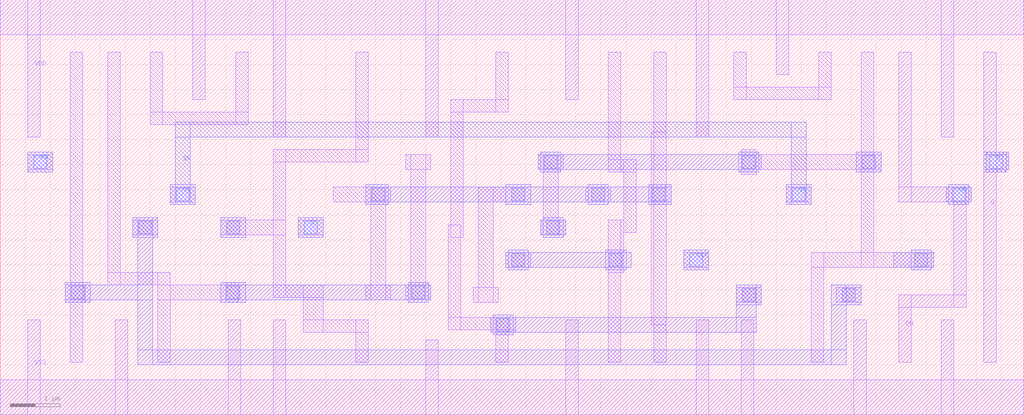
<source format=lef>
# Copyright 2022 Google LLC
# Licensed under the Apache License, Version 2.0 (the "License");
# you may not use this file except in compliance with the License.
# You may obtain a copy of the License at
#
#      http://www.apache.org/licenses/LICENSE-2.0
#
# Unless required by applicable law or agreed to in writing, software
# distributed under the License is distributed on an "AS IS" BASIS,
# WITHOUT WARRANTIES OR CONDITIONS OF ANY KIND, either express or implied.
# See the License for the specific language governing permissions and
# limitations under the License.
VERSION 5.7 ;
BUSBITCHARS "[]" ;
DIVIDERCHAR "/" ;

MACRO gf180mcu_osu_sc_gp12t3v3__addf_1
  CLASS CORE ;
  ORIGIN 0 0 ;
  FOREIGN gf180mcu_osu_sc_gp12t3v3__addf_1 0 0 ;
  SIZE 14 BY 8.35 ;
  SYMMETRY X Y ;
  SITE gf180mcu_osu_sc_gp12t3v3 ;
  PIN VDD
    DIRECTION INOUT ;
    USE POWER ;
    SHAPE ABUTMENT ;
    PORT
      LAYER Metal1 ;
        RECT 0 7.6 14 8.35 ;
        RECT 12.35 5.55 12.6 8.35 ;
        RECT 10.75 5.55 11 8.35 ;
        RECT 6.5 5.55 6.75 8.35 ;
        RECT 4.8 5.55 5.05 8.35 ;
        RECT 1.4 5.55 1.65 8.35 ;
    END
  END VDD
  PIN VSS
    DIRECTION INOUT ;
    USE GROUND ;
    SHAPE ABUTMENT ;
    PORT
      LAYER Metal1 ;
        RECT 0 0 14 0.7 ;
        RECT 12.35 0 12.6 1.9 ;
        RECT 10.75 0 11 1.9 ;
        RECT 6.5 0 6.75 1.55 ;
        RECT 4.8 0 5.05 1.9 ;
        RECT 1.4 0 1.65 1.9 ;
    END
  END VSS
  PIN A
    DIRECTION INPUT ;
    USE SIGNAL ;
    PORT
      LAYER Metal1 ;
        RECT 8.7 3.6 9.2 3.9 ;
        RECT 4.6 3.6 5.1 3.9 ;
        RECT 0.6 3.6 1.1 3.9 ;
      LAYER Metal2 ;
        RECT 0.6 3.6 9.2 3.9 ;
        RECT 8.75 3.55 9.15 3.95 ;
        RECT 4.65 3.55 5.05 3.95 ;
        RECT 0.65 3.55 1.05 3.95 ;
      LAYER Via1 ;
        RECT 0.72 3.62 0.98 3.88 ;
        RECT 4.72 3.62 4.98 3.88 ;
        RECT 8.82 3.62 9.08 3.88 ;
    END
  END A
  PIN B
    DIRECTION INPUT ;
    USE SIGNAL ;
    PORT
      LAYER Metal1 ;
        RECT 9.55 4.25 10.05 4.55 ;
        RECT 3.6 4.25 6.25 4.55 ;
        RECT 1.5 4.25 2 4.55 ;
      LAYER Metal2 ;
        RECT 5.75 4.25 10.05 4.55 ;
        RECT 9.6 4.2 10 4.6 ;
        RECT 5.8 4.2 6.2 4.6 ;
        RECT 1.5 4.25 4.1 4.55 ;
        RECT 3.65 4.2 4.05 4.6 ;
        RECT 1.55 4.2 1.95 4.6 ;
      LAYER Via1 ;
        RECT 1.62 4.27 1.88 4.53 ;
        RECT 3.72 4.27 3.98 4.53 ;
        RECT 5.87 4.27 6.13 4.53 ;
        RECT 9.67 4.27 9.93 4.53 ;
    END
  END B
  PIN CI
    DIRECTION INPUT ;
    USE SIGNAL ;
    PORT
      LAYER Metal1 ;
        RECT 10.05 2.3 10.55 2.6 ;
        RECT 6.65 2.3 7.15 2.6 ;
        RECT 2.35 2.95 2.85 3.25 ;
      LAYER Metal2 ;
        RECT 2.45 2.3 10.55 2.6 ;
        RECT 10.1 2.25 10.5 2.65 ;
        RECT 10.15 2.2 10.45 2.65 ;
        RECT 6.7 2.25 7.1 2.65 ;
        RECT 6.75 2.2 7.05 2.65 ;
        RECT 2.35 2.95 2.85 3.25 ;
        RECT 2.4 2.9 2.8 3.3 ;
        RECT 2.45 2.3 2.75 3.3 ;
      LAYER Via1 ;
        RECT 2.47 2.97 2.73 3.23 ;
        RECT 6.77 2.32 7.03 2.58 ;
        RECT 10.17 2.32 10.43 2.58 ;
    END
  END CI
  PIN CO
    DIRECTION OUTPUT ;
    USE SIGNAL ;
    PORT
      LAYER Metal1 ;
        RECT 13.2 2.95 13.75 3.25 ;
        RECT 13.2 2.9 13.6 3.3 ;
        RECT 13.2 1.05 13.45 7.25 ;
      LAYER Metal2 ;
        RECT 13.25 2.95 13.75 3.25 ;
        RECT 13.3 2.9 13.7 3.3 ;
      LAYER Via1 ;
        RECT 13.37 2.97 13.63 3.23 ;
    END
  END CO
  PIN S
    DIRECTION OUTPUT ;
    USE SIGNAL ;
    PORT
      LAYER Metal1 ;
        RECT 11.6 4.25 12 4.55 ;
        RECT 11.6 1.05 11.85 7.25 ;
      LAYER Metal2 ;
        RECT 11.5 4.25 12 4.55 ;
        RECT 11.55 4.2 11.95 4.6 ;
      LAYER Via1 ;
        RECT 11.62 4.27 11.88 4.53 ;
    END
  END S
  OBS
    LAYER Metal2 ;
      RECT 12.5 2.9 12.9 3.3 ;
      RECT 7.5 2.9 7.9 3.3 ;
      RECT 7.45 2.95 12.95 3.25 ;
      RECT 12.55 2.85 12.85 3.3 ;
    LAYER Via1 ;
      RECT 12.57 2.97 12.83 3.23 ;
      RECT 7.57 2.97 7.83 3.23 ;
    LAYER Metal1 ;
      RECT 8.2 1.05 8.45 7.25 ;
      RECT 8.2 2.95 11.35 3.25 ;
      RECT 3.1 1.05 3.35 7.25 ;
      RECT 3.1 2.95 7.95 3.25 ;
      RECT 5.65 1.8 7.6 2.05 ;
      RECT 7.35 1.05 7.6 2.05 ;
      RECT 5.65 1.05 5.9 2.05 ;
      RECT 7.35 5.05 7.6 7.25 ;
      RECT 5.65 5.05 5.9 7.25 ;
      RECT 5.65 5.05 7.6 5.3 ;
      RECT 0.55 2.15 2.5 2.4 ;
      RECT 2.25 1.05 2.5 2.4 ;
      RECT 0.55 1.05 0.8 2.4 ;
      RECT 2.25 5.05 2.5 7.25 ;
      RECT 0.55 5.05 0.8 7.25 ;
      RECT 0.55 5.05 2.5 5.3 ;
      RECT 12.45 2.95 12.95 3.25 ;
  END
END gf180mcu_osu_sc_gp12t3v3__addf_1
#--------EOF---------

MACRO gf180mcu_osu_sc_gp12t3v3__addh_1
  CLASS CORE ;
  ORIGIN 0 0 ;
  FOREIGN gf180mcu_osu_sc_gp12t3v3__addh_1 0 0 ;
  SIZE 8.1 BY 8.3 ;
  SYMMETRY X Y ;
  SITE gf180mcu_osu_sc_gp12t3v3 ;
  PIN VDD
    DIRECTION INOUT ;
    USE POWER ;
    SHAPE ABUTMENT ;
    PORT
      LAYER Metal1 ;
        RECT 0 7.6 8.1 8.3 ;
        RECT 6.4 5.55 6.65 8.3 ;
        RECT 3.85 5.55 4.1 8.3 ;
        RECT 3.1 5.55 3.35 8.3 ;
        RECT 1.4 5.55 1.65 8.3 ;
    END
  END VDD
  PIN VSS
    DIRECTION INOUT ;
    USE GROUND ;
    SHAPE ABUTMENT ;
    PORT
      LAYER Metal1 ;
        RECT 0 0 8.1 0.7 ;
        RECT 6.4 0 6.65 1.9 ;
        RECT 1.4 0 1.65 1.9 ;
    END
  END VSS
  PIN A
    DIRECTION INPUT ;
    USE SIGNAL ;
    PORT
      LAYER Metal1 ;
        RECT 3.9 3.6 4.4 3.9 ;
        RECT 1.5 3.6 2 3.9 ;
      LAYER Metal2 ;
        RECT 3.9 3.55 4.4 3.95 ;
        RECT 1.5 3.6 4.4 3.9 ;
        RECT 1.5 3.55 2 3.95 ;
      LAYER Via1 ;
        RECT 1.62 3.62 1.88 3.88 ;
        RECT 4.02 3.62 4.28 3.88 ;
    END
  END A
  PIN B
    DIRECTION INPUT ;
    USE SIGNAL ;
    PORT
      LAYER Metal1 ;
        RECT 5.2 2.95 5.7 3.25 ;
        RECT 2.35 2.95 2.85 3.25 ;
      LAYER Metal2 ;
        RECT 5.2 2.9 5.7 3.3 ;
        RECT 2.35 2.95 5.7 3.25 ;
        RECT 2.35 2.9 2.85 3.3 ;
      LAYER Via1 ;
        RECT 2.47 2.97 2.73 3.23 ;
        RECT 5.32 2.97 5.58 3.23 ;
    END
  END B
  PIN CO
    DIRECTION OUTPUT ;
    USE SIGNAL ;
    PORT
      LAYER Metal1 ;
        RECT 0.4 2.3 0.9 2.6 ;
        RECT 0.55 1.05 0.8 7.25 ;
      LAYER Metal2 ;
        RECT 0.4 2.25 0.9 2.65 ;
      LAYER Via1 ;
        RECT 0.52 2.32 0.78 2.58 ;
    END
  END CO
  PIN S
    DIRECTION OUTPUT ;
    USE SIGNAL ;
    PORT
      LAYER Metal1 ;
        RECT 7.2 4.9 7.7 5.2 ;
        RECT 7.25 4.85 7.6 5.25 ;
        RECT 7.25 1.05 7.5 7.25 ;
      LAYER Metal2 ;
        RECT 7.2 4.85 7.7 5.25 ;
      LAYER Via1 ;
        RECT 7.32 4.92 7.58 5.18 ;
    END
  END S
  OBS
    LAYER Metal2 ;
      RECT 6.05 4.85 6.55 5.25 ;
      RECT 3 4.85 3.5 5.25 ;
      RECT 3 4.9 6.55 5.2 ;
    LAYER Via1 ;
      RECT 6.17 4.92 6.43 5.18 ;
      RECT 3.12 4.92 3.38 5.18 ;
    LAYER Metal1 ;
      RECT 5.55 3.6 5.8 7.25 ;
      RECT 5.55 3.6 7 3.9 ;
      RECT 4.7 3.6 7 3.85 ;
      RECT 4.7 1.45 4.95 3.85 ;
      RECT 5.55 0.95 5.8 2 ;
      RECT 3.85 0.95 4.1 2 ;
      RECT 3.85 0.95 5.8 1.2 ;
      RECT 2.25 4.9 2.5 7.25 ;
      RECT 1.05 4.9 3.5 5.2 ;
      RECT 3.1 1.05 3.35 5.2 ;
      RECT 6.05 4.9 6.55 5.2 ;
  END
END gf180mcu_osu_sc_gp12t3v3__addh_1
#--------EOF---------

MACRO gf180mcu_osu_sc_gp12t3v3__and2_1
  CLASS CORE ;
  ORIGIN 0 0 ;
  FOREIGN gf180mcu_osu_sc_gp12t3v3__and2_1 0 0 ;
  SIZE 3.9 BY 8.3 ;
  SYMMETRY X Y ;
  SITE gf180mcu_osu_sc_gp12t3v3 ;
  PIN VDD
    DIRECTION INOUT ;
    USE POWER ;
    SHAPE ABUTMENT ;
    PORT
      LAYER Metal1 ;
        RECT 0 7.6 3.9 8.3 ;
        RECT 2.25 5.55 2.5 8.3 ;
        RECT 0.55 5.55 0.8 8.3 ;
    END
  END VDD
  PIN VSS
    DIRECTION INOUT ;
    USE GROUND ;
    SHAPE ABUTMENT ;
    PORT
      LAYER Metal1 ;
        RECT 0 0 3.9 0.7 ;
        RECT 2.1 0 2.5 1.9 ;
    END
  END VSS
  PIN A
    DIRECTION INPUT ;
    USE SIGNAL ;
    PORT
      LAYER Metal1 ;
        RECT 0.6 3.6 1.1 3.9 ;
      LAYER Metal2 ;
        RECT 0.6 3.55 1.1 3.95 ;
      LAYER Via1 ;
        RECT 0.72 3.62 0.98 3.88 ;
    END
  END A
  PIN B
    DIRECTION INPUT ;
    USE SIGNAL ;
    PORT
      LAYER Metal1 ;
        RECT 1.9 2.95 2.4 3.25 ;
      LAYER Metal2 ;
        RECT 1.9 2.9 2.4 3.3 ;
      LAYER Via1 ;
        RECT 2.02 2.97 2.28 3.23 ;
    END
  END B
  PIN Y
    DIRECTION OUTPUT ;
    USE SIGNAL ;
    PORT
      LAYER Metal1 ;
        RECT 3.1 4.95 3.6 5.25 ;
        RECT 3.1 4.9 3.5 5.25 ;
        RECT 3.1 4.9 3.45 5.3 ;
        RECT 3.1 1.05 3.35 7.25 ;
      LAYER Metal2 ;
        RECT 3.1 4.9 3.6 5.3 ;
      LAYER Via1 ;
        RECT 3.22 4.97 3.48 5.23 ;
    END
  END Y
  OBS
    LAYER Metal2 ;
      RECT 2.35 4.2 2.85 4.6 ;
      RECT 1.3 4.2 1.8 4.6 ;
    LAYER Via1 ;
      RECT 2.47 4.27 2.73 4.53 ;
      RECT 1.42 4.27 1.68 4.53 ;
    LAYER Metal1 ;
      RECT 1.4 2 1.65 7.25 ;
      RECT 1.3 4.25 2.85 4.55 ;
      RECT 0.7 2 1.65 2.25 ;
      RECT 0.7 1.05 0.95 2.25 ;
  END
END gf180mcu_osu_sc_gp12t3v3__and2_1
#--------EOF---------

MACRO gf180mcu_osu_sc_gp12t3v3__aoi21_1
  CLASS CORE ;
  ORIGIN 0 0 ;
  FOREIGN gf180mcu_osu_sc_gp12t3v3__aoi21_1 0 0 ;
  SIZE 3.9 BY 8.3 ;
  SYMMETRY X Y ;
  SITE gf180mcu_osu_sc_gp12t3v3 ;
  PIN VDD
    DIRECTION INOUT ;
    USE POWER ;
    SHAPE ABUTMENT ;
    PORT
      LAYER Metal1 ;
        RECT 0 7.6 3.9 8.3 ;
        RECT 1.4 6.3 1.65 8.3 ;
    END
  END VDD
  PIN VSS
    DIRECTION INOUT ;
    USE GROUND ;
    SHAPE ABUTMENT ;
    PORT
      LAYER Metal1 ;
        RECT 0 0 3.9 0.7 ;
        RECT 2.95 0 3.2 1.9 ;
        RECT 0.7 0 0.95 1.9 ;
    END
  END VSS
  PIN A0
    DIRECTION INPUT ;
    USE SIGNAL ;
    PORT
      LAYER Metal1 ;
        RECT 0.6 3.6 1.1 3.9 ;
      LAYER Metal2 ;
        RECT 0.6 3.55 1.1 3.95 ;
      LAYER Via1 ;
        RECT 0.72 3.62 0.98 3.88 ;
    END
  END A0
  PIN A1
    DIRECTION INPUT ;
    USE SIGNAL ;
    PORT
      LAYER Metal1 ;
        RECT 1.6 4.25 2.1 4.55 ;
      LAYER Metal2 ;
        RECT 1.6 4.2 2.1 4.6 ;
      LAYER Via1 ;
        RECT 1.72 4.27 1.98 4.53 ;
    END
  END A1
  PIN B
    DIRECTION INPUT ;
    USE SIGNAL ;
    PORT
      LAYER Metal1 ;
        RECT 2.35 3.6 2.85 3.9 ;
      LAYER Metal2 ;
        RECT 2.35 3.55 2.85 3.95 ;
      LAYER Via1 ;
        RECT 2.47 3.62 2.73 3.88 ;
    END
  END B
  PIN Y
    DIRECTION OUTPUT ;
    USE SIGNAL ;
    PORT
      LAYER Metal1 ;
        RECT 3 4.9 3.5 5.2 ;
        RECT 3.1 2.65 3.35 7.25 ;
        RECT 2.1 2.65 3.35 2.9 ;
        RECT 2.1 1.05 2.35 2.9 ;
      LAYER Metal2 ;
        RECT 3 4.85 3.5 5.25 ;
      LAYER Via1 ;
        RECT 3.12 4.92 3.38 5.18 ;
    END
  END Y
  OBS
    LAYER Metal1 ;
      RECT 2.25 5.8 2.5 7.25 ;
      RECT 0.55 5.8 0.8 7.25 ;
      RECT 0.55 5.8 2.5 6.05 ;
  END
END gf180mcu_osu_sc_gp12t3v3__aoi21_1
#--------EOF---------

MACRO gf180mcu_osu_sc_gp12t3v3__aoi22_1
  CLASS CORE ;
  ORIGIN 0 0 ;
  FOREIGN gf180mcu_osu_sc_gp12t3v3__aoi22_1 0 0 ;
  SIZE 5.35 BY 8.3 ;
  SYMMETRY X Y ;
  SITE gf180mcu_osu_sc_gp12t3v3 ;
  PIN VDD
    DIRECTION INOUT ;
    USE POWER ;
    SHAPE ABUTMENT ;
    PORT
      LAYER Metal1 ;
        RECT 0 7.6 5.35 8.3 ;
        RECT 1.4 6.3 1.65 8.3 ;
    END
  END VDD
  PIN VSS
    DIRECTION INOUT ;
    USE GROUND ;
    SHAPE ABUTMENT ;
    PORT
      LAYER Metal1 ;
        RECT 0 0 5.35 0.7 ;
        RECT 3.5 0 3.75 1.9 ;
        RECT 0.7 0 0.95 1.9 ;
    END
  END VSS
  PIN A0
    DIRECTION INPUT ;
    USE SIGNAL ;
    PORT
      LAYER Metal1 ;
        RECT 0.6 3.6 1.1 3.9 ;
      LAYER Metal2 ;
        RECT 0.6 3.55 1.1 3.95 ;
      LAYER Via1 ;
        RECT 0.72 3.62 0.98 3.88 ;
    END
  END A0
  PIN A1
    DIRECTION INPUT ;
    USE SIGNAL ;
    PORT
      LAYER Metal1 ;
        RECT 1.6 4.25 2.1 4.55 ;
      LAYER Metal2 ;
        RECT 1.6 4.2 2.1 4.6 ;
      LAYER Via1 ;
        RECT 1.72 4.27 1.98 4.53 ;
    END
  END A1
  PIN B0
    DIRECTION INPUT ;
    USE SIGNAL ;
    PORT
      LAYER Metal1 ;
        RECT 2.35 3.6 2.85 3.9 ;
      LAYER Metal2 ;
        RECT 2.35 3.55 2.85 3.95 ;
      LAYER Via1 ;
        RECT 2.47 3.62 2.73 3.88 ;
    END
  END B0
  PIN B1
    DIRECTION INPUT ;
    USE SIGNAL ;
    PORT
      LAYER Metal1 ;
        RECT 3.3 4.25 3.8 4.55 ;
      LAYER Metal2 ;
        RECT 3.3 4.2 3.8 4.6 ;
      LAYER Via1 ;
        RECT 3.42 4.27 3.68 4.53 ;
    END
  END B1
  PIN Y
    DIRECTION OUTPUT ;
    USE SIGNAL ;
    PORT
      LAYER Metal1 ;
        RECT 4.3 4.9 4.8 5.2 ;
        RECT 4.45 6.1 4.75 6.6 ;
        RECT 4.45 4.9 4.7 6.6 ;
        RECT 4.4 3.1 4.65 5.2 ;
        RECT 2.1 3.1 4.65 3.35 ;
        RECT 2.1 1.05 2.35 3.35 ;
        RECT 3 6.2 3.5 6.5 ;
        RECT 3.1 6.2 3.35 7.25 ;
      LAYER Metal2 ;
        RECT 4.35 6.15 4.85 6.55 ;
        RECT 3 6.2 4.85 6.5 ;
        RECT 3 6.15 3.5 6.55 ;
        RECT 4.3 4.85 4.8 5.25 ;
      LAYER Via1 ;
        RECT 3.12 6.22 3.38 6.48 ;
        RECT 4.42 4.92 4.68 5.18 ;
        RECT 4.47 6.22 4.73 6.48 ;
    END
  END Y
  OBS
    LAYER Metal1 ;
      RECT 3.95 5.7 4.2 7.25 ;
      RECT 2.25 5.7 2.5 7.25 ;
      RECT 0.55 5.7 0.8 7.25 ;
      RECT 0.55 5.7 4.2 5.95 ;
  END
END gf180mcu_osu_sc_gp12t3v3__aoi22_1
#--------EOF---------

MACRO gf180mcu_osu_sc_gp12t3v3__buf_1
  CLASS CORE ;
  ORIGIN 0 0 ;
  FOREIGN gf180mcu_osu_sc_gp12t3v3__buf_1 0 0 ;
  SIZE 3.1 BY 8.3 ;
  SYMMETRY X Y ;
  SITE gf180mcu_osu_sc_gp12t3v3 ;
  PIN VDD
    DIRECTION INOUT ;
    USE POWER ;
    SHAPE ABUTMENT ;
    PORT
      LAYER Metal1 ;
        RECT 0 7.6 3.1 8.3 ;
        RECT 1.4 5.55 1.65 8.3 ;
    END
  END VDD
  PIN VSS
    DIRECTION INOUT ;
    USE GROUND ;
    SHAPE ABUTMENT ;
    PORT
      LAYER Metal1 ;
        RECT 0 0 3.1 0.7 ;
        RECT 1.4 0 1.65 1.9 ;
    END
  END VSS
  PIN A
    DIRECTION INPUT ;
    USE SIGNAL ;
    PORT
      LAYER Metal1 ;
        RECT 1.05 4.25 1.55 4.55 ;
      LAYER Metal2 ;
        RECT 1.05 4.25 1.55 4.55 ;
        RECT 1.1 4.2 1.5 4.6 ;
      LAYER Via1 ;
        RECT 1.17 4.27 1.43 4.53 ;
    END
  END A
  PIN Y
    DIRECTION OUTPUT ;
    USE SIGNAL ;
    PORT
      LAYER Metal1 ;
        RECT 2.15 4.9 2.65 5.2 ;
        RECT 2.25 1.05 2.5 7.25 ;
      LAYER Metal2 ;
        RECT 2.15 4.85 2.65 5.25 ;
      LAYER Via1 ;
        RECT 2.27 4.92 2.53 5.18 ;
    END
  END Y
  OBS
    LAYER Metal1 ;
      RECT 0.55 1.05 0.8 7.25 ;
      RECT 0.55 3 2 3.3 ;
  END
END gf180mcu_osu_sc_gp12t3v3__buf_1
#--------EOF---------

MACRO gf180mcu_osu_sc_gp12t3v3__buf_2
  CLASS CORE ;
  ORIGIN 0 0 ;
  FOREIGN gf180mcu_osu_sc_gp12t3v3__buf_2 0 0 ;
  SIZE 3.9 BY 8.3 ;
  SYMMETRY X Y ;
  SITE gf180mcu_osu_sc_gp12t3v3 ;
  PIN VDD
    DIRECTION INOUT ;
    USE POWER ;
    SHAPE ABUTMENT ;
    PORT
      LAYER Metal1 ;
        RECT 0 7.6 3.9 8.3 ;
        RECT 3.1 5.55 3.35 8.3 ;
        RECT 1.4 5.55 1.65 8.3 ;
    END
  END VDD
  PIN VSS
    DIRECTION INOUT ;
    USE GROUND ;
    SHAPE ABUTMENT ;
    PORT
      LAYER Metal1 ;
        RECT 0 0 3.9 0.7 ;
        RECT 3.1 0 3.35 1.9 ;
        RECT 1.4 0 1.65 1.9 ;
    END
  END VSS
  PIN A
    DIRECTION INPUT ;
    USE SIGNAL ;
    PORT
      LAYER Metal1 ;
        RECT 1.05 4.25 1.55 4.55 ;
      LAYER Metal2 ;
        RECT 1.05 4.25 1.55 4.55 ;
        RECT 1.1 4.2 1.5 4.6 ;
      LAYER Via1 ;
        RECT 1.17 4.27 1.43 4.53 ;
    END
  END A
  PIN Y
    DIRECTION OUTPUT ;
    USE SIGNAL ;
    PORT
      LAYER Metal1 ;
        RECT 2.15 4.9 2.65 5.2 ;
        RECT 2.25 1.05 2.5 7.25 ;
      LAYER Metal2 ;
        RECT 2.15 4.85 2.65 5.25 ;
      LAYER Via1 ;
        RECT 2.27 4.92 2.53 5.18 ;
    END
  END Y
  OBS
    LAYER Metal1 ;
      RECT 0.55 1.05 0.8 7.25 ;
      RECT 0.55 3 2 3.3 ;
  END
END gf180mcu_osu_sc_gp12t3v3__buf_2
#--------EOF---------

MACRO gf180mcu_osu_sc_gp12t3v3__buf_4
  CLASS CORE ;
  ORIGIN 0 0 ;
  FOREIGN gf180mcu_osu_sc_gp12t3v3__buf_4 0 0 ;
  SIZE 5.6 BY 8.3 ;
  SYMMETRY X Y ;
  SITE gf180mcu_osu_sc_gp12t3v3 ;
  PIN VDD
    DIRECTION INOUT ;
    USE POWER ;
    SHAPE ABUTMENT ;
    PORT
      LAYER Metal1 ;
        RECT 0 7.6 5.6 8.3 ;
        RECT 4.8 5.55 5.05 8.3 ;
        RECT 3.1 5.55 3.35 8.3 ;
        RECT 1.4 5.55 1.65 8.3 ;
    END
  END VDD
  PIN VSS
    DIRECTION INOUT ;
    USE GROUND ;
    SHAPE ABUTMENT ;
    PORT
      LAYER Metal1 ;
        RECT 0 0 5.6 0.7 ;
        RECT 4.8 0 5.05 1.9 ;
        RECT 3.1 0 3.35 1.9 ;
        RECT 1.4 0 1.65 1.9 ;
    END
  END VSS
  PIN A
    DIRECTION INPUT ;
    USE SIGNAL ;
    PORT
      LAYER Metal1 ;
        RECT 1.05 4.25 1.55 4.55 ;
      LAYER Metal2 ;
        RECT 1.05 4.25 1.55 4.55 ;
        RECT 1.1 4.2 1.5 4.6 ;
      LAYER Via1 ;
        RECT 1.17 4.27 1.43 4.53 ;
    END
  END A
  PIN Y
    DIRECTION OUTPUT ;
    USE SIGNAL ;
    PORT
      LAYER Metal1 ;
        RECT 3.85 4.9 4.35 5.2 ;
        RECT 3.95 1.05 4.2 7.25 ;
        RECT 2.25 4.95 4.2 5.25 ;
        RECT 2.25 2.15 4.2 2.4 ;
        RECT 2.25 1.05 2.5 7.25 ;
      LAYER Metal2 ;
        RECT 3.8 4.95 4.35 5.25 ;
        RECT 3.85 4.85 4.35 5.25 ;
      LAYER Via1 ;
        RECT 3.97 4.92 4.23 5.18 ;
    END
  END Y
  OBS
    LAYER Metal1 ;
      RECT 0.55 1.05 0.8 7.25 ;
      RECT 0.55 3 2 3.3 ;
  END
END gf180mcu_osu_sc_gp12t3v3__buf_4
#--------EOF---------

MACRO gf180mcu_osu_sc_gp12t3v3__buf_8
  CLASS CORE ;
  ORIGIN 0 0 ;
  FOREIGN gf180mcu_osu_sc_gp12t3v3__buf_8 0 0 ;
  SIZE 9 BY 8.3 ;
  SYMMETRY X Y ;
  SITE gf180mcu_osu_sc_gp12t3v3 ;
  PIN VDD
    DIRECTION INOUT ;
    USE POWER ;
    SHAPE ABUTMENT ;
    PORT
      LAYER Metal1 ;
        RECT 0 7.6 9 8.3 ;
        RECT 8.2 5.55 8.45 8.3 ;
        RECT 6.5 5.55 6.75 8.3 ;
        RECT 4.8 5.55 5.05 8.3 ;
        RECT 3.1 5.55 3.35 8.3 ;
        RECT 1.4 5.55 1.65 8.3 ;
    END
  END VDD
  PIN VSS
    DIRECTION INOUT ;
    USE GROUND ;
    SHAPE ABUTMENT ;
    PORT
      LAYER Metal1 ;
        RECT 0 0 9 0.7 ;
        RECT 8.2 0 8.45 1.9 ;
        RECT 6.5 0 6.75 1.9 ;
        RECT 4.8 0 5.05 1.9 ;
        RECT 3.1 0 3.35 1.9 ;
        RECT 1.4 0 1.65 1.9 ;
    END
  END VSS
  PIN A
    DIRECTION INPUT ;
    USE SIGNAL ;
    PORT
      LAYER Metal1 ;
        RECT 1.05 4.25 1.55 4.55 ;
      LAYER Metal2 ;
        RECT 1.05 4.25 1.55 4.55 ;
        RECT 1.1 4.2 1.5 4.6 ;
      LAYER Via1 ;
        RECT 1.17 4.27 1.43 4.53 ;
    END
  END A
  PIN Y
    DIRECTION OUTPUT ;
    USE SIGNAL ;
    PORT
      LAYER Metal1 ;
        RECT 7.25 4.9 7.75 5.2 ;
        RECT 7.35 1.05 7.6 7.25 ;
        RECT 2.25 4.95 7.6 5.25 ;
        RECT 2.25 2.15 7.6 2.4 ;
        RECT 5.65 1.05 5.9 7.25 ;
        RECT 3.95 1.05 4.2 7.25 ;
        RECT 2.25 1.05 2.5 7.25 ;
      LAYER Metal2 ;
        RECT 7.2 4.95 7.75 5.25 ;
        RECT 7.25 4.85 7.75 5.25 ;
      LAYER Via1 ;
        RECT 7.37 4.92 7.63 5.18 ;
    END
  END Y
  OBS
    LAYER Metal1 ;
      RECT 0.55 1.05 0.8 7.25 ;
      RECT 0.55 3 2 3.3 ;
  END
END gf180mcu_osu_sc_gp12t3v3__buf_8
#--------EOF---------

MACRO gf180mcu_osu_sc_gp12t3v3__buf_16
  CLASS CORE ;
  ORIGIN 0 0 ;
  FOREIGN gf180mcu_osu_sc_gp12t3v3__buf_16 0 0 ;
  SIZE 15.8 BY 8.3 ;
  SYMMETRY X Y ;
  SITE gf180mcu_osu_sc_gp12t3v3 ;
  PIN VDD
    DIRECTION INOUT ;
    USE POWER ;
    SHAPE ABUTMENT ;
    PORT
      LAYER Metal1 ;
        RECT 0 7.6 15.8 8.3 ;
        RECT 15 5.55 15.25 8.3 ;
        RECT 13.3 5.55 13.55 8.3 ;
        RECT 11.6 5.55 11.85 8.3 ;
        RECT 9.9 5.55 10.15 8.3 ;
        RECT 8.2 5.55 8.45 8.3 ;
        RECT 6.5 5.55 6.75 8.3 ;
        RECT 4.8 5.55 5.05 8.3 ;
        RECT 3.1 5.55 3.35 8.3 ;
        RECT 1.4 5.55 1.65 8.3 ;
    END
  END VDD
  PIN VSS
    DIRECTION INOUT ;
    USE GROUND ;
    SHAPE ABUTMENT ;
    PORT
      LAYER Metal1 ;
        RECT 0 0 15.8 0.7 ;
        RECT 15 0 15.25 1.9 ;
        RECT 13.3 0 13.55 1.9 ;
        RECT 11.6 0 11.85 1.9 ;
        RECT 9.9 0 10.15 1.9 ;
        RECT 8.2 0 8.45 1.9 ;
        RECT 6.5 0 6.75 1.9 ;
        RECT 4.8 0 5.05 1.9 ;
        RECT 3.1 0 3.35 1.9 ;
        RECT 1.4 0 1.65 1.9 ;
    END
  END VSS
  PIN A
    DIRECTION INPUT ;
    USE SIGNAL ;
    PORT
      LAYER Metal1 ;
        RECT 1.05 4.25 1.55 4.55 ;
      LAYER Metal2 ;
        RECT 1.05 4.25 1.55 4.55 ;
        RECT 1.1 4.2 1.5 4.6 ;
      LAYER Via1 ;
        RECT 1.17 4.27 1.43 4.53 ;
    END
  END A
  PIN Y
    DIRECTION OUTPUT ;
    USE SIGNAL ;
    PORT
      LAYER Metal1 ;
        RECT 14.05 4.9 14.55 5.2 ;
        RECT 14.15 1.05 14.4 7.25 ;
        RECT 2.25 4.95 14.4 5.25 ;
        RECT 2.25 2.15 14.4 2.4 ;
        RECT 12.45 1.05 12.7 7.25 ;
        RECT 10.75 1.05 11 7.25 ;
        RECT 9.05 1.05 9.3 7.25 ;
        RECT 7.35 1.05 7.6 7.25 ;
        RECT 5.65 1.05 5.9 7.25 ;
        RECT 3.95 1.05 4.2 7.25 ;
        RECT 2.25 1.05 2.5 7.25 ;
      LAYER Metal2 ;
        RECT 14 4.95 14.55 5.25 ;
        RECT 14.05 4.85 14.55 5.25 ;
      LAYER Via1 ;
        RECT 14.17 4.92 14.43 5.18 ;
    END
  END Y
  OBS
    LAYER Metal1 ;
      RECT 0.55 1.05 0.8 7.25 ;
      RECT 0.55 3 2 3.3 ;
  END
END gf180mcu_osu_sc_gp12t3v3__buf_16
#--------EOF---------

MACRO gf180mcu_osu_sc_gp12t3v3__clkbuf_1
  CLASS CORE ;
  ORIGIN 0 0 ;
  FOREIGN gf180mcu_osu_sc_gp12t3v3__clkbuf_1 0 0 ;
  SIZE 3.1 BY 8.3 ;
  SYMMETRY X Y ;
  SITE gf180mcu_osu_sc_gp12t3v3 ;
  PIN VDD
    DIRECTION INOUT ;
    USE POWER ;
    SHAPE ABUTMENT ;
    PORT
      LAYER Metal1 ;
        RECT 0 7.6 3.1 8.3 ;
        RECT 1.4 5.55 1.65 8.3 ;
    END
  END VDD
  PIN VSS
    DIRECTION INOUT ;
    USE GROUND ;
    SHAPE ABUTMENT ;
    PORT
      LAYER Metal1 ;
        RECT 0 0 3.1 0.7 ;
        RECT 1.4 0 1.65 1.9 ;
    END
  END VSS
  PIN A
    DIRECTION INPUT ;
    USE SIGNAL ;
    PORT
      LAYER Metal1 ;
        RECT 1.05 4.25 1.55 4.55 ;
      LAYER Metal2 ;
        RECT 1.05 4.25 1.55 4.55 ;
        RECT 1.1 4.2 1.5 4.6 ;
      LAYER Via1 ;
        RECT 1.17 4.27 1.43 4.53 ;
    END
  END A
  PIN Y
    DIRECTION OUTPUT ;
    USE SIGNAL ;
    PORT
      LAYER Metal1 ;
        RECT 2.15 4.9 2.65 5.2 ;
        RECT 2.25 1.05 2.5 7.25 ;
      LAYER Metal2 ;
        RECT 2.15 4.85 2.65 5.25 ;
      LAYER Via1 ;
        RECT 2.27 4.92 2.53 5.18 ;
    END
  END Y
  OBS
    LAYER Metal1 ;
      RECT 0.55 1.05 0.8 7.25 ;
      RECT 0.55 3 2 3.3 ;
  END
END gf180mcu_osu_sc_gp12t3v3__clkbuf_1
#--------EOF---------

MACRO gf180mcu_osu_sc_gp12t3v3__clkbuf_2
  CLASS CORE ;
  ORIGIN 0 0 ;
  FOREIGN gf180mcu_osu_sc_gp12t3v3__clkbuf_2 0 0 ;
  SIZE 3.9 BY 8.3 ;
  SYMMETRY X Y ;
  SITE gf180mcu_osu_sc_gp12t3v3 ;
  PIN VDD
    DIRECTION INOUT ;
    USE POWER ;
    SHAPE ABUTMENT ;
    PORT
      LAYER Metal1 ;
        RECT 0 7.6 3.9 8.3 ;
        RECT 3.1 5.55 3.35 8.3 ;
        RECT 1.4 5.55 1.65 8.3 ;
    END
  END VDD
  PIN VSS
    DIRECTION INOUT ;
    USE GROUND ;
    SHAPE ABUTMENT ;
    PORT
      LAYER Metal1 ;
        RECT 0 0 3.9 0.7 ;
        RECT 3.1 0 3.35 1.9 ;
        RECT 1.4 0 1.65 1.9 ;
    END
  END VSS
  PIN A
    DIRECTION INPUT ;
    USE SIGNAL ;
    PORT
      LAYER Metal1 ;
        RECT 1.05 4.25 1.55 4.55 ;
      LAYER Metal2 ;
        RECT 1.05 4.25 1.55 4.55 ;
        RECT 1.1 4.2 1.5 4.6 ;
      LAYER Via1 ;
        RECT 1.17 4.27 1.43 4.53 ;
    END
  END A
  PIN Y
    DIRECTION OUTPUT ;
    USE SIGNAL ;
    PORT
      LAYER Metal1 ;
        RECT 2.15 4.95 2.65 5.25 ;
        RECT 2.25 1.05 2.5 7.25 ;
      LAYER Metal2 ;
        RECT 2.15 4.9 2.65 5.3 ;
      LAYER Via1 ;
        RECT 2.27 4.97 2.53 5.23 ;
    END
  END Y
  OBS
    LAYER Metal1 ;
      RECT 0.55 1.05 0.8 7.25 ;
      RECT 0.55 3 2 3.3 ;
  END
END gf180mcu_osu_sc_gp12t3v3__clkbuf_2
#--------EOF---------

MACRO gf180mcu_osu_sc_gp12t3v3__clkbuf_4
  CLASS CORE ;
  ORIGIN 0 0 ;
  FOREIGN gf180mcu_osu_sc_gp12t3v3__clkbuf_4 0 0 ;
  SIZE 5.6 BY 8.3 ;
  SYMMETRY X Y ;
  SITE gf180mcu_osu_sc_gp12t3v3 ;
  PIN VDD
    DIRECTION INOUT ;
    USE POWER ;
    SHAPE ABUTMENT ;
    PORT
      LAYER Metal1 ;
        RECT 0 7.6 5.6 8.3 ;
        RECT 4.8 5.55 5.05 8.3 ;
        RECT 3.1 5.55 3.35 8.3 ;
        RECT 1.4 5.55 1.65 8.3 ;
    END
  END VDD
  PIN VSS
    DIRECTION INOUT ;
    USE GROUND ;
    SHAPE ABUTMENT ;
    PORT
      LAYER Metal1 ;
        RECT 0 0 5.6 0.7 ;
        RECT 4.8 0 5.05 1.9 ;
        RECT 3.1 0 3.35 1.9 ;
        RECT 1.4 0 1.65 1.9 ;
    END
  END VSS
  PIN A
    DIRECTION INPUT ;
    USE SIGNAL ;
    PORT
      LAYER Metal1 ;
        RECT 1.05 4.25 1.55 4.55 ;
      LAYER Metal2 ;
        RECT 1.05 4.25 1.55 4.55 ;
        RECT 1.1 4.2 1.5 4.6 ;
      LAYER Via1 ;
        RECT 1.17 4.27 1.43 4.53 ;
    END
  END A
  PIN Y
    DIRECTION OUTPUT ;
    USE SIGNAL ;
    PORT
      LAYER Metal1 ;
        RECT 2.25 4.95 4.35 5.25 ;
        RECT 3.95 1.05 4.2 7.25 ;
        RECT 2.25 2.15 4.2 2.4 ;
        RECT 2.25 1.05 2.5 7.25 ;
      LAYER Metal2 ;
        RECT 3.85 4.9 4.35 5.3 ;
        RECT 3.8 4.95 4.35 5.25 ;
      LAYER Via1 ;
        RECT 3.97 4.97 4.23 5.23 ;
    END
  END Y
  OBS
    LAYER Metal1 ;
      RECT 0.55 1.05 0.8 7.25 ;
      RECT 0.55 3 2 3.3 ;
  END
END gf180mcu_osu_sc_gp12t3v3__clkbuf_4
#--------EOF---------

MACRO gf180mcu_osu_sc_gp12t3v3__clkbuf_8
  CLASS CORE ;
  ORIGIN 0 0 ;
  FOREIGN gf180mcu_osu_sc_gp12t3v3__clkbuf_8 0 0 ;
  SIZE 9 BY 8.3 ;
  SYMMETRY X Y ;
  SITE gf180mcu_osu_sc_gp12t3v3 ;
  PIN VDD
    DIRECTION INOUT ;
    USE POWER ;
    SHAPE ABUTMENT ;
    PORT
      LAYER Metal1 ;
        RECT 0 7.6 9 8.3 ;
        RECT 8.2 5.55 8.45 8.3 ;
        RECT 6.5 5.55 6.75 8.3 ;
        RECT 4.8 5.55 5.05 8.3 ;
        RECT 3.1 5.55 3.35 8.3 ;
        RECT 1.4 5.55 1.65 8.3 ;
    END
  END VDD
  PIN VSS
    DIRECTION INOUT ;
    USE GROUND ;
    SHAPE ABUTMENT ;
    PORT
      LAYER Metal1 ;
        RECT 0 0 9 0.7 ;
        RECT 8.2 0 8.45 1.9 ;
        RECT 6.5 0 6.75 1.9 ;
        RECT 4.8 0 5.05 1.9 ;
        RECT 3.1 0 3.35 1.9 ;
        RECT 1.4 0 1.65 1.9 ;
    END
  END VSS
  PIN A
    DIRECTION INPUT ;
    USE SIGNAL ;
    PORT
      LAYER Metal1 ;
        RECT 1.05 4.25 1.55 4.55 ;
      LAYER Metal2 ;
        RECT 1.05 4.25 1.55 4.55 ;
        RECT 1.1 4.2 1.5 4.6 ;
      LAYER Via1 ;
        RECT 1.17 4.27 1.43 4.53 ;
    END
  END A
  PIN Y
    DIRECTION OUTPUT ;
    USE SIGNAL ;
    PORT
      LAYER Metal1 ;
        RECT 2.25 4.95 7.75 5.25 ;
        RECT 7.35 1.05 7.6 7.25 ;
        RECT 2.25 2.15 7.6 2.4 ;
        RECT 5.65 1.05 5.9 7.25 ;
        RECT 3.95 1.05 4.2 7.25 ;
        RECT 2.25 1.05 2.5 7.25 ;
      LAYER Metal2 ;
        RECT 7.25 4.9 7.75 5.3 ;
        RECT 7.2 4.95 7.75 5.25 ;
      LAYER Via1 ;
        RECT 7.37 4.97 7.63 5.23 ;
    END
  END Y
  OBS
    LAYER Metal1 ;
      RECT 0.55 1.05 0.8 7.25 ;
      RECT 0.55 3 2 3.3 ;
  END
END gf180mcu_osu_sc_gp12t3v3__clkbuf_8
#--------EOF---------

MACRO gf180mcu_osu_sc_gp12t3v3__clkbuf_16
  CLASS CORE ;
  ORIGIN 0 0 ;
  FOREIGN gf180mcu_osu_sc_gp12t3v3__clkbuf_16 0 0 ;
  SIZE 15.8 BY 8.3 ;
  SYMMETRY X Y ;
  SITE gf180mcu_osu_sc_gp12t3v3 ;
  PIN VDD
    DIRECTION INOUT ;
    USE POWER ;
    SHAPE ABUTMENT ;
    PORT
      LAYER Metal1 ;
        RECT 0 7.6 15.8 8.3 ;
        RECT 15 5.55 15.25 8.3 ;
        RECT 13.3 5.55 13.55 8.3 ;
        RECT 11.6 5.55 11.85 8.3 ;
        RECT 9.9 5.55 10.15 8.3 ;
        RECT 8.2 5.55 8.45 8.3 ;
        RECT 6.5 5.55 6.75 8.3 ;
        RECT 4.8 5.55 5.05 8.3 ;
        RECT 3.1 5.55 3.35 8.3 ;
        RECT 1.4 5.55 1.65 8.3 ;
    END
  END VDD
  PIN VSS
    DIRECTION INOUT ;
    USE GROUND ;
    SHAPE ABUTMENT ;
    PORT
      LAYER Metal1 ;
        RECT 0 0 15.8 0.7 ;
        RECT 15 0 15.25 1.9 ;
        RECT 13.3 0 13.55 1.9 ;
        RECT 11.6 0 11.85 1.9 ;
        RECT 9.9 0 10.15 1.9 ;
        RECT 8.2 0 8.45 1.9 ;
        RECT 6.5 0 6.75 1.9 ;
        RECT 4.8 0 5.05 1.9 ;
        RECT 3.1 0 3.35 1.9 ;
        RECT 1.4 0 1.65 1.9 ;
    END
  END VSS
  PIN A
    DIRECTION INPUT ;
    USE SIGNAL ;
    PORT
      LAYER Metal1 ;
        RECT 1.05 4.25 1.55 4.55 ;
      LAYER Metal2 ;
        RECT 1.05 4.25 1.55 4.55 ;
        RECT 1.1 4.2 1.5 4.6 ;
      LAYER Via1 ;
        RECT 1.17 4.27 1.43 4.53 ;
    END
  END A
  PIN Y
    DIRECTION OUTPUT ;
    USE SIGNAL ;
    PORT
      LAYER Metal1 ;
        RECT 2.25 4.95 14.55 5.25 ;
        RECT 14.15 1.05 14.4 7.25 ;
        RECT 2.25 2.15 14.4 2.4 ;
        RECT 12.45 1.05 12.7 7.25 ;
        RECT 10.75 1.05 11 7.25 ;
        RECT 9.05 1.05 9.3 7.25 ;
        RECT 7.35 1.05 7.6 7.25 ;
        RECT 5.65 1.05 5.9 7.25 ;
        RECT 3.95 1.05 4.2 7.25 ;
        RECT 2.25 1.05 2.5 7.25 ;
      LAYER Metal2 ;
        RECT 14.05 4.9 14.55 5.3 ;
        RECT 14 4.95 14.55 5.25 ;
      LAYER Via1 ;
        RECT 14.17 4.97 14.43 5.23 ;
    END
  END Y
  OBS
    LAYER Metal1 ;
      RECT 0.55 1.05 0.8 7.25 ;
      RECT 0.55 3 2 3.3 ;
  END
END gf180mcu_osu_sc_gp12t3v3__clkbuf_16
#--------EOF---------

MACRO gf180mcu_osu_sc_gp12t3v3__clkinv_1
  CLASS CORE ;
  ORIGIN 0 0 ;
  FOREIGN gf180mcu_osu_sc_gp12t3v3__clkinv_1 0 0 ;
  SIZE 2.2 BY 8.3 ;
  SYMMETRY X Y ;
  SITE gf180mcu_osu_sc_gp12t3v3 ;
  PIN VDD
    DIRECTION INOUT ;
    USE POWER ;
    SHAPE ABUTMENT ;
    PORT
      LAYER Metal1 ;
        RECT 0 7.6 2.2 8.3 ;
        RECT 0.55 5.55 0.8 8.3 ;
    END
  END VDD
  PIN VSS
    DIRECTION INOUT ;
    USE GROUND ;
    SHAPE ABUTMENT ;
    PORT
      LAYER Metal1 ;
        RECT 0 0 2.2 0.7 ;
        RECT 0.55 0 0.8 1.9 ;
    END
  END VSS
  PIN A
    DIRECTION INPUT ;
    USE SIGNAL ;
    PORT
      LAYER Metal1 ;
        RECT 0.55 4.9 1.05 5.2 ;
      LAYER Metal2 ;
        RECT 0.55 4.85 1.05 5.25 ;
      LAYER Via1 ;
        RECT 0.67 4.92 0.93 5.18 ;
    END
  END A
  PIN Y
    DIRECTION OUTPUT ;
    USE SIGNAL ;
    PORT
      LAYER Metal1 ;
        RECT 1.3 3.6 1.8 3.9 ;
        RECT 1.4 1.05 1.65 7.25 ;
      LAYER Metal2 ;
        RECT 1.3 3.55 1.8 3.95 ;
      LAYER Via1 ;
        RECT 1.42 3.62 1.68 3.88 ;
    END
  END Y
END gf180mcu_osu_sc_gp12t3v3__clkinv_1
#--------EOF---------

MACRO gf180mcu_osu_sc_gp12t3v3__clkinv_2
  CLASS CORE ;
  ORIGIN 0 0 ;
  FOREIGN gf180mcu_osu_sc_gp12t3v3__clkinv_2 0 0 ;
  SIZE 3.2 BY 8.3 ;
  SYMMETRY X Y ;
  SITE gf180mcu_osu_sc_gp12t3v3 ;
  PIN VDD
    DIRECTION INOUT ;
    USE POWER ;
    SHAPE ABUTMENT ;
    PORT
      LAYER Metal1 ;
        RECT 0 7.6 3.2 8.3 ;
        RECT 2.3 5.55 2.55 8.3 ;
        RECT 0.55 5.55 0.8 8.3 ;
    END
  END VDD
  PIN VSS
    DIRECTION INOUT ;
    USE GROUND ;
    SHAPE ABUTMENT ;
    PORT
      LAYER Metal1 ;
        RECT 0 0 3.2 0.7 ;
        RECT 2.25 0 2.5 1.9 ;
        RECT 0.55 0 0.8 1.9 ;
    END
  END VSS
  PIN A
    DIRECTION INPUT ;
    USE SIGNAL ;
    PORT
      LAYER Metal1 ;
        RECT 0.65 3.6 1.15 3.9 ;
      LAYER Metal2 ;
        RECT 0.65 3.55 1.15 3.95 ;
      LAYER Via1 ;
        RECT 0.77 3.62 1.03 3.88 ;
    END
  END A
  PIN Y
    DIRECTION OUTPUT ;
    USE SIGNAL ;
    PORT
      LAYER Metal1 ;
        RECT 1.4 4.5 2 4.8 ;
        RECT 1.4 4.35 1.85 4.9 ;
        RECT 1.4 1.05 1.65 7.25 ;
      LAYER Metal2 ;
        RECT 1.5 4.45 2 4.85 ;
      LAYER Via1 ;
        RECT 1.62 4.52 1.88 4.78 ;
    END
  END Y
END gf180mcu_osu_sc_gp12t3v3__clkinv_2
#--------EOF---------

MACRO gf180mcu_osu_sc_gp12t3v3__clkinv_4
  CLASS CORE ;
  ORIGIN 0 0 ;
  FOREIGN gf180mcu_osu_sc_gp12t3v3__clkinv_4 0 0 ;
  SIZE 4.8 BY 8.3 ;
  SYMMETRY X Y ;
  SITE gf180mcu_osu_sc_gp12t3v3 ;
  PIN VDD
    DIRECTION INOUT ;
    USE POWER ;
    SHAPE ABUTMENT ;
    PORT
      LAYER Metal1 ;
        RECT 0 7.6 4.8 8.3 ;
        RECT 3.95 5.55 4.2 8.3 ;
        RECT 2.25 5.55 2.5 8.3 ;
        RECT 0.55 5.55 0.8 8.3 ;
    END
  END VDD
  PIN VSS
    DIRECTION INOUT ;
    USE GROUND ;
    SHAPE ABUTMENT ;
    PORT
      LAYER Metal1 ;
        RECT 0 0 4.8 0.7 ;
        RECT 3.95 0 4.2 1.9 ;
        RECT 2.25 0 2.5 1.9 ;
        RECT 0.55 0 0.8 1.9 ;
    END
  END VSS
  PIN A
    DIRECTION INPUT ;
    USE SIGNAL ;
    PORT
      LAYER Metal1 ;
        RECT 0.4 3.6 0.9 3.9 ;
      LAYER Metal2 ;
        RECT 0.4 3.55 0.9 3.95 ;
      LAYER Via1 ;
        RECT 0.52 3.62 0.78 3.88 ;
    END
  END A
  PIN Y
    DIRECTION OUTPUT ;
    USE SIGNAL ;
    PORT
      LAYER Metal1 ;
        RECT 3.1 1.05 3.35 7.25 ;
        RECT 1.4 4.55 3.35 4.8 ;
        RECT 2.95 4.45 3.35 4.8 ;
        RECT 1.4 2.15 3.35 2.4 ;
        RECT 1.4 1.05 1.65 7.25 ;
      LAYER Metal2 ;
        RECT 2.95 4.45 3.45 4.85 ;
      LAYER Via1 ;
        RECT 3.07 4.52 3.33 4.78 ;
    END
  END Y
END gf180mcu_osu_sc_gp12t3v3__clkinv_4
#--------EOF---------

MACRO gf180mcu_osu_sc_gp12t3v3__clkinv_8
  CLASS CORE ;
  ORIGIN 0 0 ;
  FOREIGN gf180mcu_osu_sc_gp12t3v3__clkinv_8 0 0 ;
  SIZE 8.15 BY 8.3 ;
  SYMMETRY X Y ;
  SITE gf180mcu_osu_sc_gp12t3v3 ;
  PIN VDD
    DIRECTION INOUT ;
    USE POWER ;
    SHAPE ABUTMENT ;
    PORT
      LAYER Metal1 ;
        RECT 0 7.6 8.15 8.3 ;
        RECT 7.35 5.55 7.6 8.3 ;
        RECT 5.65 5.55 5.9 8.3 ;
        RECT 3.95 5.55 4.2 8.3 ;
        RECT 2.25 5.55 2.5 8.3 ;
        RECT 0.55 5.55 0.8 8.3 ;
    END
  END VDD
  PIN VSS
    DIRECTION INOUT ;
    USE GROUND ;
    SHAPE ABUTMENT ;
    PORT
      LAYER Metal1 ;
        RECT 0 0 8.15 0.7 ;
        RECT 7.35 0 7.6 1.9 ;
        RECT 5.65 0 5.9 1.9 ;
        RECT 3.95 0 4.2 1.9 ;
        RECT 2.25 0 2.5 1.9 ;
        RECT 0.55 0 0.8 1.9 ;
    END
  END VSS
  PIN A
    DIRECTION INPUT ;
    USE SIGNAL ;
    PORT
      LAYER Metal1 ;
        RECT 0.4 3.6 0.9 3.9 ;
      LAYER Metal2 ;
        RECT 0.4 3.55 0.9 3.95 ;
      LAYER Via1 ;
        RECT 0.52 3.62 0.78 3.88 ;
    END
  END A
  PIN Y
    DIRECTION OUTPUT ;
    USE SIGNAL ;
    PORT
      LAYER Metal1 ;
        RECT 6.5 1.05 6.75 7.25 ;
        RECT 1.4 4.55 6.75 4.8 ;
        RECT 6.35 4.45 6.75 4.8 ;
        RECT 1.4 2.15 6.75 2.4 ;
        RECT 4.8 1.05 5.05 7.25 ;
        RECT 3.1 1.05 3.35 7.25 ;
        RECT 1.4 1.05 1.65 7.25 ;
      LAYER Metal2 ;
        RECT 6.35 4.45 6.85 4.85 ;
      LAYER Via1 ;
        RECT 6.47 4.52 6.73 4.78 ;
    END
  END Y
END gf180mcu_osu_sc_gp12t3v3__clkinv_8
#--------EOF---------

MACRO gf180mcu_osu_sc_gp12t3v3__clkinv_16
  CLASS CORE ;
  ORIGIN 0 0 ;
  FOREIGN gf180mcu_osu_sc_gp12t3v3__clkinv_16 0 0 ;
  SIZE 15 BY 8.3 ;
  SYMMETRY X Y ;
  SITE gf180mcu_osu_sc_gp12t3v3 ;
  PIN VDD
    DIRECTION INOUT ;
    USE POWER ;
    SHAPE ABUTMENT ;
    PORT
      LAYER Metal1 ;
        RECT 0 7.6 15 8.3 ;
        RECT 14.15 5.55 14.4 8.3 ;
        RECT 12.45 5.55 12.7 8.3 ;
        RECT 10.75 5.55 11 8.3 ;
        RECT 9.05 5.55 9.3 8.3 ;
        RECT 7.35 5.55 7.6 8.3 ;
        RECT 5.65 5.55 5.9 8.3 ;
        RECT 3.95 5.55 4.2 8.3 ;
        RECT 2.25 5.55 2.5 8.3 ;
        RECT 0.55 5.55 0.8 8.3 ;
    END
  END VDD
  PIN VSS
    DIRECTION INOUT ;
    USE GROUND ;
    SHAPE ABUTMENT ;
    PORT
      LAYER Metal1 ;
        RECT 0 0 15 0.7 ;
        RECT 14.15 0 14.4 1.9 ;
        RECT 12.45 0 12.7 1.9 ;
        RECT 10.75 0 11 1.9 ;
        RECT 9.05 0 9.3 1.9 ;
        RECT 7.35 0 7.6 1.9 ;
        RECT 5.65 0 5.9 1.9 ;
        RECT 3.95 0 4.2 1.9 ;
        RECT 2.25 0 2.5 1.9 ;
        RECT 0.55 0 0.8 1.9 ;
    END
  END VSS
  PIN A
    DIRECTION INPUT ;
    USE SIGNAL ;
    PORT
      LAYER Metal1 ;
        RECT 0.4 3.6 0.9 3.9 ;
      LAYER Metal2 ;
        RECT 0.4 3.55 0.9 3.95 ;
      LAYER Via1 ;
        RECT 0.52 3.62 0.78 3.88 ;
    END
  END A
  PIN Y
    DIRECTION OUTPUT ;
    USE SIGNAL ;
    PORT
      LAYER Metal1 ;
        RECT 13.3 1.05 13.55 7.25 ;
        RECT 1.4 4.55 13.55 4.8 ;
        RECT 13.15 4.45 13.55 4.8 ;
        RECT 1.4 2.15 13.55 2.4 ;
        RECT 11.6 1.05 11.85 7.25 ;
        RECT 9.9 1.05 10.15 7.25 ;
        RECT 8.2 1.05 8.45 7.25 ;
        RECT 6.5 1.05 6.75 7.25 ;
        RECT 4.8 1.05 5.05 7.25 ;
        RECT 3.1 1.05 3.35 7.25 ;
        RECT 1.4 1.05 1.65 7.25 ;
      LAYER Metal2 ;
        RECT 13.15 4.45 13.65 4.85 ;
      LAYER Via1 ;
        RECT 13.27 4.52 13.53 4.78 ;
    END
  END Y
END gf180mcu_osu_sc_gp12t3v3__clkinv_16
#--------EOF---------

MACRO gf180mcu_osu_sc_gp12t3v3__dff_1
  CLASS CORE ;
  ORIGIN 0 0 ;
  FOREIGN gf180mcu_osu_sc_gp12t3v3__dff_1 0 0 ;
  SIZE 13 BY 8.3 ;
  SYMMETRY X Y ;
  SITE gf180mcu_osu_sc_gp12t3v3 ;
  PIN VDD
    DIRECTION INOUT ;
    USE POWER ;
    SHAPE ABUTMENT ;
    PORT
      LAYER Metal1 ;
        RECT 0 7.6 13 8.3 ;
        RECT 11.3 5.55 11.55 8.3 ;
        RECT 8.85 5.55 9.1 8.3 ;
        RECT 7.25 6.3 7.5 8.3 ;
        RECT 4.45 5.55 4.7 8.3 ;
        RECT 1.4 5.55 1.65 8.3 ;
    END
  END VDD
  PIN VSS
    DIRECTION INOUT ;
    USE GROUND ;
    SHAPE ABUTMENT ;
    PORT
      LAYER Metal1 ;
        RECT 0 0 13 0.7 ;
        RECT 11.3 0 11.55 1.9 ;
        RECT 8.85 0 9.1 1.55 ;
        RECT 7.25 0 7.5 1.9 ;
        RECT 4.45 0 4.7 1.5 ;
        RECT 1.4 0 1.65 1.9 ;
    END
  END VSS
  PIN CLK
    DIRECTION INPUT ;
    USE CLOCK ;
    PORT
      LAYER Metal1 ;
        RECT 7.65 4.25 8.15 4.55 ;
        RECT 5.5 4.25 6.55 4.55 ;
        RECT 5.4 2.25 5.9 2.55 ;
        RECT 5.5 2.25 5.8 4.55 ;
        RECT 2.6 4.25 3.75 4.55 ;
        RECT 3.25 2.3 3.75 2.6 ;
        RECT 3.35 2.3 3.65 4.55 ;
      LAYER Metal2 ;
        RECT 3.25 4.25 8.15 4.55 ;
        RECT 7.7 4.2 8.1 4.6 ;
        RECT 6.05 4.2 6.55 4.6 ;
        RECT 3.25 4.2 3.7 4.6 ;
      LAYER Via1 ;
        RECT 3.37 4.27 3.63 4.53 ;
        RECT 6.17 4.27 6.43 4.53 ;
        RECT 7.77 4.27 8.03 4.53 ;
    END
  END CLK
  PIN D
    DIRECTION INPUT ;
    USE SIGNAL ;
    PORT
      LAYER Metal1 ;
        RECT 1.9 3.6 2.4 3.9 ;
      LAYER Metal2 ;
        RECT 1.75 3.6 2.55 3.9 ;
        RECT 1.9 3.55 2.4 3.95 ;
      LAYER Via1 ;
        RECT 2.02 3.62 2.28 3.88 ;
    END
  END D
  PIN Q
    DIRECTION OUTPUT ;
    USE SIGNAL ;
    PORT
      LAYER Metal1 ;
        RECT 12.15 4.9 12.65 5.25 ;
        RECT 12.15 4.85 12.6 5.25 ;
        RECT 12.15 1.05 12.4 7.25 ;
      LAYER Metal2 ;
        RECT 12.15 4.9 12.65 5.2 ;
        RECT 12.2 4.85 12.6 5.25 ;
      LAYER Via1 ;
        RECT 12.27 4.92 12.53 5.18 ;
    END
  END Q
  PIN QN
    DIRECTION OUTPUT ;
    USE SIGNAL ;
    PORT
      LAYER Metal1 ;
        RECT 10.45 4.25 11.9 4.55 ;
        RECT 11.55 2.15 11.8 4.55 ;
        RECT 10.45 2.15 11.8 2.4 ;
        RECT 10.45 4.25 10.7 7.25 ;
        RECT 10.45 1.05 10.7 2.4 ;
      LAYER Metal2 ;
        RECT 11.4 4.25 11.9 4.55 ;
        RECT 11.45 4.2 11.85 4.6 ;
      LAYER Via1 ;
        RECT 11.52 4.27 11.78 4.53 ;
    END
  END QN
  OBS
    LAYER Metal2 ;
      RECT 6.75 4.85 7.15 5.25 ;
      RECT 6.7 4.9 9.9 5.2 ;
      RECT 9.6 2.95 9.9 5.2 ;
      RECT 10.7 2.9 11.1 3.3 ;
      RECT 9.6 2.95 11.15 3.25 ;
      RECT 9 1.75 9.4 2.15 ;
      RECT 8.5 1.8 9.45 2.1 ;
      RECT 5.8 1.6 6.2 2 ;
      RECT 5.75 1.65 8.8 1.95 ;
      RECT 5.75 1.75 9.4 1.95 ;
      RECT 8.05 2.9 8.45 3.3 ;
      RECT 6.1 2.9 6.5 3.3 ;
      RECT 6.05 2.95 8.55 3.25 ;
      RECT 6.8 3.55 7.2 3.95 ;
      RECT 6.75 3.6 7.25 3.9 ;
      RECT 4.1 2.25 4.5 2.65 ;
      RECT 0.45 2.25 0.85 2.65 ;
      RECT 0.4 2.3 4.55 2.6 ;
    LAYER Via1 ;
      RECT 10.77 2.97 11.03 3.23 ;
      RECT 9.07 1.82 9.33 2.08 ;
      RECT 8.12 2.97 8.38 3.23 ;
      RECT 6.87 3.62 7.13 3.88 ;
      RECT 6.82 4.92 7.08 5.18 ;
      RECT 6.17 2.97 6.43 3.23 ;
      RECT 5.87 1.67 6.13 1.93 ;
      RECT 4.17 2.32 4.43 2.58 ;
      RECT 0.52 2.32 0.78 2.58 ;
    LAYER Metal1 ;
      RECT 9.7 1.05 9.95 7.25 ;
      RECT 9.7 2.95 11.15 3.25 ;
      RECT 9.05 1.8 9.35 3.35 ;
      RECT 8.95 2.95 9.45 3.25 ;
      RECT 8.95 1.8 9.45 2.1 ;
      RECT 8.1 4.85 8.35 7.25 ;
      RECT 8.1 4.85 8.9 5.1 ;
      RECT 8.6 3.65 8.9 5.1 ;
      RECT 8.1 3.65 8.9 3.9 ;
      RECT 8.1 2.85 8.4 3.9 ;
      RECT 8.1 1.05 8.35 3.9 ;
      RECT 6.7 4.9 7.2 5.2 ;
      RECT 6.8 3.55 7.1 5.2 ;
      RECT 6.75 3.6 7.3 3.9 ;
      RECT 6.8 3.55 7.2 3.9 ;
      RECT 5.85 6.05 6.1 7.25 ;
      RECT 4.95 6.05 6.1 6.3 ;
      RECT 4.95 3.55 5.2 6.3 ;
      RECT 4.9 1.7 5.15 3.8 ;
      RECT 4.9 1.7 6.25 1.95 ;
      RECT 5.85 1.65 6.25 1.95 ;
      RECT 5.85 1.05 6.1 1.95 ;
      RECT 4.05 4.9 4.55 5.2 ;
      RECT 4.15 2.3 4.45 5.2 ;
      RECT 4.05 2.3 4.55 2.6 ;
      RECT 3.05 5.05 3.3 7.25 ;
      RECT 1.4 5.05 3.3 5.3 ;
      RECT 1.4 2.35 1.65 5.3 ;
      RECT 1.05 4.25 1.65 4.55 ;
      RECT 1.4 2.35 2.4 2.6 ;
      RECT 2 1.65 2.4 2.6 ;
      RECT 2 1.65 3.3 1.9 ;
      RECT 3.05 1.05 3.3 1.9 ;
      RECT 0.55 1.05 0.8 7.25 ;
      RECT 0.5 2.2 0.8 2.7 ;
      RECT 6.05 2.95 6.55 3.25 ;
  END
END gf180mcu_osu_sc_gp12t3v3__dff_1
#--------EOF---------

MACRO gf180mcu_osu_sc_gp12t3v3__dffn_1
  CLASS CORE ;
  ORIGIN 0 0 ;
  FOREIGN gf180mcu_osu_sc_gp12t3v3__dffn_1 0 0 ;
  SIZE 14.25 BY 8.3 ;
  SYMMETRY X Y ;
  SITE gf180mcu_osu_sc_gp12t3v3 ;
  PIN VDD
    DIRECTION INOUT ;
    USE POWER ;
    SHAPE ABUTMENT ;
    PORT
      LAYER Metal1 ;
        RECT 0 7.6 14.25 8.3 ;
        RECT 12.55 5.55 12.8 8.3 ;
        RECT 9.95 5.55 10.35 8.3 ;
        RECT 7.25 6.3 7.5 8.3 ;
        RECT 4.45 5.55 4.7 8.3 ;
        RECT 1.4 5.55 1.65 8.3 ;
    END
  END VDD
  PIN VSS
    DIRECTION INOUT ;
    USE GROUND ;
    SHAPE ABUTMENT ;
    PORT
      LAYER Metal1 ;
        RECT 0 0 14.25 0.7 ;
        RECT 12.55 0 12.8 1.9 ;
        RECT 9.95 0 10.35 1.55 ;
        RECT 7.25 0 7.5 1.9 ;
        RECT 4.45 0 4.7 1.5 ;
        RECT 1.4 0 1.65 1.9 ;
    END
  END VSS
  PIN CLK
    DIRECTION INPUT ;
    USE CLOCK ;
    PORT
      LAYER Metal1 ;
        RECT 9.5 2.95 10 3.25 ;
        RECT 9.6 2.85 9.9 3.35 ;
      LAYER Metal2 ;
        RECT 9.5 2.95 10 3.25 ;
        RECT 9.55 2.9 9.95 3.3 ;
      LAYER Via1 ;
        RECT 9.62 2.97 9.88 3.23 ;
    END
  END CLK
  PIN D
    DIRECTION INPUT ;
    USE SIGNAL ;
    PORT
      LAYER Metal1 ;
        RECT 1.9 3.6 2.4 3.9 ;
      LAYER Metal2 ;
        RECT 1.75 3.6 2.55 3.9 ;
        RECT 1.9 3.55 2.4 3.95 ;
      LAYER Via1 ;
        RECT 2.02 3.62 2.28 3.88 ;
    END
  END D
  PIN Q
    DIRECTION OUTPUT ;
    USE SIGNAL ;
    PORT
      LAYER Metal1 ;
        RECT 13.4 4.9 13.9 5.25 ;
        RECT 13.4 4.85 13.85 5.25 ;
        RECT 13.4 1.05 13.65 7.25 ;
      LAYER Metal2 ;
        RECT 13.4 4.9 13.9 5.2 ;
        RECT 13.45 4.85 13.85 5.25 ;
      LAYER Via1 ;
        RECT 13.52 4.92 13.78 5.18 ;
    END
  END Q
  PIN QN
    DIRECTION OUTPUT ;
    USE SIGNAL ;
    PORT
      LAYER Metal1 ;
        RECT 11.7 4.25 13.15 4.55 ;
        RECT 12.8 2.15 13.05 4.55 ;
        RECT 11.7 2.15 13.05 2.4 ;
        RECT 11.7 4.25 11.95 7.25 ;
        RECT 11.7 1.05 11.95 2.4 ;
      LAYER Metal2 ;
        RECT 12.65 4.25 13.15 4.55 ;
        RECT 12.7 4.2 13.1 4.6 ;
      LAYER Via1 ;
        RECT 12.77 4.27 13.03 4.53 ;
    END
  END QN
  OBS
    LAYER Metal2 ;
      RECT 6.75 4.85 7.15 5.25 ;
      RECT 6.7 4.9 11.15 5.2 ;
      RECT 10.85 2.95 11.15 5.2 ;
      RECT 11.95 2.9 12.35 3.3 ;
      RECT 10.85 2.95 12.4 3.25 ;
      RECT 10.25 1.75 10.65 2.15 ;
      RECT 9.5 1.8 10.7 2.1 ;
      RECT 5.8 1.6 6.2 2 ;
      RECT 5.75 1.65 9.9 1.95 ;
      RECT 5.75 1.75 10.65 1.95 ;
      RECT 8.9 4.2 9.3 4.6 ;
      RECT 7.7 4.2 8.1 4.6 ;
      RECT 6.05 4.2 6.55 4.6 ;
      RECT 3.25 4.2 3.7 4.6 ;
      RECT 3.25 4.25 9.35 4.55 ;
      RECT 8.05 2.9 8.45 3.3 ;
      RECT 6.1 2.9 6.5 3.3 ;
      RECT 6.05 2.95 8.55 3.25 ;
      RECT 6.8 3.55 7.2 3.95 ;
      RECT 6.75 3.6 7.25 3.9 ;
      RECT 4.1 2.25 4.5 2.65 ;
      RECT 0.45 2.25 0.85 2.65 ;
      RECT 0.4 2.3 4.55 2.6 ;
    LAYER Via1 ;
      RECT 12.02 2.97 12.28 3.23 ;
      RECT 10.32 1.82 10.58 2.08 ;
      RECT 8.97 4.27 9.23 4.53 ;
      RECT 8.12 2.97 8.38 3.23 ;
      RECT 7.77 4.27 8.03 4.53 ;
      RECT 6.87 3.62 7.13 3.88 ;
      RECT 6.82 4.92 7.08 5.18 ;
      RECT 6.17 2.97 6.43 3.23 ;
      RECT 6.17 4.27 6.43 4.53 ;
      RECT 5.87 1.67 6.13 1.93 ;
      RECT 4.17 2.32 4.43 2.58 ;
      RECT 3.37 4.27 3.63 4.53 ;
      RECT 0.52 2.32 0.78 2.58 ;
    LAYER Metal1 ;
      RECT 10.95 1.05 11.2 7.25 ;
      RECT 10.95 2.95 12.4 3.25 ;
      RECT 10.3 1.8 10.6 5.3 ;
      RECT 10.2 4.9 10.7 5.2 ;
      RECT 10.2 1.8 10.7 2.1 ;
      RECT 9.1 5.55 9.35 7.25 ;
      RECT 8.95 1.7 9.25 5.8 ;
      RECT 9.1 1.05 9.35 1.95 ;
      RECT 8.1 4.85 8.35 7.25 ;
      RECT 8.1 4.85 8.7 5.1 ;
      RECT 8.4 3.65 8.7 5.1 ;
      RECT 8.1 2.85 8.4 3.9 ;
      RECT 8.1 1.05 8.35 3.9 ;
      RECT 6.7 4.9 7.2 5.2 ;
      RECT 6.8 3.6 7.1 5.2 ;
      RECT 6.75 3.6 7.25 3.9 ;
      RECT 5.5 4.25 6.55 4.55 ;
      RECT 5.5 2.25 5.8 4.55 ;
      RECT 5.4 2.25 5.9 2.55 ;
      RECT 5.85 6.05 6.1 7.25 ;
      RECT 4.95 6.05 6.1 6.3 ;
      RECT 4.95 3.55 5.2 6.3 ;
      RECT 4.9 1.7 5.15 3.8 ;
      RECT 4.9 1.7 6.25 1.95 ;
      RECT 5.85 1.65 6.25 1.95 ;
      RECT 5.85 1.05 6.1 1.95 ;
      RECT 4.05 4.9 4.55 5.2 ;
      RECT 4.15 2.3 4.45 5.2 ;
      RECT 4.05 2.3 4.55 2.6 ;
      RECT 2.6 4.25 3.75 4.55 ;
      RECT 3.35 2.3 3.65 4.55 ;
      RECT 3.25 2.3 3.75 2.6 ;
      RECT 3.05 5.05 3.3 7.25 ;
      RECT 1.4 5.05 3.3 5.3 ;
      RECT 1.4 2.35 1.65 5.3 ;
      RECT 1.05 4.25 1.65 4.55 ;
      RECT 1.4 2.35 2.4 2.6 ;
      RECT 2 1.65 2.4 2.6 ;
      RECT 2 1.65 3.3 1.9 ;
      RECT 3.05 1.05 3.3 1.9 ;
      RECT 0.55 1.05 0.8 7.25 ;
      RECT 0.5 2.2 0.8 2.7 ;
      RECT 7.65 4.25 8.15 4.55 ;
      RECT 6.05 2.95 6.55 3.25 ;
  END
END gf180mcu_osu_sc_gp12t3v3__dffn_1
#--------EOF---------

MACRO gf180mcu_osu_sc_gp12t3v3__dffr_1
  CLASS CORE ;
  ORIGIN 0 0 ;
  FOREIGN gf180mcu_osu_sc_gp12t3v3__dffr_1 0 0 ;
  SIZE 17.6 BY 8.3 ;
  SYMMETRY X Y ;
  SITE gf180mcu_osu_sc_gp12t3v3 ;
  PIN VDD
    DIRECTION INOUT ;
    USE POWER ;
    SHAPE ABUTMENT ;
    PORT
      LAYER Metal1 ;
        RECT 0 7.6 17.6 8.3 ;
        RECT 15.95 5.55 16.2 8.3 ;
        RECT 12.95 5.55 13.2 8.3 ;
        RECT 10.75 6.3 11 8.3 ;
        RECT 7.95 5.55 8.2 8.3 ;
        RECT 4.9 5.55 5.15 8.3 ;
        RECT 3.55 5.55 3.8 8.3 ;
        RECT 0.55 5.55 0.8 8.3 ;
    END
  END VDD
  PIN VSS
    DIRECTION INOUT ;
    USE GROUND ;
    SHAPE ABUTMENT ;
    PORT
      LAYER Metal1 ;
        RECT 0 0 17.6 0.7 ;
        RECT 15.95 0 16.2 1.9 ;
        RECT 14.2 0 14.45 1.9 ;
        RECT 12.5 0 12.75 1.9 ;
        RECT 10.75 0 11 1.9 ;
        RECT 7.95 0 8.2 1.5 ;
        RECT 4.9 0 5.15 1.9 ;
        RECT 4 0 4.25 1.9 ;
        RECT 2.3 0 2.55 1.9 ;
        RECT 0.55 0 0.8 1.9 ;
    END
  END VSS
  PIN CLK
    DIRECTION INPUT ;
    USE CLOCK ;
    PORT
      LAYER Metal1 ;
        RECT 11.15 4.25 11.65 4.55 ;
        RECT 9 4.25 10.05 4.55 ;
        RECT 8.9 2.25 9.4 2.55 ;
        RECT 9 2.25 9.3 4.55 ;
        RECT 6.1 4.25 7.25 4.55 ;
        RECT 6.75 2.3 7.25 2.6 ;
        RECT 6.85 2.3 7.15 4.55 ;
      LAYER Metal2 ;
        RECT 6.75 4.25 11.65 4.55 ;
        RECT 11.2 4.2 11.6 4.6 ;
        RECT 9.55 4.2 10.05 4.6 ;
        RECT 6.75 4.2 7.2 4.6 ;
      LAYER Via1 ;
        RECT 6.87 4.27 7.13 4.53 ;
        RECT 9.67 4.27 9.93 4.53 ;
        RECT 11.27 4.27 11.53 4.53 ;
    END
  END CLK
  PIN D
    DIRECTION INPUT ;
    USE SIGNAL ;
    PORT
      LAYER Metal1 ;
        RECT 5.4 3.6 5.9 3.9 ;
      LAYER Metal2 ;
        RECT 5.4 3.55 5.9 3.95 ;
      LAYER Via1 ;
        RECT 5.52 3.62 5.78 3.88 ;
    END
  END D
  PIN Q
    DIRECTION OUTPUT ;
    USE SIGNAL ;
    PORT
      LAYER Metal1 ;
        RECT 16.8 4.9 17.3 5.25 ;
        RECT 16.8 4.85 17.25 5.25 ;
        RECT 16.8 1.05 17.05 7.25 ;
      LAYER Metal2 ;
        RECT 16.8 4.9 17.3 5.2 ;
        RECT 16.85 4.85 17.25 5.25 ;
      LAYER Via1 ;
        RECT 16.92 4.92 17.18 5.18 ;
    END
  END Q
  PIN QN
    DIRECTION OUTPUT ;
    USE SIGNAL ;
    PORT
      LAYER Metal1 ;
        RECT 15.1 4.25 16.55 4.55 ;
        RECT 16.2 2.15 16.45 4.55 ;
        RECT 15.1 2.15 16.45 2.4 ;
        RECT 15.1 4.25 15.35 7.25 ;
        RECT 15.1 1.05 15.35 2.4 ;
      LAYER Metal2 ;
        RECT 16.05 4.25 16.55 4.55 ;
        RECT 16.1 4.2 16.5 4.6 ;
      LAYER Via1 ;
        RECT 16.17 4.27 16.43 4.53 ;
    END
  END QN
  PIN RN
    DIRECTION INPUT ;
    USE SIGNAL ;
    PORT
      LAYER Metal1 ;
        RECT 0.55 4.9 1.05 5.2 ;
      LAYER Metal2 ;
        RECT 0.55 4.85 1.05 5.25 ;
      LAYER Via1 ;
        RECT 0.67 4.92 0.93 5.18 ;
    END
  END RN
  OBS
    LAYER Metal2 ;
      RECT 15.35 2.9 15.75 3.3 ;
      RECT 15 2.95 15.8 3.25 ;
      RECT 2.65 3.55 3.15 3.95 ;
      RECT 2.75 1 3.05 3.95 ;
      RECT 1.3 2.25 1.8 2.65 ;
      RECT 13.75 2.2 14.35 2.6 ;
      RECT 1.3 2.3 3.05 2.6 ;
      RECT 13.75 1 14.05 2.6 ;
      RECT 2.75 1 14.05 1.3 ;
      RECT 12.4 2.2 12.9 2.6 ;
      RECT 12.4 1.65 12.8 2.6 ;
      RECT 9.3 1.6 9.7 2 ;
      RECT 9.25 1.65 12.8 1.95 ;
      RECT 12.45 4.85 12.85 5.25 ;
      RECT 10.25 4.85 10.65 5.25 ;
      RECT 10.2 4.9 12.9 5.2 ;
      RECT 11.55 2.9 11.95 3.3 ;
      RECT 9.6 2.9 10 3.3 ;
      RECT 9.55 2.95 12.05 3.25 ;
      RECT 10.3 3.55 10.7 3.95 ;
      RECT 10.25 3.6 10.75 3.9 ;
      RECT 7.6 2.25 8 2.65 ;
      RECT 3.85 2.25 4.35 2.65 ;
      RECT 3.85 2.3 8.05 2.6 ;
      RECT 14.25 4.85 14.75 5.25 ;
    LAYER Via1 ;
      RECT 15.42 2.97 15.68 3.23 ;
      RECT 14.37 4.92 14.63 5.18 ;
      RECT 13.97 2.27 14.23 2.53 ;
      RECT 12.52 2.27 12.78 2.53 ;
      RECT 12.52 4.92 12.78 5.18 ;
      RECT 11.62 2.97 11.88 3.23 ;
      RECT 10.37 3.62 10.63 3.88 ;
      RECT 10.32 4.92 10.58 5.18 ;
      RECT 9.67 2.97 9.93 3.23 ;
      RECT 9.37 1.67 9.63 1.93 ;
      RECT 7.67 2.32 7.93 2.58 ;
      RECT 3.97 2.32 4.23 2.58 ;
      RECT 2.77 3.62 3.03 3.88 ;
      RECT 1.42 2.32 1.68 2.58 ;
    LAYER Metal1 ;
      RECT 14.35 2.95 14.6 7.25 ;
      RECT 12.5 4.8 12.8 5.3 ;
      RECT 12.5 4.9 14.75 5.2 ;
      RECT 13.35 2.95 15.8 3.25 ;
      RECT 13.35 1.05 13.6 3.25 ;
      RECT 11.6 4.85 11.85 7.25 ;
      RECT 11.6 4.85 12.15 5.1 ;
      RECT 11.9 3.65 12.15 5.1 ;
      RECT 11.6 2.85 11.9 3.9 ;
      RECT 11.6 1.05 11.85 3.9 ;
      RECT 10.2 4.9 10.7 5.2 ;
      RECT 10.3 3.6 10.6 5.2 ;
      RECT 10.25 3.6 10.75 3.9 ;
      RECT 9.35 6.05 9.6 7.25 ;
      RECT 8.45 6.05 9.6 6.3 ;
      RECT 8.45 3.55 8.7 6.3 ;
      RECT 8.4 1.7 8.65 3.8 ;
      RECT 8.4 1.7 9.75 1.95 ;
      RECT 9.35 1.65 9.75 1.95 ;
      RECT 9.35 1.05 9.6 1.95 ;
      RECT 7.55 4.9 8.05 5.2 ;
      RECT 7.65 2.3 7.95 5.2 ;
      RECT 7.55 2.3 8.05 2.6 ;
      RECT 6.55 5.05 6.8 7.25 ;
      RECT 4.9 5.05 6.8 5.3 ;
      RECT 4.9 2.35 5.15 5.3 ;
      RECT 3.85 4.25 5.15 4.55 ;
      RECT 4.9 2.35 5.9 2.6 ;
      RECT 5.5 1.65 5.9 2.6 ;
      RECT 5.5 1.65 6.8 1.9 ;
      RECT 6.55 1.05 6.8 1.9 ;
      RECT 2.15 2.6 2.4 7.25 ;
      RECT 2.15 2.6 3.4 2.85 ;
      RECT 3.15 1.05 3.4 2.85 ;
      RECT 3.95 2.25 4.2 2.65 ;
      RECT 3 2.3 4.35 2.6 ;
      RECT 1.4 1.05 1.65 7.25 ;
      RECT 1.3 2.3 1.8 2.6 ;
      RECT 1.4 2.25 1.7 2.6 ;
      RECT 13.85 2.25 14.35 2.55 ;
      RECT 12.4 2.25 12.9 2.55 ;
      RECT 9.55 2.95 10.05 3.25 ;
      RECT 2.65 3.6 3.15 3.9 ;
  END
END gf180mcu_osu_sc_gp12t3v3__dffr_1
#--------EOF---------

MACRO gf180mcu_osu_sc_gp12t3v3__dffrn_1
  CLASS CORE ;
  ORIGIN 0 0 ;
  FOREIGN gf180mcu_osu_sc_gp12t3v3__dffrn_1 0 0 ;
  SIZE 19.25 BY 8.3 ;
  SYMMETRY X Y ;
  SITE gf180mcu_osu_sc_gp12t3v3 ;
  PIN VDD
    DIRECTION INOUT ;
    USE POWER ;
    SHAPE ABUTMENT ;
    PORT
      LAYER Metal1 ;
        RECT 0 7.6 19.25 8.3 ;
        RECT 17.6 5.55 17.85 8.3 ;
        RECT 14.6 5.55 14.85 8.3 ;
        RECT 13.4 5.55 13.65 8.3 ;
        RECT 10.75 6.3 11 8.3 ;
        RECT 7.95 5.55 8.2 8.3 ;
        RECT 4.9 5.55 5.15 8.3 ;
        RECT 3.55 5.55 3.8 8.3 ;
        RECT 0.55 5.55 0.8 8.3 ;
    END
  END VDD
  PIN VSS
    DIRECTION INOUT ;
    USE GROUND ;
    SHAPE ABUTMENT ;
    PORT
      LAYER Metal1 ;
        RECT 0 0 19.25 0.7 ;
        RECT 17.6 0 17.85 1.9 ;
        RECT 15.85 0 16.1 1.9 ;
        RECT 14.15 0 14.4 1.9 ;
        RECT 13.4 0 13.65 1.9 ;
        RECT 10.75 0 11 1.9 ;
        RECT 7.95 0 8.2 1.5 ;
        RECT 4.9 0 5.15 1.9 ;
        RECT 4 0 4.25 1.9 ;
        RECT 2.3 0 2.55 1.9 ;
        RECT 0.55 0 0.8 1.9 ;
    END
  END VSS
  PIN CLK
    DIRECTION INPUT ;
    USE CLOCK ;
    PORT
      LAYER Metal1 ;
        RECT 13.15 2.95 13.65 3.25 ;
      LAYER Metal2 ;
        RECT 13.15 2.9 13.65 3.3 ;
      LAYER Via1 ;
        RECT 13.27 2.97 13.53 3.23 ;
    END
  END CLK
  PIN D
    DIRECTION INPUT ;
    USE SIGNAL ;
    PORT
      LAYER Metal1 ;
        RECT 5.4 3.6 5.9 3.9 ;
      LAYER Metal2 ;
        RECT 5.4 3.55 5.9 3.95 ;
      LAYER Via1 ;
        RECT 5.52 3.62 5.78 3.88 ;
    END
  END D
  PIN Q
    DIRECTION OUTPUT ;
    USE SIGNAL ;
    PORT
      LAYER Metal1 ;
        RECT 18.45 4.9 18.95 5.25 ;
        RECT 18.45 4.85 18.9 5.25 ;
        RECT 18.45 1.05 18.7 7.25 ;
      LAYER Metal2 ;
        RECT 18.45 4.9 18.95 5.2 ;
        RECT 18.5 4.85 18.9 5.25 ;
      LAYER Via1 ;
        RECT 18.57 4.92 18.83 5.18 ;
    END
  END Q
  PIN QN
    DIRECTION OUTPUT ;
    USE SIGNAL ;
    PORT
      LAYER Metal1 ;
        RECT 16.75 4.25 18.2 4.55 ;
        RECT 17.85 2.15 18.1 4.55 ;
        RECT 16.75 2.15 18.1 2.4 ;
        RECT 16.75 4.25 17 7.25 ;
        RECT 16.75 1.05 17 2.4 ;
      LAYER Metal2 ;
        RECT 17.7 4.25 18.2 4.55 ;
        RECT 17.75 4.2 18.15 4.6 ;
      LAYER Via1 ;
        RECT 17.82 4.27 18.08 4.53 ;
    END
  END QN
  PIN RN
    DIRECTION INPUT ;
    USE SIGNAL ;
    PORT
      LAYER Metal1 ;
        RECT 0.55 4.9 1.05 5.2 ;
      LAYER Metal2 ;
        RECT 0.55 4.85 1.05 5.25 ;
      LAYER Via1 ;
        RECT 0.67 4.92 0.93 5.18 ;
    END
  END RN
  OBS
    LAYER Metal2 ;
      RECT 17 2.9 17.4 3.3 ;
      RECT 16.65 2.95 17.45 3.25 ;
      RECT 2.65 3.55 3.15 3.95 ;
      RECT 2.75 1 3.05 3.95 ;
      RECT 1.3 2.25 1.8 2.65 ;
      RECT 15.4 2.2 16 2.6 ;
      RECT 1.3 2.3 3.05 2.6 ;
      RECT 15.4 1 15.7 2.6 ;
      RECT 2.75 1 15.7 1.3 ;
      RECT 14.05 2.2 14.55 2.6 ;
      RECT 14.05 1.65 14.45 2.6 ;
      RECT 9.3 1.6 9.7 2 ;
      RECT 9.25 1.65 14.45 1.95 ;
      RECT 14.1 4.85 14.5 5.25 ;
      RECT 10.25 4.85 10.65 5.25 ;
      RECT 10.2 4.9 14.55 5.2 ;
      RECT 12.45 4.2 12.9 4.6 ;
      RECT 11.2 4.2 11.6 4.6 ;
      RECT 9.55 4.2 10.05 4.6 ;
      RECT 6.75 4.2 7.2 4.6 ;
      RECT 6.75 4.25 12.9 4.55 ;
      RECT 11.55 2.9 11.95 3.3 ;
      RECT 9.6 2.9 10 3.3 ;
      RECT 9.55 2.95 12.05 3.25 ;
      RECT 10.3 3.55 10.7 3.95 ;
      RECT 10.25 3.6 10.75 3.9 ;
      RECT 7.6 2.25 8 2.65 ;
      RECT 3.85 2.25 4.35 2.65 ;
      RECT 3.85 2.3 8.05 2.6 ;
      RECT 15.9 4.85 16.4 5.25 ;
    LAYER Via1 ;
      RECT 17.07 2.97 17.33 3.23 ;
      RECT 16.02 4.92 16.28 5.18 ;
      RECT 15.62 2.27 15.88 2.53 ;
      RECT 14.17 2.27 14.43 2.53 ;
      RECT 14.17 4.92 14.43 5.18 ;
      RECT 12.52 4.27 12.78 4.53 ;
      RECT 11.62 2.97 11.88 3.23 ;
      RECT 11.27 4.27 11.53 4.53 ;
      RECT 10.37 3.62 10.63 3.88 ;
      RECT 10.32 4.92 10.58 5.18 ;
      RECT 9.67 2.97 9.93 3.23 ;
      RECT 9.67 4.27 9.93 4.53 ;
      RECT 9.37 1.67 9.63 1.93 ;
      RECT 7.67 2.32 7.93 2.58 ;
      RECT 6.87 4.27 7.13 4.53 ;
      RECT 3.97 2.32 4.23 2.58 ;
      RECT 2.77 3.62 3.03 3.88 ;
      RECT 1.42 2.32 1.68 2.58 ;
    LAYER Metal1 ;
      RECT 16 2.95 16.25 7.25 ;
      RECT 14.15 4.8 14.45 5.3 ;
      RECT 14.15 4.9 16.4 5.2 ;
      RECT 15 2.95 17.45 3.25 ;
      RECT 15 1.05 15.25 3.25 ;
      RECT 12.55 1.05 12.8 7.25 ;
      RECT 12.4 4.25 12.9 4.55 ;
      RECT 11.6 4.85 11.85 7.25 ;
      RECT 11.6 4.85 12.15 5.1 ;
      RECT 11.9 3.65 12.15 5.1 ;
      RECT 11.6 2.85 11.9 3.9 ;
      RECT 11.6 1.05 11.85 3.9 ;
      RECT 10.2 4.9 10.7 5.2 ;
      RECT 10.3 3.6 10.6 5.2 ;
      RECT 10.25 3.6 10.75 3.9 ;
      RECT 9 4.25 10.05 4.55 ;
      RECT 9 2.25 9.3 4.55 ;
      RECT 8.9 2.25 9.4 2.55 ;
      RECT 9.35 6.05 9.6 7.25 ;
      RECT 8.45 6.05 9.6 6.3 ;
      RECT 8.45 3.55 8.7 6.3 ;
      RECT 8.4 1.7 8.65 3.8 ;
      RECT 8.4 1.7 9.75 1.95 ;
      RECT 9.35 1.65 9.75 1.95 ;
      RECT 9.35 1.05 9.6 1.95 ;
      RECT 7.55 4.9 8.05 5.2 ;
      RECT 7.65 2.3 7.95 5.2 ;
      RECT 7.55 2.3 8.05 2.6 ;
      RECT 6.1 4.25 7.25 4.55 ;
      RECT 6.85 2.3 7.15 4.55 ;
      RECT 6.75 2.3 7.25 2.6 ;
      RECT 6.55 5.05 6.8 7.25 ;
      RECT 4.9 5.05 6.8 5.3 ;
      RECT 4.9 2.35 5.15 5.3 ;
      RECT 3.85 4.25 5.15 4.55 ;
      RECT 4.9 2.35 5.9 2.6 ;
      RECT 5.5 1.65 5.9 2.6 ;
      RECT 5.5 1.65 6.8 1.9 ;
      RECT 6.55 1.05 6.8 1.9 ;
      RECT 2.15 2.6 2.4 7.25 ;
      RECT 2.15 2.6 3.4 2.85 ;
      RECT 3.15 1.05 3.4 2.85 ;
      RECT 3.95 2.25 4.2 2.65 ;
      RECT 3 2.3 4.35 2.6 ;
      RECT 1.4 1.05 1.65 7.25 ;
      RECT 1.3 2.3 1.8 2.6 ;
      RECT 1.4 2.25 1.7 2.6 ;
      RECT 15.5 2.25 16 2.55 ;
      RECT 14.05 2.25 14.55 2.55 ;
      RECT 11.15 4.25 11.65 4.55 ;
      RECT 9.55 2.95 10.05 3.25 ;
      RECT 2.65 3.6 3.15 3.9 ;
  END
END gf180mcu_osu_sc_gp12t3v3__dffrn_1
#--------EOF---------

MACRO gf180mcu_osu_sc_gp12t3v3__dffs_1
  CLASS CORE ;
  ORIGIN 0 0 ;
  FOREIGN gf180mcu_osu_sc_gp12t3v3__dffs_1 0 0 ;
  SIZE 15.45 BY 8.3 ;
  SYMMETRY X Y ;
  SITE gf180mcu_osu_sc_gp12t3v3 ;
  PIN VDD
    DIRECTION INOUT ;
    USE POWER ;
    SHAPE ABUTMENT ;
    PORT
      LAYER Metal1 ;
        RECT 0 7.6 15.45 8.3 ;
        RECT 13.8 5.55 14.05 8.3 ;
        RECT 11.35 6.8 11.6 8.3 ;
        RECT 8.9 6.3 9.15 8.3 ;
        RECT 6.1 5.55 6.35 8.3 ;
        RECT 3.05 5.55 3.3 8.3 ;
        RECT 1.45 6.3 1.7 8.3 ;
    END
  END VDD
  PIN VSS
    DIRECTION INOUT ;
    USE GROUND ;
    SHAPE ABUTMENT ;
    PORT
      LAYER Metal1 ;
        RECT 0 0 15.45 0.7 ;
        RECT 13.8 0 14.05 1.9 ;
        RECT 10.65 0 10.9 1.9 ;
        RECT 8.9 0 9.15 1.9 ;
        RECT 6.1 0 6.35 1.5 ;
        RECT 3.05 0 3.3 1.9 ;
        RECT 2.15 0 2.4 1.9 ;
    END
  END VSS
  PIN CLK
    DIRECTION INPUT ;
    USE CLOCK ;
    PORT
      LAYER Metal1 ;
        RECT 9.3 4.25 9.8 4.55 ;
        RECT 7.15 4.25 8.2 4.55 ;
        RECT 7.05 2.25 7.55 2.55 ;
        RECT 7.15 2.25 7.45 4.55 ;
        RECT 4.25 4.25 5.4 4.55 ;
        RECT 4.9 2.3 5.4 2.6 ;
        RECT 5 2.3 5.3 4.55 ;
      LAYER Metal2 ;
        RECT 4.9 4.25 9.8 4.55 ;
        RECT 9.35 4.2 9.75 4.6 ;
        RECT 7.7 4.2 8.2 4.6 ;
        RECT 4.9 4.2 5.35 4.6 ;
      LAYER Via1 ;
        RECT 5.02 4.27 5.28 4.53 ;
        RECT 7.82 4.27 8.08 4.53 ;
        RECT 9.42 4.27 9.68 4.53 ;
    END
  END CLK
  PIN D
    DIRECTION INPUT ;
    USE SIGNAL ;
    PORT
      LAYER Metal1 ;
        RECT 3.55 3.6 4.05 3.9 ;
      LAYER Metal2 ;
        RECT 3.55 3.55 4.05 3.95 ;
      LAYER Via1 ;
        RECT 3.67 3.62 3.93 3.88 ;
    END
  END D
  PIN Q
    DIRECTION OUTPUT ;
    USE SIGNAL ;
    PORT
      LAYER Metal1 ;
        RECT 14.65 4.9 15.15 5.25 ;
        RECT 14.65 4.85 15.1 5.25 ;
        RECT 14.65 1.05 14.9 7.25 ;
      LAYER Metal2 ;
        RECT 14.65 4.9 15.15 5.2 ;
        RECT 14.7 4.85 15.1 5.25 ;
      LAYER Via1 ;
        RECT 14.77 4.92 15.03 5.18 ;
    END
  END Q
  PIN QN
    DIRECTION OUTPUT ;
    USE SIGNAL ;
    PORT
      LAYER Metal1 ;
        RECT 12.95 4.25 14.4 4.55 ;
        RECT 14.05 2.15 14.3 4.55 ;
        RECT 12.95 2.15 14.3 2.4 ;
        RECT 12.95 4.25 13.2 7.25 ;
        RECT 12.95 1.05 13.2 2.4 ;
      LAYER Metal2 ;
        RECT 13.9 4.25 14.4 4.55 ;
        RECT 13.95 4.2 14.35 4.6 ;
      LAYER Via1 ;
        RECT 14.02 4.27 14.28 4.53 ;
    END
  END QN
  PIN SN
    DIRECTION OUTPUT ;
    USE SIGNAL ;
    PORT
      LAYER Metal1 ;
        RECT 11.55 4.25 12.05 4.55 ;
        RECT 5.7 4.9 6.2 5.2 ;
        RECT 5.7 2.3 6.2 2.6 ;
        RECT 5.8 2.3 6.1 5.2 ;
        RECT 2.3 5.8 2.55 7.25 ;
        RECT 0.75 2.3 2.5 2.6 ;
        RECT 2.1 2.25 2.35 2.65 ;
        RECT 0.6 5.8 2.55 6.05 ;
        RECT 0.75 4.25 1.5 4.55 ;
        RECT 0.75 1.05 1 6.05 ;
        RECT 0.6 5.8 0.85 7.25 ;
      LAYER Metal2 ;
        RECT 11.55 4.2 12.05 4.6 ;
        RECT 1.1 5.55 11.95 5.85 ;
        RECT 11.65 4.2 11.95 5.85 ;
        RECT 1 4.2 1.5 4.6 ;
        RECT 1.1 4.2 1.4 5.85 ;
        RECT 2 2.3 6.2 2.6 ;
        RECT 5.75 2.25 6.15 2.65 ;
        RECT 2 2.25 2.5 2.65 ;
      LAYER Via1 ;
        RECT 1.12 4.27 1.38 4.53 ;
        RECT 2.12 2.32 2.38 2.58 ;
        RECT 5.82 2.32 6.08 2.58 ;
        RECT 11.67 4.27 11.93 4.53 ;
    END
  END SN
  OBS
    LAYER Metal2 ;
      RECT 13.2 2.9 13.6 3.3 ;
      RECT 12.85 2.95 13.65 3.25 ;
      RECT 10.55 2.2 11.05 2.6 ;
      RECT 10.55 1.65 10.95 2.6 ;
      RECT 7.45 1.6 7.85 2 ;
      RECT 7.4 1.65 10.95 1.95 ;
      RECT 10.6 4.85 11 5.25 ;
      RECT 8.4 4.85 8.8 5.25 ;
      RECT 8.35 4.9 11.05 5.2 ;
      RECT 9.7 2.9 10.1 3.3 ;
      RECT 7.75 2.9 8.15 3.3 ;
      RECT 7.7 2.95 10.2 3.25 ;
      RECT 8.45 3.55 8.85 3.95 ;
      RECT 8.4 3.6 8.9 3.9 ;
      RECT 12.25 4.85 12.75 5.25 ;
      RECT 2 3.55 2.5 3.95 ;
    LAYER Via1 ;
      RECT 13.27 2.97 13.53 3.23 ;
      RECT 12.37 4.92 12.63 5.18 ;
      RECT 10.67 2.27 10.93 2.53 ;
      RECT 10.67 4.92 10.93 5.18 ;
      RECT 9.77 2.97 10.03 3.23 ;
      RECT 8.52 3.62 8.78 3.88 ;
      RECT 8.47 4.92 8.73 5.18 ;
      RECT 7.82 2.97 8.08 3.23 ;
      RECT 7.52 1.67 7.78 1.93 ;
      RECT 2.12 3.62 2.38 3.88 ;
    LAYER Metal1 ;
      RECT 12.35 2.95 12.65 5.3 ;
      RECT 10.65 4.8 10.95 5.3 ;
      RECT 10.65 4.9 12.65 5.2 ;
      RECT 12.05 2.95 13.65 3.25 ;
      RECT 12.05 1.05 12.3 3.25 ;
      RECT 12.2 6.3 12.45 7.25 ;
      RECT 10.5 6.3 10.75 7.25 ;
      RECT 10.5 6.3 12.45 6.55 ;
      RECT 9.75 4.85 10 7.25 ;
      RECT 9.75 4.85 10.3 5.1 ;
      RECT 10.05 3.65 10.3 5.1 ;
      RECT 9.75 2.85 10.05 3.9 ;
      RECT 9.75 1.05 10 3.9 ;
      RECT 8.35 4.9 8.85 5.2 ;
      RECT 8.45 3.6 8.75 5.2 ;
      RECT 8.4 3.6 8.9 3.9 ;
      RECT 7.5 6.05 7.75 7.25 ;
      RECT 6.6 6.05 7.75 6.3 ;
      RECT 6.6 3.55 6.85 6.3 ;
      RECT 6.55 1.7 6.8 3.8 ;
      RECT 6.55 1.7 7.9 1.95 ;
      RECT 7.5 1.65 7.9 1.95 ;
      RECT 7.5 1.05 7.75 1.95 ;
      RECT 4.7 5.05 4.95 7.25 ;
      RECT 3.05 5.05 4.95 5.3 ;
      RECT 3.05 2.35 3.3 5.3 ;
      RECT 2 3.6 3.3 3.9 ;
      RECT 3.05 2.35 4.05 2.6 ;
      RECT 3.65 1.65 4.05 2.6 ;
      RECT 3.65 1.65 4.95 1.9 ;
      RECT 4.7 1.05 4.95 1.9 ;
      RECT 10.55 2.25 11.05 2.55 ;
      RECT 7.7 2.95 8.2 3.25 ;
  END
END gf180mcu_osu_sc_gp12t3v3__dffs_1
#--------EOF---------

MACRO gf180mcu_osu_sc_gp12t3v3__dffsn_1
  CLASS CORE ;
  ORIGIN 0 0 ;
  FOREIGN gf180mcu_osu_sc_gp12t3v3__dffsn_1 0 0 ;
  SIZE 17.2 BY 8.3 ;
  SYMMETRY X Y ;
  SITE gf180mcu_osu_sc_gp12t3v3 ;
  PIN VDD
    DIRECTION INOUT ;
    USE POWER ;
    SHAPE ABUTMENT ;
    PORT
      LAYER Metal1 ;
        RECT 0 7.6 17.2 8.3 ;
        RECT 15.5 5.55 15.75 8.3 ;
        RECT 13.05 6.8 13.3 8.3 ;
        RECT 11.45 5.55 11.7 8.3 ;
        RECT 8.9 6.3 9.15 8.3 ;
        RECT 6.1 5.55 6.35 8.3 ;
        RECT 3.05 5.55 3.3 8.3 ;
        RECT 1.45 6.3 1.7 8.3 ;
    END
  END VDD
  PIN VSS
    DIRECTION INOUT ;
    USE GROUND ;
    SHAPE ABUTMENT ;
    PORT
      LAYER Metal1 ;
        RECT 0 0 17.2 0.7 ;
        RECT 15.5 0 15.75 1.9 ;
        RECT 12.35 0 12.6 1.9 ;
        RECT 11.45 0 11.7 1.9 ;
        RECT 8.9 0 9.15 1.9 ;
        RECT 6.1 0 6.35 1.5 ;
        RECT 3.05 0 3.3 1.9 ;
        RECT 2.15 0 2.4 1.9 ;
    END
  END VSS
  PIN CLK
    DIRECTION INPUT ;
    USE CLOCK ;
    PORT
      LAYER Metal1 ;
        RECT 11.2 2.95 11.7 3.25 ;
      LAYER Metal2 ;
        RECT 11.2 2.95 11.7 3.25 ;
        RECT 11.25 2.9 11.65 3.3 ;
      LAYER Via1 ;
        RECT 11.32 2.97 11.58 3.23 ;
    END
  END CLK
  PIN D
    DIRECTION INPUT ;
    USE SIGNAL ;
    PORT
      LAYER Metal1 ;
        RECT 3.55 3.6 4.05 3.9 ;
      LAYER Metal2 ;
        RECT 3.55 3.55 4.05 3.95 ;
      LAYER Via1 ;
        RECT 3.67 3.62 3.93 3.88 ;
    END
  END D
  PIN Q
    DIRECTION OUTPUT ;
    USE SIGNAL ;
    PORT
      LAYER Metal1 ;
        RECT 16.35 4.9 16.85 5.25 ;
        RECT 16.35 4.85 16.8 5.25 ;
        RECT 16.35 1.05 16.6 7.25 ;
      LAYER Metal2 ;
        RECT 16.35 4.9 16.85 5.2 ;
        RECT 16.4 4.85 16.8 5.25 ;
      LAYER Via1 ;
        RECT 16.47 4.92 16.73 5.18 ;
    END
  END Q
  PIN QN
    DIRECTION OUTPUT ;
    USE SIGNAL ;
    PORT
      LAYER Metal1 ;
        RECT 14.65 4.25 16.1 4.55 ;
        RECT 15.75 2.15 16 4.55 ;
        RECT 14.65 2.15 16 2.4 ;
        RECT 14.65 4.25 14.9 7.25 ;
        RECT 14.65 1.05 14.9 2.4 ;
      LAYER Metal2 ;
        RECT 15.6 4.25 16.1 4.55 ;
        RECT 15.65 4.2 16.05 4.6 ;
      LAYER Via1 ;
        RECT 15.72 4.27 15.98 4.53 ;
    END
  END QN
  PIN SN
    DIRECTION OUTPUT ;
    USE SIGNAL ;
    PORT
      LAYER Metal1 ;
        RECT 13.25 4.25 13.75 4.55 ;
        RECT 5.7 4.9 6.2 5.2 ;
        RECT 5.7 2.3 6.2 2.6 ;
        RECT 5.8 2.3 6.1 5.2 ;
        RECT 2.3 5.8 2.55 7.25 ;
        RECT 0.75 2.3 2.5 2.6 ;
        RECT 2.1 2.25 2.35 2.65 ;
        RECT 0.6 5.8 2.55 6.05 ;
        RECT 0.75 4.25 1.5 4.55 ;
        RECT 0.75 1.05 1 6.05 ;
        RECT 0.6 5.8 0.85 7.25 ;
      LAYER Metal2 ;
        RECT 13.25 4.2 13.75 4.6 ;
        RECT 1.1 5.55 13.65 5.85 ;
        RECT 13.35 4.2 13.65 5.85 ;
        RECT 1 4.2 1.5 4.6 ;
        RECT 1.1 4.2 1.4 5.85 ;
        RECT 2 2.3 6.2 2.6 ;
        RECT 5.75 2.25 6.15 2.65 ;
        RECT 2 2.25 2.5 2.65 ;
      LAYER Via1 ;
        RECT 1.12 4.27 1.38 4.53 ;
        RECT 2.12 2.32 2.38 2.58 ;
        RECT 5.82 2.32 6.08 2.58 ;
        RECT 13.37 4.27 13.63 4.53 ;
    END
  END SN
  OBS
    LAYER Metal2 ;
      RECT 14.9 2.9 15.3 3.3 ;
      RECT 14.55 2.95 15.35 3.25 ;
      RECT 12.25 2.2 12.75 2.6 ;
      RECT 12.25 1.65 12.65 2.6 ;
      RECT 7.45 1.6 7.85 2 ;
      RECT 7.4 1.65 12.65 1.95 ;
      RECT 12.3 4.85 12.7 5.25 ;
      RECT 8.4 4.85 8.8 5.25 ;
      RECT 8.35 4.9 12.75 5.2 ;
      RECT 10.5 4.2 10.9 4.6 ;
      RECT 9.35 4.2 9.75 4.6 ;
      RECT 7.7 4.2 8.2 4.6 ;
      RECT 4.9 4.2 5.35 4.6 ;
      RECT 4.9 4.25 10.95 4.55 ;
      RECT 9.7 2.9 10.1 3.3 ;
      RECT 7.75 2.9 8.15 3.3 ;
      RECT 7.7 2.95 10.2 3.25 ;
      RECT 8.45 3.55 8.85 3.95 ;
      RECT 8.4 3.6 8.9 3.9 ;
      RECT 13.95 4.85 14.45 5.25 ;
      RECT 2 3.55 2.5 3.95 ;
    LAYER Via1 ;
      RECT 14.97 2.97 15.23 3.23 ;
      RECT 14.07 4.92 14.33 5.18 ;
      RECT 12.37 2.27 12.63 2.53 ;
      RECT 12.37 4.92 12.63 5.18 ;
      RECT 10.57 4.27 10.83 4.53 ;
      RECT 9.77 2.97 10.03 3.23 ;
      RECT 9.42 4.27 9.68 4.53 ;
      RECT 8.52 3.62 8.78 3.88 ;
      RECT 8.47 4.92 8.73 5.18 ;
      RECT 7.82 2.97 8.08 3.23 ;
      RECT 7.82 4.27 8.08 4.53 ;
      RECT 7.52 1.67 7.78 1.93 ;
      RECT 5.02 4.27 5.28 4.53 ;
      RECT 2.12 3.62 2.38 3.88 ;
    LAYER Metal1 ;
      RECT 14.05 2.95 14.35 5.3 ;
      RECT 12.35 4.8 12.65 5.3 ;
      RECT 12.35 4.9 14.35 5.2 ;
      RECT 13.75 2.95 15.35 3.25 ;
      RECT 13.75 1.05 14 3.25 ;
      RECT 13.9 6.3 14.15 7.25 ;
      RECT 12.2 6.3 12.45 7.25 ;
      RECT 12.2 6.3 14.15 6.55 ;
      RECT 10.6 1.05 10.85 7.25 ;
      RECT 10.55 1.8 10.85 5.7 ;
      RECT 10.55 4.25 10.9 4.55 ;
      RECT 9.75 4.85 10 7.25 ;
      RECT 9.75 4.85 10.3 5.1 ;
      RECT 10.05 3.65 10.3 5.1 ;
      RECT 9.75 2.85 10.05 3.9 ;
      RECT 9.75 1.05 10 3.9 ;
      RECT 8.35 4.9 8.85 5.2 ;
      RECT 8.45 3.6 8.75 5.2 ;
      RECT 8.4 3.6 8.9 3.9 ;
      RECT 7.15 4.25 8.2 4.55 ;
      RECT 7.15 2.25 7.45 4.55 ;
      RECT 7.05 2.25 7.55 2.55 ;
      RECT 7.5 6.05 7.75 7.25 ;
      RECT 6.6 6.05 7.75 6.3 ;
      RECT 6.6 3.55 6.85 6.3 ;
      RECT 6.55 1.7 6.8 3.8 ;
      RECT 6.55 1.7 7.9 1.95 ;
      RECT 7.5 1.65 7.9 1.95 ;
      RECT 7.5 1.05 7.75 1.95 ;
      RECT 4.25 4.25 5.4 4.55 ;
      RECT 5 2.3 5.3 4.55 ;
      RECT 4.9 2.3 5.4 2.6 ;
      RECT 4.7 5.05 4.95 7.25 ;
      RECT 3.05 5.05 4.95 5.3 ;
      RECT 3.05 2.35 3.3 5.3 ;
      RECT 2 3.6 3.3 3.9 ;
      RECT 3.05 2.35 4.05 2.6 ;
      RECT 3.65 1.65 4.05 2.6 ;
      RECT 3.65 1.65 4.95 1.9 ;
      RECT 4.7 1.05 4.95 1.9 ;
      RECT 12.25 2.25 12.75 2.55 ;
      RECT 9.3 4.25 9.8 4.55 ;
      RECT 7.7 2.95 8.2 3.25 ;
  END
END gf180mcu_osu_sc_gp12t3v3__dffsn_1
#--------EOF---------

MACRO gf180mcu_osu_sc_gp12t3v3__dffsr_1
  CLASS CORE ;
  ORIGIN 0 0 ;
  FOREIGN gf180mcu_osu_sc_gp12t3v3__dffsr_1 0 0 ;
  SIZE 18.7 BY 8.3 ;
  SYMMETRY X Y ;
  SITE gf180mcu_osu_sc_gp12t3v3 ;
  PIN VDD
    DIRECTION INOUT ;
    USE POWER ;
    SHAPE ABUTMENT ;
    PORT
      LAYER Metal1 ;
        RECT 0 7.6 18.7 8.3 ;
        RECT 17.05 5.55 17.3 8.3 ;
        RECT 13.75 6.8 14 8.3 ;
        RECT 11.3 6.3 11.55 8.3 ;
        RECT 8.5 5.55 8.75 8.3 ;
        RECT 5.45 5.55 5.7 8.3 ;
        RECT 3.85 6.3 4.1 8.3 ;
        RECT 0.55 5.55 0.8 8.3 ;
    END
  END VDD
  PIN VSS
    DIRECTION INOUT ;
    USE GROUND ;
    SHAPE ABUTMENT ;
    PORT
      LAYER Metal1 ;
        RECT 0 0 18.7 0.7 ;
        RECT 17.05 0 17.3 1.9 ;
        RECT 15.3 0 15.55 1.9 ;
        RECT 13.05 0 13.3 1.9 ;
        RECT 11.3 0 11.55 1.9 ;
        RECT 8.5 0 8.75 1.5 ;
        RECT 5.45 0 5.7 1.9 ;
        RECT 4.55 0 4.8 1.9 ;
        RECT 2.3 0 2.55 1.9 ;
        RECT 0.55 0 0.8 1.9 ;
    END
  END VSS
  PIN CLK
    DIRECTION INPUT ;
    USE CLOCK ;
    PORT
      LAYER Metal1 ;
        RECT 11.7 4.25 12.2 4.55 ;
        RECT 9.55 4.25 10.6 4.55 ;
        RECT 9.45 2.25 9.95 2.55 ;
        RECT 9.55 2.25 9.85 4.55 ;
        RECT 6.65 4.25 7.8 4.55 ;
        RECT 7.3 2.3 7.8 2.6 ;
        RECT 7.4 2.3 7.7 4.55 ;
      LAYER Metal2 ;
        RECT 7.3 4.25 12.2 4.55 ;
        RECT 11.75 4.2 12.15 4.6 ;
        RECT 10.1 4.2 10.6 4.6 ;
        RECT 7.3 4.2 7.75 4.6 ;
      LAYER Via1 ;
        RECT 7.42 4.27 7.68 4.53 ;
        RECT 10.22 4.27 10.48 4.53 ;
        RECT 11.82 4.27 12.08 4.53 ;
    END
  END CLK
  PIN D
    DIRECTION INPUT ;
    USE SIGNAL ;
    PORT
      LAYER Metal1 ;
        RECT 5.95 3.6 6.45 3.9 ;
      LAYER Metal2 ;
        RECT 5.95 3.55 6.45 3.95 ;
      LAYER Via1 ;
        RECT 6.07 3.62 6.33 3.88 ;
    END
  END D
  PIN Q
    DIRECTION OUTPUT ;
    USE SIGNAL ;
    PORT
      LAYER Metal1 ;
        RECT 17.9 4.9 18.4 5.25 ;
        RECT 17.9 4.85 18.35 5.25 ;
        RECT 17.9 1.05 18.15 7.25 ;
      LAYER Metal2 ;
        RECT 17.9 4.9 18.4 5.2 ;
        RECT 17.95 4.85 18.35 5.25 ;
      LAYER Via1 ;
        RECT 18.02 4.92 18.28 5.18 ;
    END
  END Q
  PIN QN
    DIRECTION OUTPUT ;
    USE SIGNAL ;
    PORT
      LAYER Metal1 ;
        RECT 16.2 4.25 17.65 4.55 ;
        RECT 17.3 2.15 17.55 4.55 ;
        RECT 16.2 2.15 17.55 2.4 ;
        RECT 16.2 4.25 16.45 7.25 ;
        RECT 16.2 1.05 16.45 2.4 ;
      LAYER Metal2 ;
        RECT 17.15 4.25 17.65 4.55 ;
        RECT 17.2 4.2 17.6 4.6 ;
      LAYER Via1 ;
        RECT 17.27 4.27 17.53 4.53 ;
    END
  END QN
  PIN RN
    DIRECTION INPUT ;
    USE SIGNAL ;
    PORT
      LAYER Metal1 ;
        RECT 0.55 4.9 1.05 5.2 ;
      LAYER Metal2 ;
        RECT 0.55 4.85 1.05 5.25 ;
      LAYER Via1 ;
        RECT 0.67 4.92 0.93 5.18 ;
    END
  END RN
  PIN SN
    DIRECTION OUTPUT ;
    USE SIGNAL ;
    PORT
      LAYER Metal1 ;
        RECT 13.95 4.25 14.45 4.55 ;
        RECT 3.4 4.25 3.9 4.55 ;
      LAYER Metal2 ;
        RECT 13.95 4.2 14.45 4.6 ;
        RECT 3.5 5.55 14.35 5.85 ;
        RECT 14.05 4.2 14.35 5.85 ;
        RECT 3.4 4.2 3.9 4.6 ;
        RECT 3.5 4.2 3.8 5.85 ;
      LAYER Via1 ;
        RECT 3.52 4.27 3.78 4.53 ;
        RECT 14.07 4.27 14.33 4.53 ;
    END
  END SN
  OBS
    LAYER Metal2 ;
      RECT 16.45 2.9 16.85 3.3 ;
      RECT 16.1 2.95 16.9 3.25 ;
      RECT 2.65 3.55 3.15 3.95 ;
      RECT 2.75 1 3.05 3.95 ;
      RECT 1.3 2.25 1.8 2.65 ;
      RECT 14.85 2.2 15.45 2.6 ;
      RECT 1.3 2.3 3.05 2.6 ;
      RECT 14.85 1 15.15 2.6 ;
      RECT 2.75 1 15.15 1.3 ;
      RECT 12.95 2.2 13.45 2.6 ;
      RECT 12.95 1.65 13.35 2.6 ;
      RECT 9.85 1.6 10.25 2 ;
      RECT 9.8 1.65 13.35 1.95 ;
      RECT 13 4.85 13.4 5.25 ;
      RECT 10.8 4.85 11.2 5.25 ;
      RECT 10.75 4.9 13.45 5.2 ;
      RECT 12.1 2.9 12.5 3.3 ;
      RECT 10.15 2.9 10.55 3.3 ;
      RECT 10.1 2.95 12.6 3.25 ;
      RECT 10.85 3.55 11.25 3.95 ;
      RECT 10.8 3.6 11.3 3.9 ;
      RECT 8.15 2.25 8.55 2.65 ;
      RECT 4.4 2.25 4.9 2.65 ;
      RECT 4.4 2.3 8.6 2.6 ;
      RECT 15.35 4.85 15.85 5.25 ;
      RECT 4.4 3.55 4.9 3.95 ;
    LAYER Via1 ;
      RECT 16.52 2.97 16.78 3.23 ;
      RECT 15.47 4.92 15.73 5.18 ;
      RECT 15.07 2.27 15.33 2.53 ;
      RECT 13.07 2.27 13.33 2.53 ;
      RECT 13.07 4.92 13.33 5.18 ;
      RECT 12.17 2.97 12.43 3.23 ;
      RECT 10.92 3.62 11.18 3.88 ;
      RECT 10.87 4.92 11.13 5.18 ;
      RECT 10.22 2.97 10.48 3.23 ;
      RECT 9.92 1.67 10.18 1.93 ;
      RECT 8.22 2.32 8.48 2.58 ;
      RECT 4.52 2.32 4.78 2.58 ;
      RECT 4.52 3.62 4.78 3.88 ;
      RECT 2.77 3.62 3.03 3.88 ;
      RECT 1.42 2.32 1.68 2.58 ;
    LAYER Metal1 ;
      RECT 15.45 2.95 15.7 7.25 ;
      RECT 13.05 4.8 13.35 5.3 ;
      RECT 13.05 4.9 15.85 5.2 ;
      RECT 14.45 2.95 16.9 3.25 ;
      RECT 14.45 1.05 14.7 3.25 ;
      RECT 14.6 6.3 14.85 7.25 ;
      RECT 12.9 6.3 13.15 7.25 ;
      RECT 12.9 6.3 14.85 6.55 ;
      RECT 12.15 4.85 12.4 7.25 ;
      RECT 12.15 4.85 12.7 5.1 ;
      RECT 12.45 3.65 12.7 5.1 ;
      RECT 12.15 2.85 12.45 3.9 ;
      RECT 12.15 1.05 12.4 3.9 ;
      RECT 10.75 4.9 11.25 5.2 ;
      RECT 10.85 3.6 11.15 5.2 ;
      RECT 10.8 3.6 11.3 3.9 ;
      RECT 9.9 6.05 10.15 7.25 ;
      RECT 9 6.05 10.15 6.3 ;
      RECT 9 3.55 9.25 6.3 ;
      RECT 8.95 1.7 9.2 3.8 ;
      RECT 8.95 1.7 10.3 1.95 ;
      RECT 9.9 1.65 10.3 1.95 ;
      RECT 9.9 1.05 10.15 1.95 ;
      RECT 8.1 4.9 8.6 5.2 ;
      RECT 8.2 2.3 8.5 5.2 ;
      RECT 8.1 2.3 8.6 2.6 ;
      RECT 7.1 5.05 7.35 7.25 ;
      RECT 5.45 5.05 7.35 5.3 ;
      RECT 5.45 2.35 5.7 5.3 ;
      RECT 4.4 3.6 5.7 3.9 ;
      RECT 5.45 2.35 6.45 2.6 ;
      RECT 6.05 1.65 6.45 2.6 ;
      RECT 6.05 1.65 7.35 1.9 ;
      RECT 7.1 1.05 7.35 1.9 ;
      RECT 4.7 5.8 4.95 7.25 ;
      RECT 3 5.8 3.25 7.25 ;
      RECT 3 5.8 4.95 6.05 ;
      RECT 2.15 2.6 2.4 7.25 ;
      RECT 2.15 2.6 3.4 2.85 ;
      RECT 3.15 1.05 3.4 2.85 ;
      RECT 4.5 2.25 4.75 2.65 ;
      RECT 3.15 2.3 4.9 2.6 ;
      RECT 1.4 1.05 1.65 7.25 ;
      RECT 1.3 2.3 1.8 2.6 ;
      RECT 1.4 2.25 1.7 2.6 ;
      RECT 14.95 2.25 15.45 2.55 ;
      RECT 12.95 2.25 13.45 2.55 ;
      RECT 10.1 2.95 10.6 3.25 ;
      RECT 2.65 3.6 3.15 3.9 ;
  END
END gf180mcu_osu_sc_gp12t3v3__dffsr_1
#--------EOF---------

MACRO gf180mcu_osu_sc_gp12t3v3__dffsrn_1
  CLASS CORE ;
  ORIGIN 0 0 ;
  FOREIGN gf180mcu_osu_sc_gp12t3v3__dffsrn_1 0 0 ;
  SIZE 20.45 BY 8.3 ;
  SYMMETRY X Y ;
  SITE gf180mcu_osu_sc_gp12t3v3 ;
  PIN VDD
    DIRECTION INOUT ;
    USE POWER ;
    SHAPE ABUTMENT ;
    PORT
      LAYER Metal1 ;
        RECT 0 7.6 20.45 8.3 ;
        RECT 18.8 5.55 19.05 8.3 ;
        RECT 15.5 6.8 15.75 8.3 ;
        RECT 13.9 5.55 14.15 8.3 ;
        RECT 11.3 6.3 11.55 8.3 ;
        RECT 8.5 5.55 8.75 8.3 ;
        RECT 5.45 5.55 5.7 8.3 ;
        RECT 3.85 6.3 4.1 8.3 ;
        RECT 0.55 5.55 0.8 8.3 ;
    END
  END VDD
  PIN VSS
    DIRECTION INOUT ;
    USE GROUND ;
    SHAPE ABUTMENT ;
    PORT
      LAYER Metal1 ;
        RECT 0 0 20.45 0.7 ;
        RECT 18.8 0 19.05 1.9 ;
        RECT 17.05 0 17.3 1.9 ;
        RECT 14.8 0 15.05 1.9 ;
        RECT 13.9 0 14.15 1.9 ;
        RECT 11.3 0 11.55 1.9 ;
        RECT 8.5 0 8.75 1.5 ;
        RECT 5.45 0 5.7 1.9 ;
        RECT 4.55 0 4.8 1.9 ;
        RECT 2.3 0 2.55 1.9 ;
        RECT 0.55 0 0.8 1.9 ;
    END
  END VSS
  PIN CLK
    DIRECTION INPUT ;
    USE CLOCK ;
    PORT
      LAYER Metal1 ;
        RECT 13.65 2.95 14.15 3.25 ;
      LAYER Metal2 ;
        RECT 13.65 2.9 14.15 3.3 ;
      LAYER Via1 ;
        RECT 13.77 2.97 14.03 3.23 ;
    END
  END CLK
  PIN D
    DIRECTION INPUT ;
    USE SIGNAL ;
    PORT
      LAYER Metal1 ;
        RECT 5.95 3.6 6.45 3.9 ;
      LAYER Metal2 ;
        RECT 5.95 3.55 6.45 3.95 ;
      LAYER Via1 ;
        RECT 6.07 3.62 6.33 3.88 ;
    END
  END D
  PIN Q
    DIRECTION OUTPUT ;
    USE SIGNAL ;
    PORT
      LAYER Metal1 ;
        RECT 19.65 4.9 20.15 5.25 ;
        RECT 19.65 4.85 20.1 5.25 ;
        RECT 19.65 1.05 19.9 7.25 ;
      LAYER Metal2 ;
        RECT 19.65 4.9 20.15 5.2 ;
        RECT 19.7 4.85 20.1 5.25 ;
      LAYER Via1 ;
        RECT 19.77 4.92 20.03 5.18 ;
    END
  END Q
  PIN QN
    DIRECTION OUTPUT ;
    USE SIGNAL ;
    PORT
      LAYER Metal1 ;
        RECT 17.95 4.25 19.4 4.55 ;
        RECT 19.05 2.15 19.3 4.55 ;
        RECT 17.95 2.15 19.3 2.4 ;
        RECT 17.95 4.25 18.2 7.25 ;
        RECT 17.95 1.05 18.2 2.4 ;
      LAYER Metal2 ;
        RECT 18.9 4.25 19.4 4.55 ;
        RECT 18.95 4.2 19.35 4.6 ;
      LAYER Via1 ;
        RECT 19.02 4.27 19.28 4.53 ;
    END
  END QN
  PIN RN
    DIRECTION INPUT ;
    USE SIGNAL ;
    PORT
      LAYER Metal1 ;
        RECT 0.55 4.9 1.05 5.2 ;
      LAYER Metal2 ;
        RECT 0.55 4.85 1.05 5.25 ;
      LAYER Via1 ;
        RECT 0.67 4.92 0.93 5.18 ;
    END
  END RN
  PIN SN
    DIRECTION OUTPUT ;
    USE SIGNAL ;
    PORT
      LAYER Metal1 ;
        RECT 15.7 4.25 16.2 4.55 ;
        RECT 3.4 4.25 3.9 4.55 ;
      LAYER Metal2 ;
        RECT 15.7 4.2 16.2 4.6 ;
        RECT 3.5 5.55 16.1 5.85 ;
        RECT 15.8 4.2 16.1 5.85 ;
        RECT 3.4 4.2 3.9 4.6 ;
        RECT 3.5 4.2 3.8 5.85 ;
      LAYER Via1 ;
        RECT 3.52 4.27 3.78 4.53 ;
        RECT 15.82 4.27 16.08 4.53 ;
    END
  END SN
  OBS
    LAYER Metal2 ;
      RECT 18.2 2.9 18.6 3.3 ;
      RECT 17.85 2.95 18.65 3.25 ;
      RECT 2.65 3.55 3.15 3.95 ;
      RECT 2.75 1 3.05 3.95 ;
      RECT 1.3 2.25 1.8 2.65 ;
      RECT 16.6 2.2 17.2 2.6 ;
      RECT 1.3 2.3 3.05 2.6 ;
      RECT 16.6 1 16.9 2.6 ;
      RECT 2.75 1 16.9 1.3 ;
      RECT 14.7 2.2 15.2 2.6 ;
      RECT 14.7 1.65 15.1 2.6 ;
      RECT 9.85 1.6 10.25 2 ;
      RECT 9.8 1.65 15.1 1.95 ;
      RECT 14.75 4.85 15.15 5.25 ;
      RECT 10.8 4.85 11.2 5.25 ;
      RECT 10.75 4.9 15.2 5.2 ;
      RECT 12.95 4.2 13.4 4.6 ;
      RECT 11.75 4.2 12.15 4.6 ;
      RECT 10.1 4.2 10.6 4.6 ;
      RECT 7.3 4.2 7.75 4.6 ;
      RECT 7.3 4.25 13.4 4.55 ;
      RECT 12.1 2.9 12.5 3.3 ;
      RECT 10.15 2.9 10.55 3.3 ;
      RECT 10.1 2.95 12.6 3.25 ;
      RECT 10.85 3.55 11.25 3.95 ;
      RECT 10.8 3.6 11.3 3.9 ;
      RECT 8.15 2.25 8.55 2.65 ;
      RECT 4.4 2.25 4.9 2.65 ;
      RECT 4.4 2.3 8.6 2.6 ;
      RECT 17.1 4.85 17.6 5.25 ;
      RECT 4.4 3.55 4.9 3.95 ;
    LAYER Via1 ;
      RECT 18.27 2.97 18.53 3.23 ;
      RECT 17.22 4.92 17.48 5.18 ;
      RECT 16.82 2.27 17.08 2.53 ;
      RECT 14.82 2.27 15.08 2.53 ;
      RECT 14.82 4.92 15.08 5.18 ;
      RECT 13.02 4.27 13.28 4.53 ;
      RECT 12.17 2.97 12.43 3.23 ;
      RECT 11.82 4.27 12.08 4.53 ;
      RECT 10.92 3.62 11.18 3.88 ;
      RECT 10.87 4.92 11.13 5.18 ;
      RECT 10.22 2.97 10.48 3.23 ;
      RECT 10.22 4.27 10.48 4.53 ;
      RECT 9.92 1.67 10.18 1.93 ;
      RECT 8.22 2.32 8.48 2.58 ;
      RECT 7.42 4.27 7.68 4.53 ;
      RECT 4.52 2.32 4.78 2.58 ;
      RECT 4.52 3.62 4.78 3.88 ;
      RECT 2.77 3.62 3.03 3.88 ;
      RECT 1.42 2.32 1.68 2.58 ;
    LAYER Metal1 ;
      RECT 17.2 2.95 17.45 7.25 ;
      RECT 14.8 4.8 15.1 5.3 ;
      RECT 14.8 4.9 17.6 5.2 ;
      RECT 16.2 2.95 18.65 3.25 ;
      RECT 16.2 1.05 16.45 3.25 ;
      RECT 16.35 6.3 16.6 7.25 ;
      RECT 14.65 6.3 14.9 7.25 ;
      RECT 14.65 6.3 16.6 6.55 ;
      RECT 13.05 1.05 13.3 7.25 ;
      RECT 13 1.8 13.3 5.65 ;
      RECT 12.95 4.25 13.4 4.55 ;
      RECT 12.15 4.85 12.4 7.25 ;
      RECT 12.15 4.85 12.7 5.1 ;
      RECT 12.45 3.65 12.7 5.1 ;
      RECT 12.15 2.85 12.45 3.9 ;
      RECT 12.15 1.05 12.4 3.9 ;
      RECT 10.75 4.9 11.25 5.2 ;
      RECT 10.85 3.6 11.15 5.2 ;
      RECT 10.8 3.6 11.3 3.9 ;
      RECT 9.55 4.25 10.6 4.55 ;
      RECT 9.55 2.25 9.85 4.55 ;
      RECT 9.45 2.25 9.95 2.55 ;
      RECT 9.9 6.05 10.15 7.25 ;
      RECT 9 6.05 10.15 6.3 ;
      RECT 9 3.55 9.25 6.3 ;
      RECT 8.95 1.7 9.2 3.8 ;
      RECT 8.95 1.7 10.3 1.95 ;
      RECT 9.9 1.65 10.3 1.95 ;
      RECT 9.9 1.05 10.15 1.95 ;
      RECT 8.1 4.9 8.6 5.2 ;
      RECT 8.2 2.3 8.5 5.2 ;
      RECT 8.1 2.3 8.6 2.6 ;
      RECT 6.65 4.25 7.8 4.55 ;
      RECT 7.4 2.3 7.7 4.55 ;
      RECT 7.3 2.3 7.8 2.6 ;
      RECT 7.1 5.05 7.35 7.25 ;
      RECT 5.45 5.05 7.35 5.3 ;
      RECT 5.45 2.35 5.7 5.3 ;
      RECT 4.4 3.6 5.7 3.9 ;
      RECT 5.45 2.35 6.45 2.6 ;
      RECT 6.05 1.65 6.45 2.6 ;
      RECT 6.05 1.65 7.35 1.9 ;
      RECT 7.1 1.05 7.35 1.9 ;
      RECT 4.7 5.8 4.95 7.25 ;
      RECT 3 5.8 3.25 7.25 ;
      RECT 3 5.8 4.95 6.05 ;
      RECT 2.15 2.6 2.4 7.25 ;
      RECT 2.15 2.6 3.4 2.85 ;
      RECT 3.15 1.05 3.4 2.85 ;
      RECT 4.5 2.25 4.75 2.65 ;
      RECT 3.15 2.3 4.9 2.6 ;
      RECT 1.4 1.05 1.65 7.25 ;
      RECT 1.3 2.3 1.8 2.6 ;
      RECT 1.4 2.25 1.7 2.6 ;
      RECT 16.7 2.25 17.2 2.55 ;
      RECT 14.7 2.25 15.2 2.55 ;
      RECT 11.7 4.25 12.2 4.55 ;
      RECT 10.1 2.95 10.6 3.25 ;
      RECT 2.65 3.6 3.15 3.9 ;
  END
END gf180mcu_osu_sc_gp12t3v3__dffsrn_1
#--------EOF---------

MACRO gf180mcu_osu_sc_gp12t3v3__dlat_1
  CLASS CORE ;
  ORIGIN 0 0 ;
  FOREIGN gf180mcu_osu_sc_gp12t3v3__dlat_1 0 0 ;
  SIZE 9 BY 8.3 ;
  SYMMETRY X Y ;
  SITE gf180mcu_osu_sc_gp12t3v3 ;
  PIN CLK
    DIRECTION INPUT ;
    USE CLOCK ;
    PORT
      LAYER Metal2 ;
        RECT 5.2 4.2 5.7 4.6 ;
        RECT 3.45 4.25 5.7 4.55 ;
        RECT 3.5 4.2 3.9 4.6 ;
      LAYER Metal1 ;
        RECT 5.2 4.25 5.7 4.55 ;
        RECT 3.45 4.25 3.95 4.55 ;
      LAYER Via1 ;
        RECT 3.57 4.27 3.83 4.53 ;
        RECT 5.32 4.27 5.58 4.53 ;
    END
  END CLK
  PIN VDD
    DIRECTION INOUT ;
    USE POWER ;
    SHAPE ABUTMENT ;
    PORT
      LAYER Metal1 ;
        RECT 0 7.6 9 8.3 ;
        RECT 7.3 5.55 7.55 8.3 ;
        RECT 4.85 5.55 5.1 8.3 ;
        RECT 1.45 6.35 1.7 8.3 ;
    END
  END VDD
  PIN VSS
    DIRECTION INOUT ;
    USE GROUND ;
    SHAPE ABUTMENT ;
    PORT
      LAYER Metal1 ;
        RECT 0 0 9 0.7 ;
        RECT 7.3 0 7.55 1.9 ;
        RECT 4.7 0 5.1 1.9 ;
        RECT 1.45 0 1.85 1.9 ;
    END
  END VSS
  PIN D
    DIRECTION INPUT ;
    USE SIGNAL ;
    PORT
      LAYER Metal2 ;
        RECT 1.85 4.2 2.35 4.6 ;
      LAYER Metal1 ;
        RECT 1.85 4.25 2.35 4.55 ;
      LAYER Via1 ;
        RECT 1.97 4.27 2.23 4.53 ;
    END
  END D
  PIN Q
    DIRECTION OUTPUT ;
    USE SIGNAL ;
    PORT
      LAYER Metal2 ;
        RECT 8.15 4.9 8.65 5.2 ;
        RECT 8.2 4.85 8.6 5.25 ;
      LAYER Metal1 ;
        RECT 8.15 4.9 8.65 5.2 ;
        RECT 8.15 4.85 8.55 5.25 ;
        RECT 8.15 1.05 8.4 7.25 ;
      LAYER Via1 ;
        RECT 8.27 4.92 8.53 5.18 ;
    END
  END Q
  OBS
    LAYER Metal2 ;
      RECT 6.75 3.55 7.25 3.95 ;
      RECT 4.55 3.55 4.95 3.95 ;
      RECT 0.35 3.55 0.85 3.95 ;
      RECT 0.35 3.6 7.25 3.9 ;
      RECT 6.5 4.85 6.9 5.25 ;
      RECT 6.45 4.9 6.95 5.2 ;
    LAYER Via1 ;
      RECT 6.87 3.62 7.13 3.88 ;
      RECT 6.57 4.92 6.83 5.18 ;
      RECT 4.62 3.62 4.88 3.88 ;
      RECT 0.47 3.62 0.73 3.88 ;
    LAYER Metal1 ;
      RECT 6.45 4.85 6.7 7.25 ;
      RECT 6.45 4.85 6.85 5.4 ;
      RECT 6.45 4.9 6.95 5.2 ;
      RECT 6.45 4.9 7.8 5.15 ;
      RECT 7.5 2.15 7.8 5.15 ;
      RECT 6.45 2.15 7.8 2.4 ;
      RECT 6.45 1.05 6.7 2.4 ;
      RECT 5.7 5.35 5.95 7.25 ;
      RECT 5.95 2.05 6.2 5.6 ;
      RECT 2.6 4.8 3.1 5.1 ;
      RECT 2.7 2.65 3 5.1 ;
      RECT 2.7 2.65 6.2 2.95 ;
      RECT 5.7 1.05 5.95 2.3 ;
      RECT 3.15 5.55 3.4 7.25 ;
      RECT 1.15 5.55 3.4 5.8 ;
      RECT 1.15 2.15 1.4 5.8 ;
      RECT 1.1 4.25 1.55 4.55 ;
      RECT 1.15 2.15 3.4 2.4 ;
      RECT 3.15 1.05 3.4 2.4 ;
      RECT 0.6 1.05 0.85 7.25 ;
      RECT 0.5 3.55 0.85 3.95 ;
      RECT 0.35 3.6 0.85 3.9 ;
      RECT 0.45 3.55 0.85 3.9 ;
      RECT 6.75 3.6 7.25 3.9 ;
      RECT 4.5 3.6 5 3.9 ;
  END
END gf180mcu_osu_sc_gp12t3v3__dlat_1
#--------EOF---------

MACRO gf180mcu_osu_sc_gp12t3v3__dlatn_1
  CLASS CORE ;
  ORIGIN 0 0 ;
  FOREIGN gf180mcu_osu_sc_gp12t3v3__dlatn_1 0 0 ;
  SIZE 10.7 BY 8.3 ;
  SYMMETRY X Y ;
  SITE gf180mcu_osu_sc_gp12t3v3 ;
  PIN VDD
    DIRECTION INOUT ;
    USE POWER ;
    SHAPE ABUTMENT ;
    PORT
      LAYER Metal1 ;
        RECT 0 7.6 10.7 8.3 ;
        RECT 9 5.55 9.25 8.3 ;
        RECT 7.4 5.55 7.65 8.3 ;
        RECT 4.85 5.55 5.1 8.3 ;
        RECT 1.45 6.35 1.7 8.3 ;
    END
  END VDD
  PIN VSS
    DIRECTION INOUT ;
    USE GROUND ;
    SHAPE ABUTMENT ;
    PORT
      LAYER Metal1 ;
        RECT 0 0 10.7 0.7 ;
        RECT 9 0 9.25 1.9 ;
        RECT 7.4 0 7.65 1.9 ;
        RECT 4.7 0 5.1 1.9 ;
        RECT 1.45 0 1.85 1.9 ;
    END
  END VSS
  PIN CLK
    DIRECTION INPUT ;
    USE CLOCK ;
    PORT
      LAYER Metal1 ;
        RECT 7.05 2.65 7.55 2.95 ;
      LAYER Metal2 ;
        RECT 7.05 2.6 7.55 3 ;
      LAYER Via1 ;
        RECT 7.17 2.67 7.43 2.93 ;
    END
  END CLK
  PIN D
    DIRECTION INPUT ;
    USE SIGNAL ;
    PORT
      LAYER Metal1 ;
        RECT 1.85 4.25 2.35 4.55 ;
      LAYER Metal2 ;
        RECT 1.85 4.2 2.35 4.6 ;
      LAYER Via1 ;
        RECT 1.97 4.27 2.23 4.53 ;
    END
  END D
  PIN Q
    DIRECTION OUTPUT ;
    USE SIGNAL ;
    PORT
      LAYER Metal1 ;
        RECT 9.85 4.9 10.35 5.2 ;
        RECT 9.85 4.85 10.25 5.25 ;
        RECT 9.85 1.05 10.1 7.25 ;
      LAYER Metal2 ;
        RECT 9.85 4.9 10.35 5.2 ;
        RECT 9.9 4.85 10.3 5.25 ;
      LAYER Via1 ;
        RECT 9.97 4.92 10.23 5.18 ;
    END
  END Q
  OBS
    LAYER Metal2 ;
      RECT 8.45 3.55 8.95 3.95 ;
      RECT 4.55 3.55 4.95 3.95 ;
      RECT 0.35 3.55 0.85 3.95 ;
      RECT 0.35 3.6 8.95 3.9 ;
      RECT 8.2 4.85 8.6 5.25 ;
      RECT 8.15 4.9 8.65 5.2 ;
      RECT 6.45 4.2 6.95 4.6 ;
      RECT 5.2 4.2 5.7 4.6 ;
      RECT 3.5 4.2 3.9 4.6 ;
      RECT 3.45 4.25 6.95 4.55 ;
    LAYER Via1 ;
      RECT 8.57 3.62 8.83 3.88 ;
      RECT 8.27 4.92 8.53 5.18 ;
      RECT 6.57 4.27 6.83 4.53 ;
      RECT 5.32 4.27 5.58 4.53 ;
      RECT 4.62 3.62 4.88 3.88 ;
      RECT 3.57 4.27 3.83 4.53 ;
      RECT 0.47 3.62 0.73 3.88 ;
    LAYER Metal1 ;
      RECT 8.15 4.85 8.4 7.25 ;
      RECT 8.15 4.85 8.55 5.4 ;
      RECT 8.15 4.9 8.65 5.2 ;
      RECT 8.15 4.9 9.5 5.15 ;
      RECT 9.2 2.15 9.5 5.15 ;
      RECT 8.15 2.15 9.5 2.4 ;
      RECT 8.15 1.05 8.4 2.4 ;
      RECT 6.55 1.05 6.8 7.25 ;
      RECT 6.55 4.2 6.95 4.6 ;
      RECT 6.45 4.25 6.95 4.55 ;
      RECT 5.7 5.35 5.95 7.25 ;
      RECT 5.95 2.05 6.2 5.6 ;
      RECT 2.6 4.8 3.1 5.1 ;
      RECT 2.7 2.65 3 5.1 ;
      RECT 2.7 2.65 6.2 2.95 ;
      RECT 5.7 1.05 5.95 2.3 ;
      RECT 3.15 5.55 3.4 7.25 ;
      RECT 1.15 5.55 3.4 5.8 ;
      RECT 1.15 2.15 1.4 5.8 ;
      RECT 1.1 4.25 1.55 4.55 ;
      RECT 1.15 2.15 3.4 2.4 ;
      RECT 3.15 1.05 3.4 2.4 ;
      RECT 0.6 1.05 0.85 7.25 ;
      RECT 0.5 3.55 0.85 3.95 ;
      RECT 0.35 3.6 0.85 3.9 ;
      RECT 0.45 3.55 0.85 3.9 ;
      RECT 8.45 3.6 8.95 3.9 ;
      RECT 5.2 4.25 5.7 4.55 ;
      RECT 4.5 3.6 5 3.9 ;
      RECT 3.45 4.25 3.95 4.55 ;
  END
END gf180mcu_osu_sc_gp12t3v3__dlatn_1
#--------EOF---------

MACRO gf180mcu_osu_sc_gp12t3v3__fill_1
  CLASS CORE ;
  ORIGIN 0 0 ;
  FOREIGN gf180mcu_osu_sc_gp12t3v3__fill_1 0 0 ;
  SIZE 0.1 BY 8.3 ;
  SYMMETRY X Y ;
  SITE gf180mcu_osu_sc_gp12t3v3 ;
  PIN VDD
    DIRECTION INOUT ;
    USE POWER ;
    SHAPE ABUTMENT ;
    PORT
      LAYER Metal1 ;
        RECT 0 7.6 0.1 8.3 ;
    END
  END VDD
  PIN VSS
    DIRECTION INOUT ;
    USE GROUND ;
    SHAPE ABUTMENT ;
    PORT
      LAYER Metal1 ;
        RECT 0 0 0.1 0.7 ;
    END
  END VSS
END gf180mcu_osu_sc_gp12t3v3__fill_1
#--------EOF---------

MACRO gf180mcu_osu_sc_gp12t3v3__fill_2
  CLASS CORE ;
  ORIGIN 0 0 ;
  FOREIGN gf180mcu_osu_sc_gp12t3v3__fill_2 0 0 ;
  SIZE 0.2 BY 8.2 ;
  SYMMETRY X Y ;
  SITE gf180mcu_osu_sc_gp12t3v3 ;
  PIN VDD
    DIRECTION INOUT ;
    USE POWER ;
    SHAPE ABUTMENT ;
    PORT
      LAYER Metal1 ;
        RECT 0 7.6 0.2 8.2 ;
    END
  END VDD
  PIN VSS
    DIRECTION INOUT ;
    USE GROUND ;
    SHAPE ABUTMENT ;
    PORT
      LAYER Metal1 ;
        RECT 0 0 0.2 0.7 ;
    END
  END VSS
END gf180mcu_osu_sc_gp12t3v3__fill_2
#--------EOF---------

MACRO gf180mcu_osu_sc_gp12t3v3__fill_4
  CLASS CORE ;
  ORIGIN 0 0 ;
  FOREIGN gf180mcu_osu_sc_gp12t3v3__fill_4 0 0 ;
  SIZE 0.4 BY 8.3 ;
  SYMMETRY X Y ;
  SITE gf180mcu_osu_sc_gp12t3v3 ;
  PIN VDD
    DIRECTION INOUT ;
    USE POWER ;
    SHAPE ABUTMENT ;
    PORT
      LAYER Metal1 ;
        RECT 0 7.6 0.4 8.3 ;
    END
  END VDD
  PIN VSS
    DIRECTION INOUT ;
    USE GROUND ;
    SHAPE ABUTMENT ;
    PORT
      LAYER Metal1 ;
        RECT 0 0 0.4 0.7 ;
    END
  END VSS
END gf180mcu_osu_sc_gp12t3v3__fill_4
#--------EOF---------

MACRO gf180mcu_osu_sc_gp12t3v3__fill_8
  CLASS CORE ;
  ORIGIN 0 0 ;
  FOREIGN gf180mcu_osu_sc_gp12t3v3__fill_8 0 0 ;
  SIZE 0.8 BY 8.3 ;
  SYMMETRY X Y ;
  SITE gf180mcu_osu_sc_gp12t3v3 ;
  PIN VDD
    DIRECTION INOUT ;
    USE POWER ;
    SHAPE ABUTMENT ;
    PORT
      LAYER Metal1 ;
        RECT 0 7.6 0.8 8.3 ;
    END
  END VDD
  PIN VSS
    DIRECTION INOUT ;
    USE GROUND ;
    SHAPE ABUTMENT ;
    PORT
      LAYER Metal1 ;
        RECT 0 0 0.8 0.7 ;
    END
  END VSS
END gf180mcu_osu_sc_gp12t3v3__fill_8
#--------EOF---------

MACRO gf180mcu_osu_sc_gp12t3v3__fill_16
  CLASS CORE ;
  ORIGIN 0 0 ;
  FOREIGN gf180mcu_osu_sc_gp12t3v3__fill_16 0 0 ;
  SIZE 1.6 BY 8.3 ;
  SYMMETRY X Y ;
  SITE gf180mcu_osu_sc_gp12t3v3 ;
  PIN VDD
    DIRECTION INOUT ;
    USE POWER ;
    SHAPE ABUTMENT ;
    PORT
      LAYER Metal1 ;
        RECT 0 7.6 1.6 8.3 ;
    END
  END VDD
  PIN VSS
    DIRECTION INOUT ;
    USE GROUND ;
    SHAPE ABUTMENT ;
    PORT
      LAYER Metal1 ;
        RECT 0 0 1.6 0.7 ;
    END
  END VSS
END gf180mcu_osu_sc_gp12t3v3__fill_16
#--------EOF---------

MACRO gf180mcu_osu_sc_gp12t3v3__inv_1
  CLASS CORE ;
  ORIGIN 0 0 ;
  FOREIGN gf180mcu_osu_sc_gp12t3v3__inv_1 0 0 ;
  SIZE 2.2 BY 8.3 ;
  SYMMETRY X Y ;
  SITE gf180mcu_osu_sc_gp12t3v3 ;
  PIN VDD
    DIRECTION INOUT ;
    USE POWER ;
    SHAPE ABUTMENT ;
    PORT
      LAYER Metal1 ;
        RECT 0 7.6 2.2 8.3 ;
        RECT 0.55 5.55 0.8 8.3 ;
    END
  END VDD
  PIN VSS
    DIRECTION INOUT ;
    USE GROUND ;
    SHAPE ABUTMENT ;
    PORT
      LAYER Metal1 ;
        RECT 0 0 2.2 0.7 ;
        RECT 0.55 0 0.8 1.9 ;
    END
  END VSS
  PIN A
    DIRECTION INPUT ;
    USE SIGNAL ;
    PORT
      LAYER Metal1 ;
        RECT 0.55 4.9 1.05 5.2 ;
      LAYER Metal2 ;
        RECT 0.55 4.85 1.05 5.25 ;
      LAYER Via1 ;
        RECT 0.67 4.92 0.93 5.18 ;
    END
  END A
  PIN Y
    DIRECTION OUTPUT ;
    USE SIGNAL ;
    PORT
      LAYER Metal1 ;
        RECT 1.3 3.6 1.8 3.9 ;
        RECT 1.4 1.05 1.65 7.25 ;
      LAYER Metal2 ;
        RECT 1.3 3.55 1.8 3.95 ;
      LAYER Via1 ;
        RECT 1.42 3.62 1.68 3.88 ;
    END
  END Y
END gf180mcu_osu_sc_gp12t3v3__inv_1
#--------EOF---------

MACRO gf180mcu_osu_sc_gp12t3v3__inv_2
  CLASS CORE ;
  ORIGIN 0 0 ;
  FOREIGN gf180mcu_osu_sc_gp12t3v3__inv_2 0 0 ;
  SIZE 3.2 BY 8.3 ;
  SYMMETRY X Y ;
  SITE gf180mcu_osu_sc_gp12t3v3 ;
  PIN VDD
    DIRECTION INOUT ;
    USE POWER ;
    SHAPE ABUTMENT ;
    PORT
      LAYER Metal1 ;
        RECT 0 7.6 3.2 8.3 ;
        RECT 2.3 5.55 2.55 8.3 ;
        RECT 0.55 5.55 0.8 8.3 ;
    END
  END VDD
  PIN VSS
    DIRECTION INOUT ;
    USE GROUND ;
    SHAPE ABUTMENT ;
    PORT
      LAYER Metal1 ;
        RECT 0 0 3.2 0.7 ;
        RECT 2.25 0 2.5 1.9 ;
        RECT 0.55 0 0.8 1.9 ;
    END
  END VSS
  PIN A
    DIRECTION INPUT ;
    USE SIGNAL ;
    PORT
      LAYER Metal1 ;
        RECT 0.65 3.6 1.15 3.9 ;
      LAYER Metal2 ;
        RECT 0.65 3.55 1.15 3.95 ;
      LAYER Via1 ;
        RECT 0.77 3.62 1.03 3.88 ;
    END
  END A
  PIN Y
    DIRECTION OUTPUT ;
    USE SIGNAL ;
    PORT
      LAYER Metal1 ;
        RECT 1.4 4.25 2 4.55 ;
        RECT 1.4 4.1 1.85 4.65 ;
        RECT 1.4 1.05 1.65 7.25 ;
      LAYER Metal2 ;
        RECT 1.5 4.2 2 4.6 ;
      LAYER Via1 ;
        RECT 1.62 4.27 1.88 4.53 ;
    END
  END Y
END gf180mcu_osu_sc_gp12t3v3__inv_2
#--------EOF---------

MACRO gf180mcu_osu_sc_gp12t3v3__inv_4
  CLASS CORE ;
  ORIGIN 0 0 ;
  FOREIGN gf180mcu_osu_sc_gp12t3v3__inv_4 0 0 ;
  SIZE 4.8 BY 8.3 ;
  SYMMETRY X Y ;
  SITE gf180mcu_osu_sc_gp12t3v3 ;
  PIN VDD
    DIRECTION INOUT ;
    USE POWER ;
    SHAPE ABUTMENT ;
    PORT
      LAYER Metal1 ;
        RECT 0 7.6 4.8 8.3 ;
        RECT 3.95 5.55 4.2 8.3 ;
        RECT 2.25 5.55 2.5 8.3 ;
        RECT 0.55 5.55 0.8 8.3 ;
    END
  END VDD
  PIN VSS
    DIRECTION INOUT ;
    USE GROUND ;
    SHAPE ABUTMENT ;
    PORT
      LAYER Metal1 ;
        RECT 0 0 4.8 0.7 ;
        RECT 3.95 0 4.2 1.9 ;
        RECT 2.25 0 2.5 1.9 ;
        RECT 0.55 0 0.8 1.9 ;
    END
  END VSS
  PIN A
    DIRECTION INPUT ;
    USE SIGNAL ;
    PORT
      LAYER Metal1 ;
        RECT 0.4 3.6 0.9 3.9 ;
      LAYER Metal2 ;
        RECT 0.4 3.55 0.9 3.95 ;
      LAYER Via1 ;
        RECT 0.52 3.62 0.78 3.88 ;
    END
  END A
  PIN Y
    DIRECTION OUTPUT ;
    USE SIGNAL ;
    PORT
      LAYER Metal1 ;
        RECT 3.1 1.05 3.35 7.25 ;
        RECT 1.4 4.55 3.35 4.8 ;
        RECT 2.95 4.2 3.35 4.8 ;
        RECT 1.4 2.15 3.35 2.4 ;
        RECT 1.4 1.05 1.65 7.25 ;
      LAYER Metal2 ;
        RECT 2.95 4.2 3.45 4.6 ;
      LAYER Via1 ;
        RECT 3.07 4.27 3.33 4.53 ;
    END
  END Y
END gf180mcu_osu_sc_gp12t3v3__inv_4
#--------EOF---------

MACRO gf180mcu_osu_sc_gp12t3v3__inv_8
  CLASS CORE ;
  ORIGIN 0 0 ;
  FOREIGN gf180mcu_osu_sc_gp12t3v3__inv_8 0 0 ;
  SIZE 8.15 BY 8.3 ;
  SYMMETRY X Y ;
  SITE gf180mcu_osu_sc_gp12t3v3 ;
  PIN VDD
    DIRECTION INOUT ;
    USE POWER ;
    SHAPE ABUTMENT ;
    PORT
      LAYER Metal1 ;
        RECT 0 7.6 8.15 8.3 ;
        RECT 7.35 5.55 7.6 8.3 ;
        RECT 5.65 5.55 5.9 8.3 ;
        RECT 3.95 5.55 4.2 8.3 ;
        RECT 2.25 5.55 2.5 8.3 ;
        RECT 0.55 5.55 0.8 8.3 ;
    END
  END VDD
  PIN VSS
    DIRECTION INOUT ;
    USE GROUND ;
    SHAPE ABUTMENT ;
    PORT
      LAYER Metal1 ;
        RECT 0 0 8.15 0.7 ;
        RECT 7.35 0 7.6 1.9 ;
        RECT 5.65 0 5.9 1.9 ;
        RECT 3.95 0 4.2 1.9 ;
        RECT 2.25 0 2.5 1.9 ;
        RECT 0.55 0 0.8 1.9 ;
    END
  END VSS
  PIN A
    DIRECTION INPUT ;
    USE SIGNAL ;
    PORT
      LAYER Metal1 ;
        RECT 0.4 3.6 0.9 3.9 ;
      LAYER Metal2 ;
        RECT 0.4 3.55 0.9 3.95 ;
      LAYER Via1 ;
        RECT 0.52 3.62 0.78 3.88 ;
    END
  END A
  PIN Y
    DIRECTION OUTPUT ;
    USE SIGNAL ;
    PORT
      LAYER Metal1 ;
        RECT 6.5 1.05 6.75 7.25 ;
        RECT 1.4 4.55 6.75 4.8 ;
        RECT 6.35 4.2 6.75 4.8 ;
        RECT 1.4 2.15 6.75 2.4 ;
        RECT 4.8 1.05 5.05 7.25 ;
        RECT 3.1 1.05 3.35 7.25 ;
        RECT 1.4 1.05 1.65 7.25 ;
      LAYER Metal2 ;
        RECT 6.35 4.2 6.85 4.6 ;
      LAYER Via1 ;
        RECT 6.47 4.27 6.73 4.53 ;
    END
  END Y
END gf180mcu_osu_sc_gp12t3v3__inv_8
#--------EOF---------

MACRO gf180mcu_osu_sc_gp12t3v3__inv_16
  CLASS CORE ;
  ORIGIN 0 0 ;
  FOREIGN gf180mcu_osu_sc_gp12t3v3__inv_16 0 0 ;
  SIZE 15 BY 8.3 ;
  SYMMETRY X Y ;
  SITE gf180mcu_osu_sc_gp12t3v3 ;
  PIN VDD
    DIRECTION INOUT ;
    USE POWER ;
    SHAPE ABUTMENT ;
    PORT
      LAYER Metal1 ;
        RECT 0 7.6 15 8.3 ;
        RECT 14.15 5.55 14.4 8.3 ;
        RECT 12.45 5.55 12.7 8.3 ;
        RECT 10.75 5.55 11 8.3 ;
        RECT 9.05 5.55 9.3 8.3 ;
        RECT 7.35 5.55 7.6 8.3 ;
        RECT 5.65 5.55 5.9 8.3 ;
        RECT 3.95 5.55 4.2 8.3 ;
        RECT 2.25 5.55 2.5 8.3 ;
        RECT 0.55 5.55 0.8 8.3 ;
    END
  END VDD
  PIN VSS
    DIRECTION INOUT ;
    USE GROUND ;
    SHAPE ABUTMENT ;
    PORT
      LAYER Metal1 ;
        RECT 0 0 15 0.7 ;
        RECT 14.15 0 14.4 1.9 ;
        RECT 12.45 0 12.7 1.9 ;
        RECT 10.75 0 11 1.9 ;
        RECT 9.05 0 9.3 1.9 ;
        RECT 7.35 0 7.6 1.9 ;
        RECT 5.65 0 5.9 1.9 ;
        RECT 3.95 0 4.2 1.9 ;
        RECT 2.25 0 2.5 1.9 ;
        RECT 0.55 0 0.8 1.9 ;
    END
  END VSS
  PIN A
    DIRECTION INPUT ;
    USE SIGNAL ;
    PORT
      LAYER Metal1 ;
        RECT 0.4 3.6 0.9 3.9 ;
      LAYER Metal2 ;
        RECT 0.4 3.55 0.9 3.95 ;
      LAYER Via1 ;
        RECT 0.52 3.62 0.78 3.88 ;
    END
  END A
  PIN Y
    DIRECTION OUTPUT ;
    USE SIGNAL ;
    PORT
      LAYER Metal1 ;
        RECT 13.3 1.05 13.55 7.25 ;
        RECT 1.4 4.55 13.55 4.8 ;
        RECT 13.15 4.2 13.55 4.8 ;
        RECT 1.4 2.15 13.55 2.4 ;
        RECT 11.6 1.05 11.85 7.25 ;
        RECT 9.9 1.05 10.15 7.25 ;
        RECT 8.2 1.05 8.45 7.25 ;
        RECT 6.5 1.05 6.75 7.25 ;
        RECT 4.8 1.05 5.05 7.25 ;
        RECT 3.1 1.05 3.35 7.25 ;
        RECT 1.4 1.05 1.65 7.25 ;
      LAYER Metal2 ;
        RECT 13.15 4.2 13.65 4.6 ;
      LAYER Via1 ;
        RECT 13.27 4.27 13.53 4.53 ;
    END
  END Y
END gf180mcu_osu_sc_gp12t3v3__inv_16
#--------EOF---------

MACRO gf180mcu_osu_sc_gp12t3v3__lshifdown
  CLASS CORE ;
  ORIGIN 0 0 ;
  FOREIGN gf180mcu_osu_sc_gp12t3v3__lshifdown 0 0 ;
  SIZE 5.2 BY 8.3 ;
  SYMMETRY X Y ;
  SITE gf180mcu_osu_sc_gp12t3v3 ;
  PIN VDD
    DIRECTION INOUT ;
    USE POWER ;
    SHAPE ABUTMENT ;
    PORT
      LAYER Metal1 ;
        RECT 2.9 7.6 5.2 8.3 ;
        RECT 3.45 5.55 3.75 8.3 ;
    END
  END VDD
  PIN VDDH
    DIRECTION INOUT ;
    USE POWER ;
    PORT
      LAYER Metal1 ;
        RECT 0 7.6 2.3 8.3 ;
        RECT 0.55 5.55 0.85 8.3 ;
    END
  END VDDH
  PIN VSS
    DIRECTION INOUT ;
    USE GROUND ;
    SHAPE ABUTMENT ;
    PORT
      LAYER Metal1 ;
        RECT 0 0 5.2 0.7 ;
        RECT 3.45 0 3.75 1.9 ;
        RECT 0.55 0 0.85 1.9 ;
    END
  END VSS
  PIN A
    DIRECTION INPUT ;
    USE SIGNAL ;
    PORT
      LAYER Metal1 ;
        RECT 0.6 2.3 1.1 2.6 ;
      LAYER Metal2 ;
        RECT 0.6 2.25 1.1 2.65 ;
      LAYER Via1 ;
        RECT 0.72 2.32 0.98 2.58 ;
    END
  END A
  PIN Y
    DIRECTION OUTPUT ;
    USE SIGNAL ;
    PORT
      LAYER Metal1 ;
        RECT 4.3 4.25 4.7 4.55 ;
        RECT 4.35 1.05 4.65 7.25 ;
      LAYER Metal2 ;
        RECT 4.25 4.2 4.75 4.6 ;
      LAYER Via1 ;
        RECT 4.37 4.27 4.63 4.53 ;
    END
  END Y
  OBS
    LAYER Metal2 ;
      RECT 3.5 4.85 4 5.25 ;
      RECT 1.35 4.85 1.85 5.25 ;
      RECT 1.35 4.9 4 5.2 ;
    LAYER Via1 ;
      RECT 3.62 4.92 3.88 5.18 ;
      RECT 1.47 4.92 1.73 5.18 ;
    LAYER Metal1 ;
      RECT 1.45 1.05 1.75 7.25 ;
      RECT 1.35 4.9 1.85 5.2 ;
      RECT 3.5 4.9 4 5.2 ;
  END
END gf180mcu_osu_sc_gp12t3v3__lshifdown
#--------EOF---------

MACRO gf180mcu_osu_sc_gp12t3v3__lshifup
  CLASS CORE ;
  ORIGIN 0 0 ;
  FOREIGN gf180mcu_osu_sc_gp12t3v3__lshifup 0 0 ;
  SIZE 7.8 BY 8.3 ;
  SYMMETRY X Y ;
  SITE gf180mcu_osu_sc_gp12t3v3 ;
  PIN VDD
    DIRECTION INOUT ;
    USE POWER ;
    SHAPE ABUTMENT ;
    PORT
      LAYER Metal1 ;
        RECT 0 7.6 2.3 8.3 ;
        RECT 0.55 5.55 0.85 8.3 ;
    END
  END VDD
  PIN VDDH
    DIRECTION INOUT ;
    USE POWER ;
    PORT
      LAYER Metal1 ;
        RECT 2.9 7.6 7.8 8.3 ;
        RECT 6.05 5.55 6.35 8.3 ;
        RECT 4.35 5.55 4.65 8.3 ;
    END
  END VDDH
  PIN VSS
    DIRECTION INOUT ;
    USE GROUND ;
    SHAPE ABUTMENT ;
    PORT
      LAYER Metal1 ;
        RECT 0 0 7.8 0.7 ;
        RECT 6.05 0 6.35 1.9 ;
        RECT 4.35 0 4.65 1.9 ;
        RECT 0.55 0 0.85 1.9 ;
    END
  END VSS
  PIN A
    DIRECTION INPUT ;
    USE SIGNAL ;
    PORT
      LAYER Metal1 ;
        RECT 4 2.3 4.5 2.6 ;
        RECT 0.6 2.3 1.1 2.6 ;
      LAYER Metal2 ;
        RECT 4 2.25 4.5 2.65 ;
        RECT 0.6 2.3 4.5 2.6 ;
        RECT 0.6 2.25 1.1 2.65 ;
      LAYER Via1 ;
        RECT 0.72 2.32 0.98 2.58 ;
        RECT 4.12 2.32 4.38 2.58 ;
    END
  END A
  PIN Y
    DIRECTION OUTPUT ;
    USE SIGNAL ;
    PORT
      LAYER Metal1 ;
        RECT 6.9 4.25 7.3 4.55 ;
        RECT 6.95 1.05 7.25 7.25 ;
      LAYER Metal2 ;
        RECT 6.85 4.2 7.35 4.6 ;
      LAYER Via1 ;
        RECT 6.97 4.27 7.23 4.53 ;
    END
  END Y
  OBS
    LAYER Metal2 ;
      RECT 6.1 4.85 6.6 5.25 ;
      RECT 4.55 4.85 4.95 5.25 ;
      RECT 4.5 4.9 6.6 5.2 ;
      RECT 4.5 2.95 5 3.35 ;
      RECT 1.35 2.95 1.85 3.35 ;
      RECT 1.35 3 5 3.3 ;
    LAYER Via1 ;
      RECT 6.22 4.92 6.48 5.18 ;
      RECT 4.62 3.02 4.88 3.28 ;
      RECT 4.62 4.92 4.88 5.18 ;
      RECT 1.47 3.02 1.73 3.28 ;
    LAYER Metal1 ;
      RECT 5.25 1.05 5.55 7.25 ;
      RECT 4.8 4.1 5.55 4.55 ;
      RECT 3.45 1.05 3.75 7.25 ;
      RECT 4.55 4.85 5 5.3 ;
      RECT 3.45 4.9 5 5.2 ;
      RECT 1.45 1.05 1.75 7.25 ;
      RECT 1.35 3 1.85 3.3 ;
      RECT 6.1 4.9 6.6 5.2 ;
      RECT 4.5 3 5 3.3 ;
  END
END gf180mcu_osu_sc_gp12t3v3__lshifup
#--------EOF---------

MACRO gf180mcu_osu_sc_gp12t3v3__mux2_1
  CLASS CORE ;
  ORIGIN 0 0 ;
  FOREIGN gf180mcu_osu_sc_gp12t3v3__mux2_1 0 0 ;
  SIZE 4.8 BY 8.3 ;
  SYMMETRY X Y ;
  SITE gf180mcu_osu_sc_gp12t3v3 ;
  PIN VDD
    DIRECTION INOUT ;
    USE POWER ;
    SHAPE ABUTMENT ;
    PORT
      LAYER Metal1 ;
        RECT 0 7.6 4.8 8.3 ;
        RECT 0.55 5.55 0.8 8.3 ;
    END
  END VDD
  PIN VSS
    DIRECTION INOUT ;
    USE GROUND ;
    SHAPE ABUTMENT ;
    PORT
      LAYER Metal1 ;
        RECT 0 0 4.8 0.7 ;
        RECT 0.55 0 0.8 1.9 ;
    END
  END VSS
  PIN A
    DIRECTION INPUT ;
    USE SIGNAL ;
    PORT
      LAYER Metal1 ;
        RECT 2.25 3.55 2.85 3.95 ;
        RECT 2.25 1.05 2.5 7.25 ;
      LAYER Metal2 ;
        RECT 2.35 3.55 2.85 3.95 ;
      LAYER Via1 ;
        RECT 2.47 3.62 2.73 3.88 ;
    END
  END A
  PIN B
    DIRECTION INPUT ;
    USE SIGNAL ;
    PORT
      LAYER Metal1 ;
        RECT 3.75 4.2 4.25 4.6 ;
        RECT 3.95 1.05 4.2 7.25 ;
      LAYER Metal2 ;
        RECT 3.75 4.2 4.25 4.6 ;
      LAYER Via1 ;
        RECT 3.87 4.27 4.13 4.53 ;
    END
  END B
  PIN Sel
    DIRECTION OUTPUT ;
    USE SIGNAL ;
    PORT
      LAYER Metal1 ;
        RECT 0.55 2.95 1.05 3.25 ;
      LAYER Metal2 ;
        RECT 0.55 2.9 1.05 3.3 ;
      LAYER Via1 ;
        RECT 0.67 2.97 0.93 3.23 ;
    END
  END Sel
  PIN Y
    DIRECTION OUTPUT ;
    USE SIGNAL ;
    PORT
      LAYER Metal1 ;
        RECT 3 4.85 3.5 5.25 ;
        RECT 3.1 1.05 3.35 7.25 ;
      LAYER Metal2 ;
        RECT 3 4.85 3.5 5.25 ;
      LAYER Via1 ;
        RECT 3.12 4.92 3.38 5.18 ;
    END
  END Y
  OBS
    LAYER Metal1 ;
      RECT 1.4 1.05 1.65 7.25 ;
      RECT 1.4 4.25 2 4.55 ;
      RECT 1.4 2.3 2 2.6 ;
  END
END gf180mcu_osu_sc_gp12t3v3__mux2_1
#--------EOF---------

MACRO gf180mcu_osu_sc_gp12t3v3__nand2_1
  CLASS CORE ;
  ORIGIN 0 0 ;
  FOREIGN gf180mcu_osu_sc_gp12t3v3__nand2_1 0 0 ;
  SIZE 3.1 BY 8.3 ;
  SYMMETRY X Y ;
  SITE gf180mcu_osu_sc_gp12t3v3 ;
  PIN VDD
    DIRECTION INOUT ;
    USE POWER ;
    SHAPE ABUTMENT ;
    PORT
      LAYER Metal1 ;
        RECT 0 7.6 3.1 8.3 ;
        RECT 2.25 5.55 2.5 8.3 ;
        RECT 0.55 5.55 0.8 8.3 ;
    END
  END VDD
  PIN VSS
    DIRECTION INOUT ;
    USE GROUND ;
    SHAPE ABUTMENT ;
    PORT
      LAYER Metal1 ;
        RECT 0 0 3.1 0.7 ;
        RECT 2.1 0 2.35 1.9 ;
    END
  END VSS
  PIN A
    DIRECTION INPUT ;
    USE SIGNAL ;
    PORT
      LAYER Metal1 ;
        RECT 0.6 3.6 1.1 3.9 ;
      LAYER Metal2 ;
        RECT 0.6 3.55 1.1 3.95 ;
      LAYER Via1 ;
        RECT 0.72 3.62 0.98 3.88 ;
    END
  END A
  PIN B
    DIRECTION INPUT ;
    USE SIGNAL ;
    PORT
      LAYER Metal1 ;
        RECT 1.9 2.95 2.4 3.25 ;
      LAYER Metal2 ;
        RECT 1.9 2.9 2.4 3.3 ;
      LAYER Via1 ;
        RECT 2.02 2.97 2.28 3.23 ;
    END
  END B
  PIN Y
    DIRECTION OUTPUT ;
    USE SIGNAL ;
    PORT
      LAYER Metal1 ;
        RECT 1.3 4.25 1.8 4.55 ;
        RECT 1.4 2 1.65 7.25 ;
        RECT 0.7 2 1.65 2.25 ;
        RECT 0.7 1.05 0.95 2.25 ;
      LAYER Metal2 ;
        RECT 1.3 4.2 1.8 4.6 ;
      LAYER Via1 ;
        RECT 1.42 4.27 1.68 4.53 ;
    END
  END Y
END gf180mcu_osu_sc_gp12t3v3__nand2_1
#--------EOF---------

MACRO gf180mcu_osu_sc_gp12t3v3__nor2_1
  CLASS CORE ;
  ORIGIN 0 0 ;
  FOREIGN gf180mcu_osu_sc_gp12t3v3__nor2_1 0 0 ;
  SIZE 2.8 BY 8.3 ;
  SYMMETRY X Y ;
  SITE gf180mcu_osu_sc_gp12t3v3 ;
  PIN VDD
    DIRECTION INOUT ;
    USE POWER ;
    SHAPE ABUTMENT ;
    PORT
      LAYER Metal1 ;
        RECT 0 7.6 2.8 8.3 ;
        RECT 0.55 5.55 0.8 8.3 ;
    END
  END VDD
  PIN VSS
    DIRECTION INOUT ;
    USE GROUND ;
    SHAPE ABUTMENT ;
    PORT
      LAYER Metal1 ;
        RECT 0 0 2.8 0.7 ;
        RECT 2.1 0 2.35 1.9 ;
        RECT 0.4 0 0.65 1.9 ;
    END
  END VSS
  PIN A
    DIRECTION INPUT ;
    USE SIGNAL ;
    PORT
      LAYER Metal1 ;
        RECT 0.45 3.6 0.95 3.9 ;
      LAYER Metal2 ;
        RECT 0.45 3.55 0.95 3.95 ;
      LAYER Via1 ;
        RECT 0.57 3.62 0.83 3.88 ;
    END
  END A
  PIN B
    DIRECTION INPUT ;
    USE SIGNAL ;
    PORT
      LAYER Metal1 ;
        RECT 1.85 2.95 2.35 3.25 ;
      LAYER Metal2 ;
        RECT 1.85 2.9 2.35 3.3 ;
      LAYER Via1 ;
        RECT 1.97 2.97 2.23 3.23 ;
    END
  END B
  PIN Y
    DIRECTION OUTPUT ;
    USE SIGNAL ;
    PORT
      LAYER Metal1 ;
        RECT 1.95 4.85 2.2 7.25 ;
        RECT 1.25 4.85 2.2 5.1 ;
        RECT 1.15 4.25 1.65 4.55 ;
        RECT 1.25 1.05 1.5 5.1 ;
      LAYER Metal2 ;
        RECT 1.15 4.2 1.65 4.6 ;
      LAYER Via1 ;
        RECT 1.27 4.27 1.53 4.53 ;
    END
  END Y
END gf180mcu_osu_sc_gp12t3v3__nor2_1
#--------EOF---------

MACRO gf180mcu_osu_sc_gp12t3v3__oai21_1
  CLASS CORE ;
  ORIGIN 0 0 ;
  FOREIGN gf180mcu_osu_sc_gp12t3v3__oai21_1 0 0 ;
  SIZE 3.9 BY 8.3 ;
  SYMMETRY X Y ;
  SITE gf180mcu_osu_sc_gp12t3v3 ;
  PIN VDD
    DIRECTION INOUT ;
    USE POWER ;
    SHAPE ABUTMENT ;
    PORT
      LAYER Metal1 ;
        RECT 0 7.6 3.9 8.3 ;
        RECT 2.95 5.55 3.2 8.3 ;
        RECT 0.65 5.55 0.9 8.3 ;
    END
  END VDD
  PIN VSS
    DIRECTION INOUT ;
    USE GROUND ;
    SHAPE ABUTMENT ;
    PORT
      LAYER Metal1 ;
        RECT 0 0 3.9 0.7 ;
        RECT 1.35 0 1.6 1.6 ;
    END
  END VSS
  PIN A0
    DIRECTION INPUT ;
    USE SIGNAL ;
    PORT
      LAYER Metal1 ;
        RECT 0.45 3.6 0.95 3.9 ;
      LAYER Metal2 ;
        RECT 0.45 3.55 0.95 3.95 ;
      LAYER Via1 ;
        RECT 0.57 3.62 0.83 3.88 ;
    END
  END A0
  PIN A1
    DIRECTION INPUT ;
    USE SIGNAL ;
    PORT
      LAYER Metal1 ;
        RECT 1.45 4.25 1.95 4.55 ;
      LAYER Metal2 ;
        RECT 1.45 4.2 1.95 4.6 ;
      LAYER Via1 ;
        RECT 1.57 4.27 1.83 4.53 ;
    END
  END A1
  PIN B
    DIRECTION INPUT ;
    USE SIGNAL ;
    PORT
      LAYER Metal1 ;
        RECT 2.2 3.6 2.7 3.9 ;
      LAYER Metal2 ;
        RECT 2.2 3.55 2.7 3.95 ;
      LAYER Via1 ;
        RECT 2.32 3.62 2.58 3.88 ;
    END
  END B
  PIN Y
    DIRECTION OUTPUT ;
    USE SIGNAL ;
    PORT
      LAYER Metal1 ;
        RECT 2.1 4.9 3.35 5.2 ;
        RECT 3.05 1.05 3.3 2.6 ;
        RECT 2.95 2.35 3.2 5.2 ;
        RECT 2.1 4.9 2.35 7.25 ;
      LAYER Metal2 ;
        RECT 2.85 4.85 3.35 5.25 ;
      LAYER Via1 ;
        RECT 2.97 4.92 3.23 5.18 ;
    END
  END Y
  OBS
    LAYER Metal1 ;
      RECT 0.5 1.85 2.45 2.1 ;
      RECT 2.2 1.05 2.45 2.1 ;
      RECT 0.5 1.05 0.75 2.1 ;
  END
END gf180mcu_osu_sc_gp12t3v3__oai21_1
#--------EOF---------

MACRO gf180mcu_osu_sc_gp12t3v3__oai22_1
  CLASS CORE ;
  ORIGIN 0 0 ;
  FOREIGN gf180mcu_osu_sc_gp12t3v3__oai22_1 0 0 ;
  SIZE 5.3 BY 8.3 ;
  SYMMETRY X Y ;
  SITE gf180mcu_osu_sc_gp12t3v3 ;
  PIN VDD
    DIRECTION INOUT ;
    USE POWER ;
    SHAPE ABUTMENT ;
    PORT
      LAYER Metal1 ;
        RECT 0 7.6 5.3 8.3 ;
        RECT 3.5 5.55 3.75 8.3 ;
        RECT 0.65 5.55 0.9 8.3 ;
    END
  END VDD
  PIN VSS
    DIRECTION INOUT ;
    USE GROUND ;
    SHAPE ABUTMENT ;
    PORT
      LAYER Metal1 ;
        RECT 0 0 5.3 0.7 ;
        RECT 1.35 0 1.6 1.7 ;
    END
  END VSS
  PIN A0
    DIRECTION INPUT ;
    USE SIGNAL ;
    PORT
      LAYER Metal1 ;
        RECT 0.45 3.6 0.95 3.9 ;
      LAYER Metal2 ;
        RECT 0.45 3.55 0.95 3.95 ;
      LAYER Via1 ;
        RECT 0.57 3.62 0.83 3.88 ;
    END
  END A0
  PIN A1
    DIRECTION INPUT ;
    USE SIGNAL ;
    PORT
      LAYER Metal1 ;
        RECT 1.45 4.25 1.95 4.55 ;
      LAYER Metal2 ;
        RECT 1.45 4.2 1.95 4.6 ;
      LAYER Via1 ;
        RECT 1.57 4.27 1.83 4.53 ;
    END
  END A1
  PIN B0
    DIRECTION INPUT ;
    USE SIGNAL ;
    PORT
      LAYER Metal1 ;
        RECT 2.2 3.6 2.7 3.9 ;
      LAYER Metal2 ;
        RECT 2.2 3.55 2.7 3.95 ;
      LAYER Via1 ;
        RECT 2.32 3.62 2.58 3.88 ;
    END
  END B0
  PIN B1
    DIRECTION INPUT ;
    USE SIGNAL ;
    PORT
      LAYER Metal1 ;
        RECT 3.15 3.6 3.65 3.9 ;
      LAYER Metal2 ;
        RECT 3.15 3.55 3.65 3.95 ;
      LAYER Via1 ;
        RECT 3.27 3.62 3.53 3.88 ;
    END
  END B1
  PIN Y
    DIRECTION OUTPUT ;
    USE SIGNAL ;
    PORT
      LAYER Metal1 ;
        RECT 4.3 4.25 4.8 4.55 ;
        RECT 4.4 0.95 4.7 1.45 ;
        RECT 2.1 5 4.65 5.3 ;
        RECT 4.4 0.95 4.65 5.3 ;
        RECT 2.1 5 2.35 7.25 ;
        RECT 2.95 1 3.45 1.3 ;
        RECT 3.05 1 3.3 1.7 ;
      LAYER Metal2 ;
        RECT 4.3 4.2 4.8 4.6 ;
        RECT 4.35 0.95 4.75 1.45 ;
        RECT 2.95 1 4.75 1.3 ;
        RECT 2.95 0.95 3.45 1.35 ;
      LAYER Via1 ;
        RECT 3.07 1.02 3.33 1.28 ;
        RECT 4.42 4.27 4.68 4.53 ;
        RECT 4.42 1.07 4.68 1.33 ;
    END
  END Y
  OBS
    LAYER Metal1 ;
      RECT 0.5 1.95 4.15 2.2 ;
      RECT 3.9 1.05 4.15 2.2 ;
      RECT 2.2 1.05 2.45 2.2 ;
      RECT 0.5 1.05 0.75 2.2 ;
  END
END gf180mcu_osu_sc_gp12t3v3__oai22_1
#--------EOF---------

MACRO gf180mcu_osu_sc_gp12t3v3__oai31_1
  CLASS CORE ;
  ORIGIN 0 0 ;
  FOREIGN gf180mcu_osu_sc_gp12t3v3__oai31_1 0 0 ;
  SIZE 4.8 BY 8.3 ;
  SYMMETRY X Y ;
  SITE gf180mcu_osu_sc_gp12t3v3 ;
  PIN VDD
    DIRECTION INOUT ;
    USE POWER ;
    SHAPE ABUTMENT ;
    PORT
      LAYER Metal1 ;
        RECT 0 7.6 4.8 8.3 ;
        RECT 3.85 5.55 4.1 8.3 ;
        RECT 1.05 5.55 1.3 8.3 ;
    END
  END VDD
  PIN VSS
    DIRECTION INOUT ;
    USE GROUND ;
    SHAPE ABUTMENT ;
    PORT
      LAYER Metal1 ;
        RECT 0 0 4.8 0.7 ;
        RECT 2.25 0 2.5 1.6 ;
        RECT 0.55 0 0.8 1.9 ;
    END
  END VSS
  PIN A0
    DIRECTION INPUT ;
    USE SIGNAL ;
    PORT
      LAYER Metal1 ;
        RECT 0.95 2.95 1.45 3.25 ;
      LAYER Metal2 ;
        RECT 0.95 2.9 1.45 3.3 ;
      LAYER Via1 ;
        RECT 1.07 2.97 1.33 3.23 ;
    END
  END A0
  PIN A1
    DIRECTION INPUT ;
    USE SIGNAL ;
    PORT
      LAYER Metal1 ;
        RECT 1.8 2.95 2.3 3.25 ;
      LAYER Metal2 ;
        RECT 1.8 2.9 2.3 3.3 ;
      LAYER Via1 ;
        RECT 1.92 2.97 2.18 3.23 ;
    END
  END A1
  PIN A2
    DIRECTION INPUT ;
    USE SIGNAL ;
    PORT
      LAYER Metal1 ;
        RECT 2.55 4.25 3.05 4.55 ;
      LAYER Metal2 ;
        RECT 2.55 4.2 3.05 4.6 ;
      LAYER Via1 ;
        RECT 2.67 4.27 2.93 4.53 ;
    END
  END A2
  PIN B
    DIRECTION INPUT ;
    USE SIGNAL ;
    PORT
      LAYER Metal1 ;
        RECT 3.1 2.95 3.6 3.25 ;
      LAYER Metal2 ;
        RECT 3.1 2.9 3.6 3.3 ;
      LAYER Via1 ;
        RECT 3.22 2.97 3.48 3.23 ;
    END
  END B
  PIN Y
    DIRECTION OUTPUT ;
    USE SIGNAL ;
    PORT
      LAYER Metal1 ;
        RECT 3 4.9 4.25 5.2 ;
        RECT 3.95 1.05 4.2 2.6 ;
        RECT 3.85 2.35 4.1 5.2 ;
        RECT 3 4.9 3.25 7.25 ;
      LAYER Metal2 ;
        RECT 3.75 4.85 4.25 5.25 ;
      LAYER Via1 ;
        RECT 3.87 4.92 4.13 5.18 ;
    END
  END Y
  OBS
    LAYER Metal1 ;
      RECT 1.4 1.85 3.35 2.1 ;
      RECT 3.1 1.05 3.35 2.1 ;
      RECT 1.4 1.05 1.65 2.1 ;
  END
END gf180mcu_osu_sc_gp12t3v3__oai31_1
#--------EOF---------

MACRO gf180mcu_osu_sc_gp12t3v3__or2_1
  CLASS CORE ;
  ORIGIN 0 0 ;
  FOREIGN gf180mcu_osu_sc_gp12t3v3__or2_1 0 0 ;
  SIZE 3.8 BY 8.3 ;
  SYMMETRY X Y ;
  SITE gf180mcu_osu_sc_gp12t3v3 ;
  PIN VDD
    DIRECTION INOUT ;
    USE POWER ;
    SHAPE ABUTMENT ;
    PORT
      LAYER Metal1 ;
        RECT 0 7.6 3.8 8.3 ;
        RECT 1.95 5.55 2.35 8.3 ;
    END
  END VDD
  PIN VSS
    DIRECTION INOUT ;
    USE GROUND ;
    SHAPE ABUTMENT ;
    PORT
      LAYER Metal1 ;
        RECT 0 0 3.8 0.7 ;
        RECT 2.1 0 2.35 1.9 ;
        RECT 0.4 0 0.65 1.9 ;
    END
  END VSS
  PIN A
    DIRECTION INPUT ;
    USE SIGNAL ;
    PORT
      LAYER Metal1 ;
        RECT 0.9 3.6 1.4 3.9 ;
      LAYER Metal2 ;
        RECT 0.9 3.55 1.4 3.95 ;
      LAYER Via1 ;
        RECT 1.02 3.62 1.28 3.88 ;
    END
  END A
  PIN B
    DIRECTION INPUT ;
    USE SIGNAL ;
    PORT
      LAYER Metal1 ;
        RECT 1.65 2.95 2.15 3.25 ;
      LAYER Metal2 ;
        RECT 1.65 2.9 2.15 3.3 ;
      LAYER Via1 ;
        RECT 1.77 2.97 2.03 3.23 ;
    END
  END B
  PIN Y
    DIRECTION OUTPUT ;
    USE SIGNAL ;
    PORT
      LAYER Metal1 ;
        RECT 2.95 4.9 3.45 5.2 ;
        RECT 2.95 1.05 3.2 7.25 ;
      LAYER Metal2 ;
        RECT 2.95 4.85 3.45 5.25 ;
      LAYER Via1 ;
        RECT 3.07 4.92 3.33 5.18 ;
    END
  END Y
  OBS
    LAYER Metal2 ;
      RECT 2.2 4.2 2.7 4.6 ;
    LAYER Via1 ;
      RECT 2.32 4.27 2.58 4.53 ;
    LAYER Metal1 ;
      RECT 0.55 5.35 0.8 7.25 ;
      RECT 0.4 2.3 0.65 5.6 ;
      RECT 0.4 4.25 2.7 4.55 ;
      RECT 0.4 2.3 1.5 2.55 ;
      RECT 1.25 1.05 1.5 2.55 ;
  END
END gf180mcu_osu_sc_gp12t3v3__or2_1
#--------EOF---------

MACRO gf180mcu_osu_sc_gp12t3v3__tbuf_1
  CLASS CORE ;
  ORIGIN 0 0 ;
  FOREIGN gf180mcu_osu_sc_gp12t3v3__tbuf_1 0 0 ;
  SIZE 5.2 BY 8.3 ;
  SYMMETRY X Y ;
  SITE gf180mcu_osu_sc_gp12t3v3 ;
  PIN VDD
    DIRECTION INOUT ;
    USE POWER ;
    SHAPE ABUTMENT ;
    PORT
      LAYER Metal1 ;
        RECT 0 7.6 5.2 8.3 ;
        RECT 3.55 5.55 3.8 8.3 ;
        RECT 1.4 5.55 1.65 8.3 ;
    END
  END VDD
  PIN VSS
    DIRECTION INOUT ;
    USE GROUND ;
    SHAPE ABUTMENT ;
    PORT
      LAYER Metal1 ;
        RECT 0 0 5.2 0.7 ;
        RECT 3.55 0 3.8 1.9 ;
        RECT 1.4 0 1.65 1.9 ;
    END
  END VSS
  PIN A
    DIRECTION INPUT ;
    USE SIGNAL ;
    PORT
      LAYER Metal1 ;
        RECT 1.05 4.25 1.55 4.55 ;
      LAYER Metal2 ;
        RECT 1.05 4.25 1.55 4.55 ;
        RECT 1.1 4.2 1.5 4.6 ;
      LAYER Via1 ;
        RECT 1.17 4.27 1.43 4.53 ;
    END
  END A
  PIN EN
    DIRECTION INPUT ;
    USE SIGNAL ;
    PORT
      LAYER Metal1 ;
        RECT 3 2.35 3.5 2.65 ;
      LAYER Metal2 ;
        RECT 3 2.3 3.5 2.7 ;
      LAYER Via1 ;
        RECT 3.12 2.37 3.38 2.63 ;
    END
  END EN
  PIN Y
    DIRECTION OUTPUT ;
    USE SIGNAL ;
    PORT
      LAYER Metal1 ;
        RECT 2.8 5.55 3.05 7.25 ;
        RECT 1.95 1.65 3.05 1.9 ;
        RECT 2.8 1.05 3.05 1.9 ;
        RECT 2.45 3.6 2.95 3.9 ;
        RECT 1.95 4.35 2.8 4.6 ;
        RECT 2.55 2.85 2.8 4.6 ;
        RECT 1.95 5.55 3.05 5.8 ;
        RECT 1.95 2.85 2.8 3.1 ;
        RECT 1.95 4.35 2.2 5.8 ;
        RECT 1.95 1.65 2.2 3.1 ;
      LAYER Metal2 ;
        RECT 2.45 3.55 2.95 3.95 ;
      LAYER Via1 ;
        RECT 2.57 3.62 2.83 3.88 ;
    END
  END Y
  OBS
    LAYER Metal2 ;
      RECT 4.3 4.85 4.8 5.25 ;
      RECT 2.45 4.85 2.95 5.25 ;
      RECT 2.45 4.9 4.8 5.2 ;
    LAYER Via1 ;
      RECT 4.42 4.92 4.68 5.18 ;
      RECT 2.57 4.92 2.83 5.18 ;
    LAYER Metal1 ;
      RECT 4.4 1.05 4.65 7.25 ;
      RECT 4.3 4.9 4.8 5.2 ;
      RECT 0.55 1.05 0.8 7.25 ;
      RECT 0.55 3.45 2 3.75 ;
      RECT 2.45 4.9 2.95 5.2 ;
  END
END gf180mcu_osu_sc_gp12t3v3__tbuf_1
#--------EOF---------

MACRO gf180mcu_osu_sc_gp12t3v3__tieh
  CLASS CORE ;
  ORIGIN 0 0 ;
  FOREIGN gf180mcu_osu_sc_gp12t3v3__tieh 0 0 ;
  SIZE 2.2 BY 8.3 ;
  SYMMETRY X Y ;
  SITE gf180mcu_osu_sc_gp12t3v3 ;
  PIN VDD
    DIRECTION INOUT ;
    USE POWER ;
    SHAPE ABUTMENT ;
    PORT
      LAYER Metal1 ;
        RECT 0 7.6 2.2 8.3 ;
        RECT 0.55 5.55 0.8 8.3 ;
    END
  END VDD
  PIN VSS
    DIRECTION INOUT ;
    USE GROUND ;
    SHAPE ABUTMENT ;
    PORT
      LAYER Metal1 ;
        RECT 0 0 2.2 0.7 ;
        RECT 0.55 0 0.8 1.9 ;
    END
  END VSS
  PIN Y
    DIRECTION OUTPUT ;
    USE SIGNAL ;
    PORT
      LAYER Metal1 ;
        RECT 1.3 4.9 1.8 5.2 ;
        RECT 1.4 4.85 1.65 7.25 ;
      LAYER Metal2 ;
        RECT 1.3 4.85 1.8 5.25 ;
      LAYER Via1 ;
        RECT 1.42 4.92 1.68 5.18 ;
    END
  END Y
  OBS
    LAYER Metal1 ;
      RECT 1.15 2.3 1.65 2.55 ;
      RECT 1.4 1.05 1.65 2.55 ;
  END
END gf180mcu_osu_sc_gp12t3v3__tieh
#--------EOF---------

MACRO gf180mcu_osu_sc_gp12t3v3__tiel
  CLASS CORE ;
  ORIGIN 0 0 ;
  FOREIGN gf180mcu_osu_sc_gp12t3v3__tiel 0 0 ;
  SIZE 2.2 BY 8.3 ;
  SYMMETRY X Y ;
  SITE gf180mcu_osu_sc_gp12t3v3 ;
  PIN VDD
    DIRECTION INOUT ;
    USE POWER ;
    SHAPE ABUTMENT ;
    PORT
      LAYER Metal1 ;
        RECT 0 7.6 2.2 8.3 ;
        RECT 0.55 5.55 0.8 8.3 ;
    END
  END VDD
  PIN VSS
    DIRECTION INOUT ;
    USE GROUND ;
    SHAPE ABUTMENT ;
    PORT
      LAYER Metal1 ;
        RECT 0 0 2.2 0.7 ;
        RECT 0.55 0 0.8 1.9 ;
    END
  END VSS
  PIN Y
    DIRECTION OUTPUT ;
    USE SIGNAL ;
    PORT
      LAYER Metal1 ;
        RECT 1.3 2.2 1.8 2.5 ;
        RECT 1.4 1.05 1.65 2.55 ;
      LAYER Metal2 ;
        RECT 1.3 2.15 1.8 2.55 ;
      LAYER Via1 ;
        RECT 1.42 2.22 1.68 2.48 ;
    END
  END Y
  OBS
    LAYER Metal1 ;
      RECT 1.4 4.95 1.65 7.25 ;
      RECT 1.15 4.95 1.65 5.2 ;
  END
END gf180mcu_osu_sc_gp12t3v3__tiel
#--------EOF---------

MACRO gf180mcu_osu_sc_gp12t3v3__tinv_1
  CLASS CORE ;
  ORIGIN 0 0 ;
  FOREIGN gf180mcu_osu_sc_gp12t3v3__tinv_1 0 0 ;
  SIZE 3.65 BY 8.3 ;
  SYMMETRY X Y ;
  SITE gf180mcu_osu_sc_gp12t3v3 ;
  PIN VDD
    DIRECTION INOUT ;
    USE POWER ;
    SHAPE ABUTMENT ;
    PORT
      LAYER Metal1 ;
        RECT 0 7.6 3.65 8.3 ;
        RECT 1.4 5.55 1.65 8.3 ;
    END
  END VDD
  PIN VSS
    DIRECTION INOUT ;
    USE GROUND ;
    SHAPE ABUTMENT ;
    PORT
      LAYER Metal1 ;
        RECT 0 0 3.65 0.7 ;
        RECT 1.4 0 1.65 1.9 ;
    END
  END VSS
  PIN A
    DIRECTION INPUT ;
    USE SIGNAL ;
    PORT
      LAYER Metal1 ;
        RECT 1.45 4.9 1.95 5.2 ;
      LAYER Metal2 ;
        RECT 1.45 4.85 1.95 5.25 ;
      LAYER Via1 ;
        RECT 1.57 4.92 1.83 5.18 ;
    END
  END A
  PIN EN
    DIRECTION INPUT ;
    USE SIGNAL ;
    PORT
      LAYER Metal1 ;
        RECT 2.7 2.3 3.2 2.6 ;
        RECT 1 2.3 1.5 2.6 ;
      LAYER Metal2 ;
        RECT 2.7 2.25 3.2 2.65 ;
        RECT 1 2.3 3.2 2.6 ;
        RECT 1 2.25 1.5 2.65 ;
      LAYER Via1 ;
        RECT 1.12 2.32 1.38 2.58 ;
        RECT 2.82 2.32 3.08 2.58 ;
    END
  END EN
  PIN Y
    DIRECTION OUTPUT ;
    USE SIGNAL ;
    PORT
      LAYER Metal1 ;
        RECT 2.8 5.55 3.05 7.25 ;
        RECT 2.2 1.65 3.05 1.9 ;
        RECT 2.8 1.05 3.05 1.9 ;
        RECT 2.2 5.55 3.05 5.8 ;
        RECT 2.05 3.6 2.6 3.9 ;
        RECT 2.2 1.65 2.45 5.8 ;
      LAYER Metal2 ;
        RECT 2.05 3.55 2.55 3.95 ;
      LAYER Via1 ;
        RECT 2.17 3.62 2.43 3.88 ;
    END
  END Y
  OBS
    LAYER Metal2 ;
      RECT 2.7 4.85 3.2 5.25 ;
      RECT 2.8 4.25 3.1 5.25 ;
      RECT 0.35 4.2 0.85 4.6 ;
      RECT 0.35 4.25 3.1 4.55 ;
    LAYER Via1 ;
      RECT 2.82 4.92 3.08 5.18 ;
      RECT 0.47 4.27 0.73 4.53 ;
    LAYER Metal1 ;
      RECT 0.55 5.55 0.8 7.25 ;
      RECT 0.5 1.9 0.75 5.8 ;
      RECT 0.35 4.25 0.85 4.55 ;
      RECT 0.55 1.05 0.8 2.15 ;
      RECT 2.7 4.9 3.2 5.2 ;
  END
END gf180mcu_osu_sc_gp12t3v3__tinv_1
#--------EOF---------

MACRO gf180mcu_osu_sc_gp12t3v3__xnor2_1
  CLASS CORE ;
  ORIGIN 0 0 ;
  FOREIGN gf180mcu_osu_sc_gp12t3v3__xnor2_1 0 0 ;
  SIZE 6.2 BY 8.3 ;
  SYMMETRY X Y ;
  SITE gf180mcu_osu_sc_gp12t3v3 ;
  PIN VDD
    DIRECTION INOUT ;
    USE POWER ;
    SHAPE ABUTMENT ;
    PORT
      LAYER Metal1 ;
        RECT 0 7.6 6.2 8.3 ;
        RECT 4.5 5.55 4.75 8.3 ;
        RECT 1.4 5.55 1.65 8.3 ;
    END
  END VDD
  PIN VSS
    DIRECTION INOUT ;
    USE GROUND ;
    SHAPE ABUTMENT ;
    PORT
      LAYER Metal1 ;
        RECT 0 0 6.2 0.7 ;
        RECT 4.5 0 4.75 1.9 ;
        RECT 1.4 0 1.65 1.9 ;
    END
  END VSS
  PIN A
    DIRECTION INPUT ;
    USE SIGNAL ;
    PORT
      LAYER Metal1 ;
        RECT 3.55 3.6 4.05 3.9 ;
        RECT 1.25 2.3 1.75 2.6 ;
      LAYER Metal2 ;
        RECT 3.6 3.55 4 3.95 ;
        RECT 3.65 1 3.95 4 ;
        RECT 1.35 1 3.95 1.3 ;
        RECT 1.3 2.25 1.7 2.65 ;
        RECT 1.35 1 1.65 2.7 ;
      LAYER Via1 ;
        RECT 1.37 2.32 1.63 2.58 ;
        RECT 3.67 3.62 3.93 3.88 ;
    END
  END A
  PIN B
    DIRECTION INPUT ;
    USE SIGNAL ;
    PORT
      LAYER Metal1 ;
        RECT 4.35 2.3 4.85 2.6 ;
      LAYER Metal2 ;
        RECT 4.35 2.3 4.85 2.6 ;
        RECT 4.4 2.25 4.8 2.65 ;
        RECT 4.45 2.2 4.75 2.7 ;
      LAYER Via1 ;
        RECT 4.47 2.32 4.73 2.58 ;
    END
  END B
  PIN Y
    DIRECTION OUTPUT ;
    USE SIGNAL ;
    PORT
      LAYER Metal1 ;
        RECT 2.9 1.5 3.2 2.05 ;
        RECT 2.95 1.05 3.2 2.05 ;
        RECT 2.95 5.4 3.2 7.25 ;
        RECT 2.9 5.4 3.2 5.95 ;
      LAYER Metal2 ;
        RECT 2.8 1.6 3.3 2 ;
        RECT 2.85 5.5 3.25 5.9 ;
        RECT 2.9 1.6 3.2 6.05 ;
      LAYER Via1 ;
        RECT 2.92 5.57 3.18 5.83 ;
        RECT 2.92 1.67 3.18 1.93 ;
    END
  END Y
  OBS
    LAYER Metal1 ;
      RECT 5.35 1.05 5.6 7.25 ;
      RECT 2.55 4.25 5.6 4.55 ;
      RECT 0.55 1.05 0.8 7.25 ;
      RECT 0.55 3.6 3.3 3.9 ;
      RECT 3 2.3 3.3 3.9 ;
      RECT 2.9 2.3 3.4 2.6 ;
  END
END gf180mcu_osu_sc_gp12t3v3__xnor2_1
#--------EOF---------

MACRO gf180mcu_osu_sc_gp12t3v3__xor2_1
  CLASS CORE ;
  ORIGIN 0 0 ;
  FOREIGN gf180mcu_osu_sc_gp12t3v3__xor2_1 0 0 ;
  SIZE 6.2 BY 8.3 ;
  SYMMETRY X Y ;
  SITE gf180mcu_osu_sc_gp12t3v3 ;
  PIN VDD
    DIRECTION INOUT ;
    USE POWER ;
    SHAPE ABUTMENT ;
    PORT
      LAYER Metal1 ;
        RECT 0 7.6 6.2 8.3 ;
        RECT 4.5 5.55 4.75 8.3 ;
        RECT 1.4 5.55 1.65 8.3 ;
    END
  END VDD
  PIN VSS
    DIRECTION INOUT ;
    USE GROUND ;
    SHAPE ABUTMENT ;
    PORT
      LAYER Metal1 ;
        RECT 0 0 6.2 0.7 ;
        RECT 4.5 0 4.75 1.9 ;
        RECT 1.4 0 1.65 1.9 ;
    END
  END VSS
  PIN A
    DIRECTION INPUT ;
    USE SIGNAL ;
    PORT
      LAYER Metal1 ;
        RECT 1.25 2.3 1.75 2.6 ;
      LAYER Metal2 ;
        RECT 1.25 2.3 1.75 2.6 ;
        RECT 1.3 2.25 1.7 2.65 ;
      LAYER Via1 ;
        RECT 1.37 2.32 1.63 2.58 ;
    END
  END A
  PIN B
    DIRECTION INPUT ;
    USE SIGNAL ;
    PORT
      LAYER Metal1 ;
        RECT 1.95 3.6 5.1 3.9 ;
      LAYER Metal2 ;
        RECT 4.6 3.6 5.1 3.9 ;
        RECT 4.65 3.55 5.05 3.95 ;
        RECT 1.95 3.6 2.45 3.9 ;
        RECT 2 3.55 2.4 3.95 ;
      LAYER Via1 ;
        RECT 2.07 3.62 2.33 3.88 ;
        RECT 4.72 3.62 4.98 3.88 ;
    END
  END B
  PIN Y
    DIRECTION OUTPUT ;
    USE SIGNAL ;
    PORT
      LAYER Metal1 ;
        RECT 2.9 1.5 3.2 2.05 ;
        RECT 2.95 1.05 3.2 2.05 ;
        RECT 2.95 5.45 3.2 7.25 ;
        RECT 2.9 5.45 3.2 5.95 ;
      LAYER Metal2 ;
        RECT 2.8 1.6 3.3 2 ;
        RECT 2.85 5.5 3.25 5.9 ;
        RECT 2.9 1.6 3.2 6.05 ;
      LAYER Via1 ;
        RECT 2.92 5.57 3.18 5.83 ;
        RECT 2.92 1.67 3.18 1.93 ;
    END
  END Y
  OBS
    LAYER Metal1 ;
      RECT 5.35 1.05 5.6 7.25 ;
      RECT 2.55 4.9 5.6 5.2 ;
      RECT 4.05 2.3 5.6 2.6 ;
      RECT 0.55 1.05 0.8 7.25 ;
      RECT 0.55 4.25 4.05 4.55 ;
  END
END gf180mcu_osu_sc_gp12t3v3__xor2_1
#--------EOF---------


END LIBRARY

</source>
